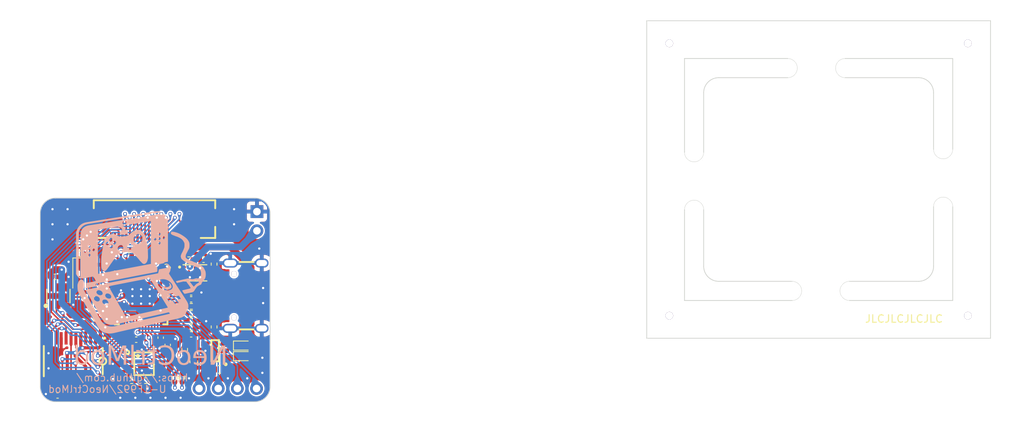
<source format=kicad_pcb>
(kicad_pcb (version 20221018) (generator pcbnew)
  (layers (0 "F.Cu" signal) (31 "B.Cu" signal) (34 "B.Paste" user) (35 "F.Paste" user) (36 "B.SilkS" user "B.Silkscreen") (37 "F.SilkS" user "F.Silkscreen") (38 "B.Mask" user) (39 "F.Mask" user) (44 "Edge.Cuts" user))
  (net 0 "")
  (net 1 "Net-(D1-K)")
  (net 2 "GND")
  (net 3 "+3V3")
  (net 4 "XIN")
  (net 5 "Net-(C5-Pad1)")
  (net 6 "+1V1")
  (net 7 "VBUS")
  (net 8 "3DS_TP32_5V")
  (net 9 "Net-(LED1-CATHODE_RED)")
  (net 10 "Net-(LED1-CATHODE_BLUE)")
  (net 11 "3DS_TP88_Y")
  (net 12 "3DS_TP92_B")
  (net 13 "3DS_TP89_A")
  (net 14 "3DS_TP86_X")
  (net 15 "3DS_TP83_L")
  (net 16 "3DS_TP82_R")
  (net 17 "3DS_TP81_SELECT")
  (net 18 "3DS_TP80_START")
  (net 19 "3DS_TP55_HOME")
  (net 20 "3DS_TP52_POWER")
  (net 21 "3DS_TP58_WIFI")
  (net 22 "3DS_TP85_UP")
  (net 23 "3DS_TP90_RIGHT")
  (net 24 "3DS_TP91_DOWN")
  (net 25 "3DS_TP87_LEFT")
  (net 26 "3DS_TP255_IRDA")
  (net 27 "3DS_TP69_H")
  (net 28 "3DS_TP68_V")
  (net 29 "3DS_TP215_X+")
  (net 30 "3DS_TP213_X-")
  (net 31 "3DS_TP216_Y+")
  (net 32 "3DS_TP214_Y-")
  (net 33 "Net-(J1-Pin_2)")
  (net 34 "UART_TX")
  (net 35 "RELAY_A")
  (net 36 "Net-(U5-W4)")
  (net 37 "Net-(U5-W2)")
  (net 39 "Net-(USBC1-CC1)")
  (net 40 "Net-(USBC1-CC2)")
  (net 41 "QSPI_SS")
  (net 42 "XOUT")
  (net 43 "/USB_D+")
  (net 44 "D+")
  (net 45 "/USB_D-")
  (net 46 "D-")
  (net 47 "Net-(U4-FS0)")
  (net 48 "Net-(U4-FS1)")
  (net 49 "AGND")
  (net 51 "QSPI_SD1")
  (net 52 "QSPI_SD2")
  (net 53 "QSPI_SD3")
  (net 54 "QSPI_SCLK")
  (net 55 "QSPI_SD0")
  (net 56 "SPI_SCK")
  (net 57 "SPI_TX")
  (net 58 "SPI_CS")
  (net 59 "POTS_SHDN")
  (net 60 "Net-(LED1-CATHODE_GREEN)")
  (net 61 "Net-(U3-GPIO23)")
  (net 62 "I2C_SDA")
  (net 63 "I2C_SCL")
  (net 66 "Net-(U5-B4)")
  (net 67 "Net-(U5-A4)")
  (net 73 "UART_RX")
  (net 74 "Net-(J2-Pin_3)")
  (net 75 "Net-(J2-Pin_4)")
  (net 78 "Net-(U3-GPIO24)")
  (net 79 "Net-(U3-GPIO25)")
  (footprint "Resistor_SMD:R_0402_1005Metric" (layer "F.Cu") (at 129.65 67.09 90)
    (fp_text reference "R1" hide)
    (fp_text value "5.1k")
  )
  (footprint "Resistor_SMD:R_0402_1005Metric" (layer "F.Cu") (at 125.75 70.075 -90)
    (fp_text reference "R10" hide)
    (fp_text value "620")
  )
  (footprint "Connector_PinSocket_2.54mm:PinSocket_1x04_P2.54mm_Vertical" (layer "F.Cu") (at 135.28 75.25 -90)
    (fp_text reference "J2" hide)
    (fp_text value "Conn_01x04_Socket")
  )
  (footprint "Capacitor_SMD:C_0402_1005Metric" (layer "F.Cu") (at 111.88 57.38)
    (fp_text reference "C4" hide)
    (fp_text value "10p")
  )
  (footprint "Capacitor_SMD:C_0402_1005Metric" (layer "F.Cu") (at 111.88 62.5 180)
    (fp_text reference "C5" hide)
    (fp_text value "10p")
  )
  (footprint "Resistor_SMD:R_0402_1005Metric" (layer "F.Cu") (at 118.725 74.21 180)
    (fp_text reference "R8" hide)
    (fp_text value "30k")
  )
  (footprint "AD8403ARUZ1-REEL:TSSOP-24_L7.8-W4.4-P0.65-LS6.4-BL" (layer "F.Cu") (at 111.005 71.62 180)
    (fp_text reference "U5" hide)
    (fp_text value "AD8403ARUZ1-REEL")
  )
  (footprint "W25Q16JVUXIQ:USON-8_L3.0-W2.0-P0.50-BL-EP" (layer "F.Cu") (at 127.11 59.91 -90)
    (fp_text reference "U2" hide)
    (fp_text value "W25Q16JVUXIQ")
  )
  (footprint "Capacitor_SMD:C_0402_1005Metric" (layer "F.Cu") (at 126.61 68.07)
    (fp_text reference "C16" hide)
    (fp_text value "100n")
  )
  (footprint "ADG801BRTZ-REEL7:SOT-23-6_L2.9-W1.6-P0.95-LS2.8-BL" (layer "F.Cu") (at 109.01 62.99)
    (fp_text reference "U6" hide)
    (fp_text value "ADG801BRTZ-REEL7")
  )
  (footprint "Capacitor_SMD:C_0402_1005Metric" (layer "F.Cu") (at 108.9 76.175 180)
    (fp_text reference "C18" hide)
    (fp_text value "100n")
  )
  (footprint "RP2040:LQFN-56_L7.0-W7.0-P0.4-EP" (layer "F.Cu") (at 119.97 63.24 -90)
    (fp_text reference "U3" hide)
    (fp_text value "RP2040")
  )
  (footprint "TYPE-C-31-M-12:USB-C_SMD-TYPE-C-31-M-12" (layer "F.Cu") (at 133.5 62.9475 90)
    (fp_text reference "USBC1" hide)
    (fp_text value "TYPE-C-31-M-12")
  )
  (footprint "Capacitor_SMD:C_0402_1005Metric" (layer "F.Cu") (at 113.71 64.36 180)
    (fp_text reference "C9" hide)
    (fp_text value "100n")
  )
  (footprint "MouseBites_2.54:Hole_1" (layer "F.Cu") (at 229.59 29.49)
    (fp_text reference "REF**" hide)
    (fp_text value "Hole_1")
  )
  (footprint "Capacitor_SMD:C_0402_1005Metric" (layer "F.Cu") (at 122.57 68.51 -90)
    (fp_text reference "C11" hide)
    (fp_text value "100n")
  )
  (footprint "Capacitor_SMD:C_0402_1005Metric" (layer "F.Cu") (at 113.71 63.44 180)
    (fp_text reference "C13" hide)
    (fp_text value "100n")
  )
  (footprint "Capacitor_SMD:C_0402_1005Metric" (layer "F.Cu") (at 118.72 57.23 90)
    (fp_text reference "C14" hide)
    (fp_text value "100n")
  )
  (footprint "SML-LX0404SIUPGUSB:SML-LX0404SIUPGUSB" (layer "F.Cu") (at 125.265 71.95 90)
    (fp_text reference "LED1" hide)
    (fp_text value "SML-LX0404SIUPGUSB" hide)
  )
  (footprint "Resistor_SMD:R_0402_1005Metric" (layer "F.Cu") (at 126.63 64.36)
    (fp_text reference "R5" hide)
    (fp_text value "27")
  )
  (footprint "Capacitor_SMD:C_0402_1005Metric" (layer "F.Cu") (at 123.23 58.42)
    (fp_text reference "C15" hide)
    (fp_text value "100n")
  )
  (footprint "MouseBites_2.54:MouseBites_2.54" (layer "F.Cu") (at 227.58 47.34 -90)
    (fp_text reference "REF**" hide)
    (fp_text value "MouseBites_2.54")
    (fp_arc (start -3.81 0) (mid -2.911974 0.371974) (end -2.54 1.27) (stroke (width 0.05)) (layer "Edge.Cuts"))
    (fp_arc (start -2.54 1.27) (mid -2.911974 2.168026) (end -3.81 2.54) (stroke (width 0.05)) (layer "Edge.Cuts"))
    (fp_arc (start 2.54 1.27) (mid 2.911974 0.371974) (end 3.81 0) (stroke (width 0.05)) (layer "Edge.Cuts"))
    (fp_arc (start 3.81 2.54) (mid 2.911974 2.168026) (end 2.54 1.27) (stroke (width 0.05)) (layer "Edge.Cuts"))
  )
  (footprint "Diode_SMD:D_SOD-523" (layer "F.Cu") (at 133.475 70.96)
    (fp_text reference "D2" hide)
    (fp_text value "D_Schottky")
  )
  (footprint "Capacitor_SMD:C_0402_1005Metric" (layer "F.Cu") (at 126.61 62.51 180)
    (fp_text reference "C8" hide)
    (fp_text value "100n")
  )
  (footprint "Capacitor_SMD:C_0603_1608Metric" (layer "F.Cu") (at 126.965 71.71 -90)
    (fp_text reference "C2" hide)
    (fp_text value "22u")
  )
  (footprint "MouseBites_2.54:MouseBites_2.54" (layer "F.Cu") (at 192.02 47.74 90)
    (fp_text reference "REF**" hide)
    (fp_text value "MouseBites_2.54")
    (fp_arc (start -3.81 0) (mid -2.911974 0.371974) (end -2.54 1.27) (stroke (width 0.05)) (layer "Edge.Cuts"))
    (fp_arc (start -2.54 1.27) (mid -2.911974 2.168026) (end -3.81 2.54) (stroke (width 0.05)) (layer "Edge.Cuts"))
    (fp_arc (start 2.54 1.27) (mid 2.911974 0.371974) (end 3.81 0) (stroke (width 0.05)) (layer "Edge.Cuts"))
    (fp_arc (start 3.81 2.54) (mid 2.911974 2.168026) (end 2.54 1.27) (stroke (width 0.05)) (layer "Edge.Cuts"))
  )
  (footprint "Diode_SMD:D_SOD-523" (layer "F.Cu") (at 133.475 69.56)
    (fp_text reference "D1" hide)
    (fp_text value "D_Schottky")
  )
  (footprint "Crystal:Crystal_SMD_3225-4Pin_3.2x2.5mm" (layer "F.Cu") (at 112.57 59.94 -90)
    (fp_text reference "Y2" hide)
    (fp_text value "Crystal_GND24_Small")
  )
  (footprint "Capacitor_SMD:C_0402_1005Metric" (layer "F.Cu") (at 128.255 58.175 180)
    (fp_text reference "C3" hide)
    (fp_text value "100n")
  )
  (footprint "MouseBites_2.54:Hole_1" (layer "F.Cu") (at 190.01 65.59 90)
    (fp_text reference "REF**" hide)
    (fp_text value "Hole_1")
  )
  (footprint "Capacitor_SMD:C_0603_1608Metric" (layer "F.Cu") (at 130.365 72.72 180)
    (fp_text reference "C1" hide)
    (fp_text value "22u")
  )
  (footprint "Resistor_SMD:R_0402_1005Metric" (layer "F.Cu") (at 129.65 58.76 90)
    (fp_text reference "R2" hide)
    (fp_text value "5.1k")
  )
  (footprint "Resistor_SMD:R_0402_1005Metric" (layer "F.Cu") (at 126.305 58.175 180)
    (fp_text reference "R3" hide)
    (fp_text value "1k")
  )
  (footprint "Capacitor_SMD:C_0402_1005Metric" (layer "F.Cu") (at 126.61 66.23)
    (fp_text reference "C6" hide)
    (fp_text value "1u")
  )
  (footprint "Resistor_SMD:R_0402_1005Metric" (layer "F.Cu") (at 126.63 65.3)
    (fp_text reference "R6" hide)
    (fp_text value "27")
  )
  (footprint "Capacitor_SMD:C_0402_1005Metric" (layer "F.Cu") (at 126.61 63.43)
    (fp_text reference "C10" hide)
    (fp_text value "100n")
  )
  (footprint "Resistor_SMD:R_0402_1005Metric" (layer "F.Cu") (at 113.72 62.51 180)
    (fp_text reference "R4" hide)
    (fp_text value "1k")
  )
  (footprint "THD0515-24CL-SN:FPC-SMD_24P-P0.50_THD0515-24CL-SN" (layer "F.Cu") (at 121.75 53.8825)
    (fp_text reference "FPC1" hide)
    (fp_text value "THD0515-24CL-SN")
  )
  (footprint "DS4432U+T&R:UMAX-8_L3.0-W3.0-P0.65-LS4.9-BL" (layer "F.Cu") (at 120.365 72 -90)
    (fp_text reference "U4" hide)
    (fp_text value "DS4432U+T&amp;R")
  )
  (footprint "Capacitor_SMD:C_0402_1005Metric" (layer "F.Cu") (at 126.61 67.15)
    (fp_text reference "C7" hide)
    (fp_text value "1u")
  )
  (footprint "MouseBites_2.54:MouseBites_2.54" (layer "F.Cu") (at 209.51 31.5)
    (fp_text reference "REF**" hide)
    (fp_text value "MouseBites_2.54")
    (fp_arc (start -3.81 0) (mid -2.911974 0.371974) (end -2.54 1.27) (stroke (width 0.05)) (layer "Edge.Cuts"))
    (fp_arc (start -2.54 1.27) (mid -2.911974 2.168026) (end -3.81 2.54) (stroke (width 0.05)) (layer "Edge.Cuts"))
    (fp_arc (start 2.54 1.27) (mid 2.911974 0.371974) (end 3.81 0) (stroke (width 0.05)) (layer "Edge.Cuts"))
    (fp_arc (start 3.81 2.54) (mid 2.911974 2.168026) (end 2.54 1.27) (stroke (width 0.05)) (layer "Edge.Cuts"))
  )
  (footprint "AP2112K-3.3TRG1:SOT-25-5_L2.9-W1.6-P0.95-LS2.8-BL" (layer "F.Cu") (at 129.79 70.26 90)
    (fp_text reference "U1" hide)
    (fp_text value "AP2112K-3.3TRG1")
  )
  (footprint "MouseBites_2.54:Hole_1" (layer "F.Cu") (at 190.01 29.49)
    (fp_text reference "REF**" hide)
    (fp_text value "Hole_1")
  )
  (footprint "Connector_PinSocket_2.54mm:PinSocket_1x02_P2.54mm_Vertical" (layer "F.Cu") (at 135.33 51.8)
    (fp_text reference "J1" hide)
    (fp_text value "Conn_01x02_Socket")
  )
  (footprint "Capacitor_SMD:C_0402_1005Metric" (layer "F.Cu") (at 108.54 60.45)
    (fp_text reference "C19" hide)
    (fp_text value "100n")
  )
  (footprint "Resistor_SMD:R_0402_1005Metric" (layer "F.Cu") (at 125.4 73.835 -90)
    (fp_text reference "R12" hide)
    (fp_text value "240")
  )
  (footprint "MouseBites_2.54:Hole_1" (layer "F.Cu") (at 229.59 65.59 180)
    (fp_text reference "REF**" hide)
    (fp_text value "Hole_1")
  )
  (footprint "Resistor_SMD:R_0402_1005Metric" (layer "F.Cu") (at 114.055 66.09 90)
    (fp_text reference "R9" hide)
    (fp_text value "0")
  )
  (footprint "Resistor_SMD:R_0402_1005Metric" (layer "F.Cu") (at 120.585 74.21)
    (fp_text reference "R7" hide)
    (fp_text value "30k")
  )
  (footprint "Capacitor_SMD:C_0402_1005Metric" (layer "F.Cu") (at 123.5 69.475 90)
    (fp_text reference "C17" hide)
    (fp_text value "100n")
  )
  (footprint "Capacitor_SMD:C_0402_1005Metric" (layer "F.Cu") (at 119.325 68.78)
    (fp_text reference "C12" hide)
    (fp_text value "100n")
  )
  (footprint "MouseBites_2.54:MouseBites_2.54" (layer "F.Cu") (at 210.09 63.58 180)
    (fp_text reference "REF**" hide)
    (fp_text value "MouseBites_2.54")
    (fp_arc (start -3.81 0) (mid -2.911974 0.371974) (end -2.54 1.27) (stroke (width 0.05)) (layer "Edge.Cuts"))
    (fp_arc (start -2.54 1.27) (mid -2.911974 2.168026) (end -3.81 2.54) (stroke (width 0.05)) (layer "Edge.Cuts"))
    (fp_arc (start 2.54 1.27) (mid 2.911974 0.371974) (end 3.81 0) (stroke (width 0.05)) (layer "Edge.Cuts"))
    (fp_arc (start 3.81 2.54) (mid 2.911974 2.168026) (end 2.54 1.27) (stroke (width 0.05)) (layer "Edge.Cuts"))
  )
  (footprint "Resistor_SMD:R_0402_1005Metric" (layer "F.Cu") (at 124.45 73.835 -90)
    (fp_text reference "R11" hide)
    (fp_text value "180")
  )
  (gr_poly (pts (xy 122.096652 51.734591) (xy 121.980574 51.745071) (xy 121.825206 51.764778) (xy 121.61869 51.794978) (xy 121.004791 51.891914) (xy 119.681874 52.101465) (xy 119.488232 52.131527) (xy 119.313839 52.159408) (xy 119.177942 52.182129) (xy 119.130445 52.190625) (xy 119.099791 52.196715) (xy 119.034108 52.207827) (xy 118.934691 52.223702) (xy 118.814636 52.241958) (xy 118.687041 52.260215) (xy 117.681624 52.418965) (xy 116.986034 52.531677) (xy 116.295208 52.641215) (xy 115.659943 52.741227) (xy 115.099291 52.831715) (xy 114.231458 52.969298) (xy 113.700505 53.052212) (xy 113.228687 53.127783) (xy 112.864025 53.18867) (xy 112.736885 53.211313) (xy 112.654542 53.227531) (xy 112.540222 53.25486) (xy 112.430646 53.288406) (xy 112.325845 53.328134) (xy 112.22585 53.374011) (xy 112.130692 53.426002) (xy 112.040402 53.484074) (xy 111.95501 53.548191) (xy 111.874549 53.618321) (xy 111.799049 53.694428) (xy 111.728541 53.77648) (xy 111.663055 53.864441) (xy 111.602624 53.958277) (xy 111.547277 54.057955) (xy 111.497047 54.163441) (xy 111.451964 54.2747) (xy 111.412058 54.391698) (xy 111.352791 54.577965) (xy 111.346442 57.327514) (xy 111.34009 60.077064) (xy 111.452275 60.252747) (xy 111.464937 60.272351) (xy 111.478262 60.292203) (xy 111.49217 60.312204) (xy 111.506581 60.332254) (xy 111.536586 60.372107) (xy 111.567633 60.410968) (xy 111.599077 60.448043) (xy 111.614746 60.465662) (xy 111.630272 60.482538) (xy 111.645576 60.49857) (xy 111.660575 60.513659) (xy 111.67519 60.527707) (xy 111.68934 60.540614) (xy 111.81634 60.652797) (xy 112.061876 60.652797) (xy 112.127368 60.652073) (xy 112.191322 60.649787) (xy 112.254979 60.645765) (xy 112.319578 60.639832) (xy 112.386361 60.631816) (xy 112.456566 60.621543) (xy 112.531435 60.608839) (xy 112.612208 60.59353) (xy 113.204875 60.481347) (xy 113.31934 60.46071) (xy 113.42051 60.44166) (xy 113.497471 60.426578) (xy 113.539308 60.417847) (xy 113.544993 60.41699) (xy 113.55093 60.416796) (xy 113.557112 60.417257) (xy 113.56353 60.418368) (xy 113.57704 60.422507) (xy 113.591398 60.429158) (xy 113.606536 60.438264) (xy 113.622391 60.449771) (xy 113.638897 60.463621) (xy 113.655989 60.47976) (xy 113.673602 60.498131) (xy 113.69167 60.518678) (xy 113.71013 60.541347) (xy 113.728915 60.56608) (xy 113.74796 60.592823) (xy 113.767201 60.621519) (xy 113.786571 60.652112) (xy 113.806007 60.684547) (xy 113.820272 60.708998) (xy 113.834401 60.7345) (xy 113.848256 60.760715) (xy 113.861702 60.787305) (xy 113.874603 60.813932) (xy 113.886821 60.840259) (xy 113.898221 60.865947) (xy 113.908666 60.890658) (xy 113.918019 60.914054) (xy 113.926145 60.935798) (xy 113.932906 60.955551) (xy 113.938167 60.972976) (xy 113.94179 60.987734) (xy 113.94364 60.999488) (xy 113.943858 61.004133) (xy 113.943581 61.007899) (xy 113.942792 61.010746) (xy 113.941474 61.01263) (xy 113.930366 61.016636) (xy 113.90301 61.023644) (xy 113.806801 61.045174) (xy 113.667333 61.074245) (xy 113.499091 61.107881) (xy 112.885257 61.22853) (xy 112.701108 61.264514) (xy 112.692641 61.47618) (xy 112.689664 61.5293) (xy 112.685497 61.579269) (xy 112.680139 61.626311) (xy 112.673591 61.670649) (xy 112.665852 61.712507) (xy 112.661535 61.732576) (xy 112.656922 61.752108) (xy 112.65201 61.771131) (xy 112.646801 61.789674) (xy 112.641294 61.807765) (xy 112.63549 61.82543) (xy 112.626387 61.85262) (xy 112.618226 61.878248) (xy 112.611157 61.901742) (xy 112.605328 61.922532) (xy 112.602925 61.931735) (xy 112.600888 61.940049) (xy 112.599236 61.947401) (xy 112.597986 61.95372) (xy 112.597159 61.958936) (xy 112.596771 61.962976) (xy 112.596843 61.965771) (xy 112.597056 61.966678) (xy 112.597391 61.967247) (xy 112.608578 61.966908) (xy 112.637674 61.962948) (xy 112.741854 61.945551) (xy 112.894452 61.917836) (xy 113.079991 61.882581) (xy 113.501737 61.799502) (xy 113.850458 61.732297) (xy 114.076412 61.690758) (xy 114.203941 61.66668) (xy 114.212711 61.664953) (xy 114.220821 61.663778) (xy 114.228354 61.663211) (xy 114.23193 61.663172) (xy 114.235393 61.663307) (xy 114.238755 61.663621) (xy 114.242024 61.664122) (xy 114.245212 61.664817) (xy 114.248329 61.665713) (xy 114.251386 61.666816) (xy 114.254392 61.668134) (xy 114.257359 61.669674) (xy 114.260297 61.671443) (xy 114.263217 61.673447) (xy 114.266128 61.675694) (xy 114.269041 61.67819) (xy 114.271968 61.680943) (xy 114.277901 61.687247) (xy 114.28401 61.69466) (xy 114.290381 61.703239) (xy 114.297095 61.71304) (xy 114.304237 61.724119) (xy 114.311891 61.73653) (xy 114.362691 61.816964) (xy 113.916074 61.903747) (xy 113.050358 62.070963) (xy 112.966522 62.086868) (xy 112.887672 62.102548) (xy 112.815619 62.117584) (xy 112.752172 62.131554) (xy 112.699144 62.144034) (xy 112.658344 62.154605) (xy 112.643096 62.159043) (xy 112.631584 62.162845) (xy 112.624034 62.165958) (xy 112.621816 62.16724) (xy 112.620673 62.168331) (xy 112.621248 62.172729) (xy 112.624477 62.181787) (xy 112.638401 62.21288) (xy 112.661453 62.2596) (xy 112.692641 62.319937) (xy 112.775456 62.473428) (xy 112.878907 62.657281) (xy 113.253558 63.319797) (xy 113.367328 63.519029) (xy 113.490625 63.732547) (xy 113.680893 64.061854) (xy 113.901522 64.449303) (xy 114.390208 65.320047) (xy 114.527593 65.566048) (xy 114.646324 65.773576) (xy 114.699563 65.864285) (xy 114.749181 65.947022) (xy 114.795524 66.022337) (xy 114.83894 66.090778) (xy 114.879777 66.152894) (xy 114.918381 66.209233) (xy 114.955101 66.260344) (xy 114.990282 66.306777) (xy 115.024273 66.34908) (xy 115.05742 66.387802) (xy 115.090072 66.423492) (xy 115.122574 66.456697) (xy 115.149386 66.482145) (xy 115.177426 66.506889) (xy 115.206681 66.53092) (xy 115.237139 66.554229) (xy 115.268788 66.576806) (xy 115.301614 66.598642) (xy 115.335607 66.619727) (xy 115.370753 66.640053) (xy 115.407041 66.65961) (xy 115.444456 66.678389) (xy 115.482988 66.69638) (xy 115.522624 66.713574) (xy 115.563352 66.729962) (xy 115.605158 66.745535) (xy 115.648031 66.760283) (xy 115.691958 66.774197) (xy 115.726594 66.783126) (xy 115.766541 66.790866) (xy 115.811109 66.797414) (xy 115.859604 66.802772) (xy 115.911337 66.806939) (xy 115.965615 66.809915) (xy 116.079043 66.812297) (xy 116.194356 66.809915) (xy 116.25099 66.806939) (xy 116.306022 66.802772) (xy 116.35876 66.797414) (xy 116.408511 66.790866) (xy 116.454585 66.783126) (xy 116.496291 66.774197) (xy 117.066203 66.63926) (xy 117.702791 66.494797) (xy 120.369791 65.891547) (xy 121.904374 65.544413) (xy 122.930957 65.309464) (xy 123.069136 65.276986) (xy 123.195011 65.248081) (xy 123.354291 65.212098) (xy 123.372832 65.208459) (xy 123.393085 65.204027) (xy 123.41438 65.199) (xy 123.436047 65.193576) (xy 123.457416 65.187953) (xy 123.477818 65.182331) (xy 123.496583 65.176907) (xy 123.513041 65.17188) (xy 123.535023 65.165687) (xy 123.555056 65.160635) (xy 123.564398 65.158553) (xy 123.573321 65.156774) (xy 123.581848 65.155305) (xy 123.590001 65.154153) (xy 123.597805 65.153323) (xy 123.605281 65.152822) (xy 123.612452 65.152655) (xy 123.619341 65.15283) (xy 123.625972 65.153352) (xy 123.632366 65.154227) (xy 123.638548 65.155462) (xy 123.644539 65.157063) (xy 123.650362 65.159036) (xy 123.656041 65.161387) (xy 123.661599 65.164123) (xy 123.667057 65.167249) (xy 123.67244 65.170773) (xy 123.677769 65.174699) (xy 123.683068 65.179035) (xy 123.68836 65.183786) (xy 123.693668 65.188959) (xy 123.699013 65.194559) (xy 123.70442 65.200594) (xy 123.709911 65.207069) (xy 123.721237 65.221365) (xy 123.733174 65.237496) (xy 123.744737 65.254603) (xy 123.755432 65.270768) (xy 123.764986 65.285643) (xy 123.76925 65.292488) (xy 123.773126 65.29888) (xy 123.776581 65.304777) (xy 123.779579 65.310134) (xy 123.782088 65.314908) (xy 123.784073 65.319055) (xy 123.7855 65.322533) (xy 123.785993 65.324007) (xy 123.786335 65.325298) (xy 123.786519 65.326399) (xy 123.786543 65.327306) (xy 123.786402 65.328013) (xy 123.786091 65.328514) (xy 123.7637 65.334533) (xy 123.708568 65.348093) (xy 123.534207 65.389897) (xy 123.026207 65.510547) (xy 121.021195 65.970922) (xy 119.120958 66.399547) (xy 118.584382 66.514641) (xy 118.104958 66.621797) (xy 117.787987 66.695615) (xy 117.353541 66.793246) (xy 117.143462 66.840474) (xy 116.955608 66.883734) (xy 116.810616 66.918262) (xy 116.760643 66.930764) (xy 116.729124 66.939297) (xy 116.654241 66.958767) (xy 116.578233 66.975896) (xy 116.501413 66.990675) (xy 116.424093 67.003095) (xy 116.346587 67.013145) (xy 116.269208 67.020818) (xy 116.19227 67.026103) (xy 116.116085 67.028991) (xy 116.040966 67.029473) (xy 115.967228 67.02754) (xy 115.895182 67.023182) (xy 115.825142 67.01639) (xy 115.757422 67.007155) (xy 115.692334 66.995467) (xy 115.630191 66.981318) (xy 115.571307 66.964697) (xy 115.508147 66.942956) (xy 115.445733 66.918262) (xy 115.38417 66.890692) (xy 115.323558 66.860319) (xy 115.264 66.827217) (xy 115.205599 66.791461) (xy 115.148457 66.753125) (xy 115.092676 66.712284) (xy 115.038358 66.669013) (xy 114.985607 66.623384) (xy 114.934523 66.575474) (xy 114.88521 66.525356) (xy 114.837769 66.473105) (xy 114.792304 66.418795) (xy 114.748916 66.362501) (xy 114.707708 66.304297) (xy 114.588976 66.112871) (xy 114.399204 65.788889) (xy 114.154662 65.360131) (xy 113.871624 64.85438) (xy 113.562856 64.302459) (xy 113.217574 63.690214) (xy 112.999822 63.30551) (xy 112.739208 62.841431) (xy 112.62127 62.632807) (xy 112.516428 62.448789) (xy 112.436193 62.309221) (xy 112.392073 62.233947) (xy 112.380859 62.215709) (xy 112.371014 62.198976) (xy 112.362522 62.183564) (xy 112.355363 62.169289) (xy 112.349518 62.15597) (xy 112.347083 62.149611) (xy 112.34497 62.143422) (xy 112.343176 62.137381) (xy 112.341699 62.131464) (xy 112.340537 62.125648) (xy 112.339687 62.119912) (xy 112.339147 62.114231) (xy 112.338915 62.108583) (xy 112.338988 62.102945) (xy 112.339364 62.097294) (xy 112.340041 62.091607) (xy 112.341017 62.085863) (xy 112.342289 62.080036) (xy 112.343854 62.074106) (xy 112.345711 62.068048) (xy 112.347857 62.06184) (xy 112.353007 62.048883) (xy 112.359286 62.035052) (xy 112.366675 62.020164) (xy 112.376029 62.000391) (xy 112.385746 61.976379) (xy 112.395692 61.948703) (xy 112.405734 61.917935) (xy 112.425574 61.84942) (xy 112.444198 61.775424) (xy 112.46054 61.700534) (xy 112.473533 61.629341) (xy 112.478441 61.596564) (xy 112.482112 61.566432) (xy 112.484412 61.539518) (xy 112.485208 61.516397) (xy 112.483754 61.468081) (xy 112.480222 61.420088) (xy 112.474669 61.372592) (xy 112.46715 61.325765) (xy 112.457721 61.279781) (xy 112.446438 61.234814) (xy 112.433357 61.191038) (xy 112.418533 61.148626) (xy 112.402023 61.107752) (xy 112.383881 61.06859) (xy 112.364164 61.031312) (xy 112.342929 60.996094) (xy 112.320229 60.963108) (xy 112.296122 60.932528) (xy 112.270663 60.904527) (xy 112.243908 60.87928) (xy 112.224553 60.863107) (xy 112.205353 60.848713) (xy 112.186265 60.836092) (xy 112.167245 60.825239) (xy 112.14825 60.816147) (xy 112.129236 60.80881) (xy 112.119709 60.805798) (xy 112.110161 60.803222) (xy 112.100586 60.801082) (xy 112.090979 60.799376) (xy 112.081336 60.798105) (xy 112.071649 60.797267) (xy 112.061915 60.796861) (xy 112.052127 60.796887) (xy 112.04228 60.797345) (xy 112.032369 60.798232) (xy 112.012332 60.801294) (xy 111.991973 60.806068) (xy 111.971247 60.812547) (xy 111.950113 60.820726) (xy 111.928525 60.830597) (xy 111.90063 60.845229) (xy 111.874033 60.861433) (xy 111.848646 60.879343) (xy 111.824378 60.899091) (xy 111.80114 60.920811) (xy 111.778841 60.944637) (xy 111.757391 60.970701) (xy 111.736701 60.999137) (xy 111.716681 61.030078) (xy 111.697241 61.063658) (xy 111.678291 61.10001) (xy 111.65974 61.139267) (xy 111.6415 61.181562) (xy 111.62348 61.22703) (xy 111.60559 61.275803) (xy 111.58774 61.328014) (xy 111.570113 61.382076) (xy 111.556652 61.428324) (xy 111.551361 61.449983) (xy 111.546962 61.471447) (xy 111.543407 61.493301) (xy 111.540645 61.516133) (xy 111.538628 61.540526) (xy 111.537305 61.567069) (xy 111.536627 61.596346) (xy 111.536544 61.628944) (xy 111.537966 61.706447) (xy 111.541173 61.804264) (xy 111.543233 61.868372) (xy 111.546135 61.932554) (xy 111.549732 61.995099) (xy 111.553875 62.054295) (xy 111.558414 62.108431) (xy 111.563201 62.155796) (xy 111.568087 62.194677) (xy 111.572924 62.223363) (xy 111.580103 62.256071) (xy 111.588881 62.290555) (xy 111.599173 62.326608) (xy 111.610892 62.364023) (xy 111.638259 62.442104) (xy 111.670291 62.523137) (xy 111.70629 62.605459) (xy 111.745565 62.68741) (xy 111.787418 62.767326) (xy 111.831157 62.843547) (xy 111.952337 63.048136) (xy 112.090979 63.286459) (xy 112.205014 63.485889) (xy 112.239658 63.548323) (xy 112.252375 63.573797) (xy 112.256311 63.581912) (xy 112.267588 63.602207) (xy 112.308995 63.674074) (xy 112.444991 63.906114) (xy 112.554958 64.095191) (xy 112.711956 64.370986) (xy 112.89475 64.69639) (xy 113.082108 65.034297) (xy 113.264042 65.360726) (xy 113.429505 65.655009) (xy 113.560441 65.884998) (xy 113.638791 66.018547) (xy 113.752032 66.210899) (xy 113.815003 66.320073) (xy 113.871624 66.420714) (xy 113.959859 66.578763) (xy 114.040929 66.721797) (xy 114.115605 66.850822) (xy 114.184659 66.966846) (xy 114.248865 67.070878) (xy 114.308993 67.163924) (xy 114.365816 67.246992) (xy 114.420105 67.32109) (xy 114.472634 67.387226) (xy 114.524174 67.446408) (xy 114.575496 67.499642) (xy 114.627374 67.547938) (xy 114.680578 67.592301) (xy 114.735882 67.633741) (xy 114.794057 67.673265) (xy 114.855875 67.71188) (xy 114.927571 67.752581) (xy 115.001317 67.789738) (xy 115.077028 67.823329) (xy 115.154622 67.853333) (xy 115.234014 67.879727) (xy 115.315121 67.902491) (xy 115.397858 67.921603) (xy 115.482143 67.93704) (xy 115.567891 67.948781) (xy 115.655019 67.956805) (xy 115.743443 67.961089) (xy 115.83308 67.961613) (xy 115.923845 67.958354) (xy 116.015655 67.95129) (xy 116.108426 67.9404) (xy 116.202074 67.925663) (xy 116.353482 67.897187) (xy 116.521162 67.861369) (xy 116.75631 67.806899) (xy 117.110124 67.722463) (xy 117.359097 67.66452) (xy 117.660457 67.595463) (xy 117.936947 67.533022) (xy 118.050089 67.507357) (xy 118.126125 67.48963) (xy 118.627774 67.374801) (xy 118.823235 67.330682) (xy 119.015125 67.288547) (xy 119.277061 67.230868) (xy 119.491375 67.182714) (xy 120.380374 66.98163) (xy 120.905836 66.863097) (xy 121.174124 66.801714) (xy 121.495063 66.728688) (xy 122.020791 66.611214) (xy 122.116338 66.589915) (xy 122.220022 66.566234) (xy 122.401791 66.524431) (xy 123.051872 66.374676) (xy 123.328394 66.312498) (xy 123.513041 66.272546) (xy 124.033493 66.158962) (xy 124.452444 66.065146) (xy 124.627856 66.024575) (xy 124.782693 65.987652) (xy 124.918555 65.953948) (xy 125.037041 65.923032) (xy 125.139751 65.894472) (xy 125.228285 65.867837) (xy 125.304243 65.842697) (xy 125.369225 65.818621) (xy 125.424831 65.795177) (xy 125.472661 65.771934) (xy 125.514314 65.748462) (xy 125.551391 65.72433) (xy 125.586487 65.699221) (xy 125.619637 65.673774) (xy 125.650975 65.6478) (xy 125.68064 65.621109) (xy 125.708766 65.593514) (xy 125.735491 65.564824) (xy 125.760951 65.53485) (xy 125.785282 65.503403) (xy 125.808621 65.470295) (xy 125.831105 65.435335) (xy 125.852869 65.398335) (xy 125.87405 65.359106) (xy 125.894785 65.317459) (xy 125.915209 65.273203) (xy 125.93546 65.226151) (xy 125.955674 65.176114) (xy 125.973525 65.133499) (xy 125.993311 65.08761) (xy 126.036107 64.991963) (xy 126.057828 64.945182) (xy 126.078904 64.901079) (xy 126.098689 64.861144) (xy 126.116541 64.826864) (xy 126.135499 64.789891) (xy 126.152718 64.754227) (xy 126.168244 64.719643) (xy 126.182124 64.685907) (xy 126.194404 64.652792) (xy 126.20513 64.620067) (xy 126.21435 64.587504) (xy 126.222109 64.554872) (xy 126.228455 64.521943) (xy 126.229696 64.513598) (xy 123.513041 64.513598) (xy 123.51148 64.516577) (xy 123.50631 64.520071) (xy 123.482217 64.529273) (xy 123.434906 64.542544) (xy 123.358524 64.561222) (xy 123.095131 64.620158) (xy 122.645207 64.716797) (xy 122.508021 64.746364) (xy 122.376391 64.775534) (xy 122.265398 64.800736) (xy 122.190124 64.818397) (xy 122.090707 64.84254) (xy 121.913899 64.882955) (xy 121.428124 64.991964) (xy 120.885993 65.11129) (xy 120.475624 65.203631) (xy 119.554874 65.404713) (xy 118.778057 65.574841) (xy 118.506529 65.636588) (xy 118.242541 65.698931) (xy 118.207777 65.706869) (xy 118.175664 65.71402) (xy 118.146124 65.72039) (xy 118.11908 65.725984) (xy 118.094454 65.730809) (xy 118.07217 65.734872) (xy 118.052149 65.738178) (xy 118.034314 65.740734) (xy 118.018587 65.742546) (xy 118.004891 65.74362) (xy 117.993149 65.743962) (xy 117.987986 65.74386) (xy 117.983282 65.743578) (xy 117.979028 65.743116) (xy 117.975214 65.742476) (xy 117.97183 65.741656) (xy 117.968866 65.74066) (xy 117.966314 65.739486) (xy 117.964162 65.738137) (xy 117.962402 65.736612) (xy 117.961024 65.734913) (xy 117.507793 64.951218) (xy 116.89351 63.874364) (xy 115.639041 63.874364) (xy 115.638342 63.893144) (xy 115.636271 63.911371) (xy 115.632873 63.929025) (xy 115.628189 63.946086) (xy 115.622264 63.962535) (xy 115.61514 63.978352) (xy 115.606861 63.993518) (xy 115.597469 64.008011) (xy 115.587007 64.021813) (xy 115.575518 64.034904) (xy 115.563046 64.047264) (xy 115.549633 64.058873) (xy 115.535322 64.069712) (xy 115.520157 64.07976) (xy 115.50418 64.088998) (xy 115.487435 64.097407) (xy 115.469964 64.104966) (xy 115.45181 64.111656) (xy 115.433018 64.117456) (xy 115.413628 64.122348) (xy 115.393685 64.126311) (xy 115.373232 64.129326) (xy 115.352311 64.131373) (xy 115.330966 64.132431) (xy 115.30924 64.132482) (xy 115.287175 64.131506) (xy 115.264815 64.129482) (xy 115.242203 64.126391) (xy 115.219381 64.122214) (xy 115.196393 64.11693) (xy 115.173282 64.11052) (xy 115.15009 64.102964) (xy 115.121129 64.091741) (xy 115.093397 64.079165) (xy 115.066919 64.065318) (xy 115.041723 64.050287) (xy 115.017833 64.034155) (xy 114.995277 64.017006) (xy 114.974079 63.998926) (xy 114.954266 63.979999) (xy 114.935864 63.960308) (xy 114.918898 63.93994) (xy 114.903395 63.918978) (xy 114.889381 63.897506) (xy 114.876882 63.87561) (xy 114.865923 63.853374) (xy 114.85653 63.830881) (xy 114.848731 63.808218) (xy 114.842549 63.785467) (xy 114.838012 63.762715) (xy 114.835146 63.740044) (xy 114.833976 63.71754) (xy 114.834528 63.695287) (xy 114.836829 63.67337) (xy 114.840904 63.651873) (xy 114.846779 63.630881) (xy 114.854481 63.610477) (xy 114.864035 63.590748) (xy 114.875467 63.571776) (xy 114.888803 63.553647) (xy 114.904069 63.536445) (xy 114.921291 63.520255) (xy 114.940495 63.50516) (xy 114.961708 63.491247) (xy 114.970033 63.487212) (xy 114.49528 63.487212) (xy 114.495169 63.494085) (xy 114.494901 63.500587) (xy 114.494466 63.506749) (xy 114.493854 63.512604) (xy 114.493055 63.518183) (xy 114.492057 63.523517) (xy 114.490851 63.528639) (xy 114.489426 63.53358) (xy 114.487772 63.538373) (xy 114.485878 63.543049) (xy 114.483733 63.547639) (xy 114.481328 63.552176) (xy 114.478651 63.556691) (xy 114.475692 63.561216) (xy 114.472441 63.565783) (xy 114.468888 63.570424) (xy 114.465021 63.57517) (xy 114.460831 63.580053) (xy 114.451438 63.590359) (xy 114.440625 63.601594) (xy 114.428308 63.614014) (xy 114.410615 63.630634) (xy 114.392432 63.64557) (xy 114.373716 63.658825) (xy 114.354423 63.670403) (xy 114.33451 63.680307) (xy 114.313933 63.688539) (xy 114.29265 63.695104) (xy 114.270616 63.700003) (xy 114.247788 63.70324) (xy 114.224124 63.704819) (xy 114.199578 63.704742) (xy 114.174109 63.703013) (xy 114.147672 63.699633) (xy 114.120225 63.694608) (xy 114.091723 63.687939) (xy 114.062124 63.67963) (xy 114.038187 63.672059) (xy 114.014098 63.662912) (xy 113.990003 63.652302) (xy 113.966047 63.64034) (xy 113.942377 63.627138) (xy 113.919138 63.612807) (xy 113.896475 63.597459) (xy 113.874534 63.581205) (xy 113.853462 63.564158) (xy 113.833404 63.546429) (xy 113.814506 63.52813) (xy 113.796912 63.509371) (xy 113.78077 63.490265) (xy 113.766225 63.470924) (xy 113.753422 63.451458) (xy 113.742507 63.43198) (xy 113.736143 63.418692) (xy 113.730536 63.405048) (xy 113.725675 63.391092) (xy 113.721548 63.376864) (xy 113.718143 63.362407) (xy 113.715449 63.347762) (xy 113.713454 63.332972) (xy 113.712147 63.318077) (xy 113.711515 63.303121) (xy 113.711548 63.288144) (xy 113.712234 63.273189) (xy 113.713561 63.258298) (xy 113.715517 63.243512) (xy 113.718091 63.228874) (xy 113.721271 63.214424) (xy 113.725045 63.200206) (xy 113.729403 63.18626) (xy 113.734332 63.172629) (xy 113.73982 63.159355) (xy 113.745856 63.146479) (xy 113.752429 63.134043) (xy 113.759527 63.12209) (xy 113.767138 63.11066) (xy 113.77525 63.099796) (xy 113.783852 63.08954) (xy 113.792932 63.079934) (xy 113.802479 63.071019) (xy 113.812482 63.062837) (xy 113.822927 63.055431) (xy 113.833804 63.048841) (xy 113.845101 63.04311) (xy 113.856807 63.03828) (xy 113.875147 63.03175) (xy 113.89364 63.026044) (xy 113.912265 63.021158) (xy 113.931002 63.017085) (xy 113.949831 63.01382) (xy 113.968731 63.011357) (xy 113.987681 63.00969) (xy 114.006661 63.008813) (xy 114.02565 63.00872) (xy 114.044628 63.009407) (xy 114.063574 63.010866) (xy 114.082468 63.013092) (xy 114.101289 63.016079) (xy 114.120017 63.019822) (xy 114.13863 63.024314) (xy 114.157109 63.02955) (xy 114.175434 63.035524) (xy 114.193582 63.04223) (xy 114.211535 63.049662) (xy 114.22927 63.057815) (xy 114.246769 63.066682) (xy 114.26401 63.076258) (xy 114.280973 63.086538) (xy 114.297636 63.097514) (xy 114.313981 63.109182) (xy 114.329985 63.121536) (xy 114.345629 63.13457) (xy 114.360893 63.148277) (xy 114.375754 63.162653) (xy 114.390194 63.177691) (xy 114.404191 63.193385) (xy 114.417724 63.20973) (xy 114.427207 63.221384) (xy 114.43584 63.232617) (xy 114.443667 63.243552) (xy 114.450731 63.254313) (xy 114.457076 63.265024) (xy 114.462745 63.27581) (xy 114.467781 63.286795) (xy 114.472229 63.298101) (xy 114.47613 63.309855) (xy 114.479529 63.322179) (xy 114.48247 63.335197) (xy 114.484995 63.349034) (xy 114.487148 63.363813) (xy 114.488972 63.379659) (xy 114.490511 63.396696) (xy 114.491808 63.415047) (xy 114.493257 63.436397) (xy 114.494375 63.455371) (xy 114.495077 63.472225) (xy 114.49528 63.487212) (xy 114.970033 63.487212) (xy 114.974909 63.484849) (xy 114.990518 63.479159) (xy 115.008268 63.474188) (xy 115.027887 63.469948) (xy 115.049105 63.466453) (xy 115.071654 63.463714) (xy 115.095264 63.461744) (xy 115.119664 63.460556) (xy 115.144585 63.460161) (xy 115.169757 63.460572) (xy 115.19491 63.461802) (xy 115.219775 63.463863) (xy 115.244082 63.466767) (xy 115.267562 63.470527) (xy 115.289943 63.475155) (xy 115.310958 63.480663) (xy 115.324935 63.485133) (xy 115.339059 63.490573) (xy 115.353292 63.496937) (xy 115.367595 63.504178) (xy 115.396255 63.521107) (xy 115.424729 63.540988) (xy 115.452706 63.563449) (xy 115.479878 63.588117) (xy 115.505933 63.614621) (xy 115.530562 63.642588) (xy 115.553455 63.671647) (xy 115.574301 63.701425) (xy 115.592791 63.73155) (xy 115.608614 63.761651) (xy 115.621461 63.791355) (xy 115.626671 63.805941) (xy 115.631021 63.820289) (xy 115.634472 63.834352) (xy 115.636985 63.848083) (xy 115.638521 63.861436) (xy 115.639041 63.874364) (xy 116.89351 63.874364) (xy 116.830724 63.764297) (xy 116.451196 63.09375) (xy 116.017797 63.09375) (xy 116.016829 63.109582) (xy 116.014762 63.125259) (xy 116.011607 63.14084) (xy 116.007374 63.156383) (xy 116.00207 63.171949) (xy 115.995706 63.187595) (xy 115.988291 63.20338) (xy 115.978289 63.22092) (xy 115.967306 63.23704) (xy 115.955307 63.251758) (xy 115.942253 63.265094) (xy 115.928109 63.277066) (xy 115.912835 63.287691) (xy 115.896396 63.29699) (xy 115.878753 63.30498) (xy 115.859871 63.311681) (xy 115.839711 63.31711) (xy 115.818236 63.321286) (xy 115.795409 63.324229) (xy 115.771194 63.325956) (xy 115.745552 63.326487) (xy 115.718446 63.325839) (xy 115.68984 63.324031) (xy 115.654764 63.320264) (xy 115.620613 63.314581) (xy 115.587446 63.307077) (xy 115.555321 63.297845) (xy 115.524294 63.286979) (xy 115.494425 63.274573) (xy 115.46577 63.26072) (xy 115.438387 63.245515) (xy 115.412335 63.229051) (xy 115.38767 63.211422) (xy 115.364452 63.192722) (xy 115.342736 63.173044) (xy 115.322582 63.152483) (xy 115.304047 63.131131) (xy 115.287188 63.109084) (xy 115.272064 63.086434) (xy 115.258731 63.063276) (xy 115.247249 63.039703) (xy 115.237674 63.01581) (xy 115.230065 62.991689) (xy 115.224479 62.967434) (xy 115.220974 62.943141) (xy 115.219607 62.918901) (xy 115.220437 62.89481) (xy 115.223521 62.87096) (xy 115.228916 62.847446) (xy 115.236682 62.824362) (xy 115.246875 62.8018) (xy 115.259552 62.779856) (xy 115.274773 62.758623) (xy 115.292595 62.738194) (xy 115.313074 62.718663) (xy 115.324563 62.708509) (xy 115.335332 62.69944) (xy 115.345556 62.6914) (xy 115.355407 62.684334) (xy 115.36506 62.678186) (xy 115.374689 62.672899) (xy 115.384466 62.668419) (xy 115.394566 62.664689) (xy 115.405161 62.661654) (xy 115.416427 62.659257) (xy 115.428536 62.657443) (xy 115.441662 62.656156) (xy 115.455978 62.65534) (xy 115.471659 62.65494) (xy 115.488878 62.6549) (xy 115.507808 62.655163) (xy 115.526613 62.655683) (xy 115.545315 62.656836) (xy 115.563897 62.658614) (xy 115.582342 62.661005) (xy 115.600633 62.663999) (xy 115.618754 62.667586) (xy 115.636689 62.671755) (xy 115.65442 62.676496) (xy 115.671931 62.681798) (xy 115.689205 62.68765) (xy 115.706225 62.694043) (xy 115.722976 62.700966) (xy 115.739439 62.708408) (xy 115.7556 62.716359) (xy 115.77144 62.724808) (xy 115.786943 62.733745) (xy 115.802093 62.74316) (xy 115.816872 62.753042) (xy 115.831265 62.76338) (xy 115.845254 62.774165) (xy 115.858824 62.785385) (xy 115.871956 62.79703) (xy 115.884635 62.80909) (xy 115.896844 62.821554) (xy 115.908566 62.834412) (xy 115.919785 62.847653) (xy 115.930483 62.861267) (xy 115.940645 62.875244) (xy 115.950253 62.889572) (xy 115.959291 62.904242) (xy 115.967742 62.919243) (xy 115.97559 62.934564) (xy 115.984918 62.954442) (xy 115.993065 62.973636) (xy 116.00004 62.992203) (xy 116.005852 63.010202) (xy 116.010511 63.027693) (xy 116.014025 63.044734) (xy 116.016405 63.061385) (xy 116.017659 63.077704) (xy 116.017797 63.09375) (xy 116.451196 63.09375) (xy 116.201077 62.65184) (xy 114.876048 62.65184) (xy 114.875639 62.663632) (xy 114.87461 62.675171) (xy 114.87296 62.686459) (xy 114.870691 62.697497) (xy 114.867801 62.708287) (xy 114.864291 62.718831) (xy 114.860161 62.72913) (xy 114.855411 62.739185) (xy 114.850041 62.748999) (xy 114.844051 62.758572) (xy 114.83744 62.767907) (xy 114.83021 62.777004) (xy 114.822359 62.785866) (xy 114.813888 62.794494) (xy 114.804798 62.802889) (xy 114.795087 62.811053) (xy 114.784755 62.818988) (xy 114.773804 62.826695) (xy 114.762233 62.834175) (xy 114.750041 62.841431) (xy 114.724155 62.854555) (xy 114.697335 62.865359) (xy 114.669641 62.873857) (xy 114.641132 62.88006) (xy 114.611866 62.883981) (xy 114.581902 62.885633) (xy 114.5513 62.885027) (xy 114.520118 62.882176) (xy 114.488415 62.877094) (xy 114.45625 62.869791) (xy 114.423682 62.86028) (xy 114.39077 62.848574) (xy 114.357573 62.834686) (xy 114.324149 62.818627) (xy 114.290558 62.800409) (xy 114.256858 62.780047) (xy 114.238509 62.768149) (xy 114.220792 62.755511) (xy 114.203745 62.742184) (xy 114.187405 62.728221) (xy 114.171809 62.713676) (xy 114.156994 62.698601) (xy 114.142998 62.683048) (xy 114.129858 62.66707) (xy 114.117611 62.65072) (xy 114.106293 62.634051) (xy 114.095943 62.617115) (xy 114.086598 62.599965) (xy 114.078295 62.582654) (xy 114.07107 62.565234) (xy 114.064962 62.547758) (xy 114.060007 62.53028) (xy 114.056958 62.516737) (xy 114.054959 62.503094) (xy 114.054022 62.489352) (xy 114.054154 62.475511) (xy 114.055365 62.461571) (xy 114.057664 62.447532) (xy 114.06106 62.433393) (xy 114.065564 62.419155) (xy 114.071184 62.404818) (xy 114.077929 62.390382) (xy 114.085809 62.375846) (xy 114.094834 62.361211) (xy 114.105011 62.346477) (xy 114.116352 62.331644) (xy 114.128864 62.316712) (xy 114.142558 62.30168) (xy 114.153628 62.28966) (xy 114.163948 62.278942) (xy 114.17371 62.26944) (xy 114.183105 62.261067) (xy 114.192328 62.253735) (xy 114.201568 62.247358) (xy 114.21102 62.241849) (xy 114.220875 62.237122) (xy 114.231325 62.233089) (xy 114.242562 62.229664) (xy 114.25478 62.22676) (xy 114.268169 62.22429) (xy 114.282923 62.222167) (xy 114.299233 62.220305) (xy 114.337292 62.217014) (xy 114.356903 62.215989) (xy 114.376433 62.215685) (xy 114.395864 62.216092) (xy 114.415178 62.2172) (xy 114.434355 62.218997) (xy 114.453377 62.221474) (xy 114.472225 62.22462) (xy 114.490881 62.228424) (xy 114.509327 62.232876) (xy 114.527543 62.237966) (xy 114.54551 62.243683) (xy 114.563212 62.250016) (xy 114.580628 62.256956) (xy 114.59774 62.264491) (xy 114.614529 62.272612) (xy 114.630978 62.281307) (xy 114.647067 62.290567) (xy 114.662778 62.300381) (xy 114.678091 62.310738) (xy 114.69299 62.321627) (xy 114.707454 62.33304) (xy 114.721465 62.344964) (xy 114.735006 62.35739) (xy 114.748056 62.370307) (xy 114.760598 62.383704) (xy 114.772612 62.397571) (xy 114.784082 62.411899) (xy 114.794986 62.426675) (xy 114.805308 62.44189) (xy 114.815028 62.457534) (xy 114.824129 62.473595) (xy 114.83259 62.490064) (xy 114.839622 62.505009) (xy 114.846034 62.519682) (xy 114.851826 62.534087) (xy 114.856998 62.548222) (xy 114.86155 62.562092) (xy 114.865481 62.575696) (xy 114.868793 62.589036) (xy 114.871484 62.602115) (xy 114.873555 62.614933) (xy 114.875006 62.627492) (xy 114.875837 62.639794) (xy 114.876048 62.65184) (xy 116.201077 62.65184) (xy 115.928759 62.170712) (xy 115.724336 61.807207) (xy 115.660208 61.689964) (xy 115.66072 61.689494) (xy 115.662225 61.688885) (xy 115.668013 61.687285) (xy 115.677174 61.685239) (xy 115.689312 61.68282) (xy 115.72093 61.677165) (xy 115.759691 61.670914) (xy 115.785455 61.667491) (xy 115.818958 61.662182) (xy 115.903624 61.647101) (xy 116.002579 61.628051) (xy 116.104708 61.607414) (xy 116.243184 61.578111) (xy 116.440993 61.538093) (xy 116.909041 61.446547) (xy 118.253124 61.181964) (xy 118.873836 61.06052) (xy 119.269124 60.985113) (xy 119.961538 60.853616) (xy 120.68094 60.71418) (xy 120.82957 60.685969) (xy 120.955578 60.663116) (xy 121.045867 60.647804) (xy 121.073524 60.643657) (xy 121.087341 60.642214) (xy 121.088778 60.642288) (xy 121.09031 60.642507) (xy 121.093637 60.643368) (xy 121.09728 60.644768) (xy 121.101198 60.646679) (xy 121.105353 60.649074) (xy 121.109702 60.651925) (xy 121.114207 60.655204) (xy 121.118826 60.658883) (xy 121.12352 60.662934) (xy 121.128248 60.667329) (xy 121.132969 60.67204) (xy 121.137645 60.67704) (xy 121.142233 60.6823) (xy 121.146694 60.687792) (xy 121.150988 60.693489) (xy 121.155074 60.699363) (xy 121.336313 60.988553) (xy 121.64614 61.48888) (xy 121.873418 61.85427) (xy 122.137207 62.272047) (xy 122.384857 62.664954) (xy 122.575357 62.970547) (xy 122.75448 63.260001) (xy 122.973291 63.61613) (xy 123.209431 63.997461) (xy 123.302201 64.149009) (xy 123.378103 64.274413) (xy 123.437138 64.373624) (xy 123.479306 64.446591) (xy 123.504607 64.493266) (xy 123.510932 64.506728) (xy 123.513041 64.513598) (xy 126.229696 64.513598) (xy 126.233433 64.488486) (xy 126.23709 64.454273) (xy 126.239473 64.419074) (xy 126.240628 64.38266) (xy 126.240601 64.344801) (xy 126.23944 64.305267) (xy 126.237191 64.26383) (xy 126.227608 64.155421) (xy 126.21921 64.103928) (xy 126.207359 64.052196) (xy 126.191266 63.998691) (xy 126.170143 63.941878) (xy 126.143205 63.880221) (xy 126.109661 63.812187) (xy 126.068726 63.736239) (xy 126.019612 63.650845) (xy 125.893695 63.445573) (xy 125.837599 63.358307) (xy 125.244682 63.358307) (xy 125.244474 63.360014) (xy 125.237996 63.362461) (xy 125.222414 63.366496) (xy 125.168009 63.378534) (xy 125.089395 63.394542) (xy 124.994707 63.412931) (xy 124.814791 63.450237) (xy 124.753606 63.463234) (xy 124.7342 63.467537) (xy 124.723774 63.47008) (xy 124.722354 63.470687) (xy 124.721267 63.471713) (xy 124.720511 63.473156) (xy 124.720086 63.475012) (xy 124.720221 63.479954) (xy 124.721657 63.486517) (xy 124.724384 63.494681) (xy 124.728388 63.504422) (xy 124.733657 63.51572) (xy 124.740178 63.528553) (xy 124.75693 63.558736) (xy 124.778543 63.594798) (xy 124.804918 63.636565) (xy 124.835957 63.683864) (xy 124.849986 63.70473) (xy 124.863457 63.725184) (xy 124.876308 63.745111) (xy 124.888477 63.764396) (xy 124.899902 63.782925) (xy 124.91052 63.800582) (xy 124.920271 63.817253) (xy 124.929091 63.832824) (xy 124.936919 63.847179) (xy 124.943692 63.860204) (xy 124.94935 63.871784) (xy 124.953829 63.881805) (xy 124.957068 63.890151) (xy 124.959005 63.896708) (xy 124.959466 63.89928) (xy 124.959578 63.901362) (xy 124.959333 63.902939) (xy 124.958724 63.903997) (xy 124.955741 63.905802) (xy 124.950832 63.908019) (xy 124.935672 63.913555) (xy 124.914113 63.920331) (xy 124.887022 63.928074) (xy 124.855268 63.936512) (xy 124.819718 63.945371) (xy 124.781242 63.95438) (xy 124.740707 63.963264) (xy 124.658422 63.979602) (xy 124.582486 63.995543) (xy 124.521632 64.009103) (xy 124.499589 64.01437) (xy 124.484591 64.018297) (xy 124.475824 64.020296) (xy 124.467641 64.02139) (xy 124.459829 64.021367) (xy 124.452179 64.020017) (xy 124.444479 64.017129) (xy 124.436519 64.012493) (xy 124.428087 64.005897) (xy 124.418974 63.99713) (xy 124.408967 63.985982) (xy 124.397857 63.972243) (xy 124.385432 63.9557) (xy 124.371481 63.936144) (xy 124.33816 63.887146) (xy 124.296208 63.823564) (xy 124.242993 63.741775) (xy 124.197518 63.672487) (xy 124.164346 63.622646) (xy 124.1538 63.607189) (xy 124.148041 63.599197) (xy 124.145209 63.597904) (xy 124.139975 63.597188) (xy 124.132465 63.59703) (xy 124.122806 63.597411) (xy 124.097551 63.599718) (xy 124.065226 63.603959) (xy 124.026849 63.609987) (xy 123.983437 63.617651) (xy 123.936006 63.626805) (xy 123.885574 63.637297) (xy 123.835655 63.647885) (xy 123.78824 63.657306) (xy 123.744448 63.665389) (xy 123.705393 63.671958) (xy 123.672192 63.67684) (xy 123.658135 63.678594) (xy 123.645961 63.679862) (xy 123.635808 63.680621) (xy 123.627816 63.68085) (xy 123.622125 63.680527) (xy 123.620186 63.680152) (xy 123.618874 63.67963) (xy 123.611394 63.672202) (xy 123.599716 63.657013) (xy 123.56642 63.607829) (xy 123.524294 63.541034) (xy 123.478645 63.465582) (xy 123.434782 63.390428) (xy 123.398013 63.324526) (xy 123.373647 63.276831) (xy 123.367773 63.262609) (xy 123.366704 63.258394) (xy 123.366991 63.256297) (xy 123.373109 63.253849) (xy 123.386173 63.249814) (xy 123.429961 63.237776) (xy 123.492006 63.221769) (xy 123.565957 63.20338) (xy 123.796674 63.150464) (xy 123.800638 63.149622) (xy 123.804578 63.148694) (xy 123.808468 63.147692) (xy 123.812284 63.146627) (xy 123.816001 63.145513) (xy 123.819593 63.144362) (xy 123.823037 63.143186) (xy 123.826307 63.141997) (xy 123.829379 63.140809) (xy 123.832227 63.139633) (xy 123.834828 63.138481) (xy 123.837155 63.137367) (xy 123.839185 63.136303) (xy 123.840892 63.1353) (xy 123.842252 63.134372) (xy 123.84324 63.133531) (xy 123.843423 63.131786) (xy 123.842422 63.128206) (xy 123.837089 63.115936) (xy 123.827688 63.097515) (xy 123.814666 63.073735) (xy 123.798468 63.045391) (xy 123.779542 63.013277) (xy 123.758334 62.978187) (xy 123.735291 62.940913) (xy 123.712057 62.902747) (xy 123.690312 62.866566) (xy 123.670551 62.833163) (xy 123.65327 62.803331) (xy 123.638966 62.777865) (xy 123.628134 62.757558) (xy 123.624176 62.749588) (xy 123.621272 62.743205) (xy 123.619484 62.738508) (xy 123.618874 62.735598) (xy 123.619366 62.729185) (xy 123.620646 62.726347) (xy 123.623206 62.723592) (xy 123.627491 62.7208) (xy 123.633943 62.717849) (xy 123.655122 62.710991) (xy 123.690291 62.702049) (xy 123.742997 62.690056) (xy 123.915207 62.653048) (xy 123.994615 62.63661) (xy 124.063109 62.623149) (xy 124.091093 62.617969) (xy 124.113744 62.614054) (xy 124.130193 62.611578) (xy 124.135821 62.610933) (xy 124.139574 62.610714) (xy 124.142983 62.611812) (xy 124.147602 62.615034) (xy 124.15335 62.620271) (xy 124.160145 62.627415) (xy 124.176558 62.646991) (xy 124.196195 62.672891) (xy 124.218411 62.704248) (xy 124.242563 62.740194) (xy 124.268004 62.779861) (xy 124.29409 62.822381) (xy 124.320776 62.864487) (xy 124.346445 62.904435) (xy 124.370477 62.941257) (xy 124.392251 62.973987) (xy 124.411148 63.001656) (xy 124.426548 63.023298) (xy 124.432742 63.031557) (xy 124.43783 63.037946) (xy 124.441733 63.042344) (xy 124.444374 63.04463) (xy 124.447601 63.045527) (xy 124.453225 63.04585) (xy 124.47113 63.044862) (xy 124.497022 63.04184) (xy 124.529834 63.036958) (xy 124.568501 63.030389) (xy 124.611955 63.022307) (xy 124.659129 63.012885) (xy 124.708958 63.002297) (xy 124.758786 62.990916) (xy 124.80596 62.980701) (xy 124.849414 62.971825) (xy 124.88808 62.964462) (xy 124.920893 62.958786) (xy 124.946785 62.95497) (xy 124.956802 62.953814) (xy 124.964689 62.953188) (xy 124.970313 62.953115) (xy 124.973541 62.953614) (xy 124.979839 62.959155) (xy 124.991086 62.972639) (xy 125.025399 63.0189) (xy 125.070428 63.083317) (xy 125.12012 63.156813) (xy 125.168423 63.23031) (xy 125.209284 63.294728) (xy 125.236652 63.340989) (xy 125.243385 63.354473) (xy 125.244682 63.358307) (xy 125.837599 63.358307) (xy 125.72561 63.184095) (xy 125.509057 62.85413) (xy 124.788158 61.748825) (xy 124.166968 61.748825) (xy 124.165821 61.778268) (xy 124.162857 61.807174) (xy 124.158083 61.835504) (xy 124.151504 61.863217) (xy 124.143125 61.890273) (xy 124.132951 61.916633) (xy 124.120988 61.942257) (xy 124.107242 61.967104) (xy 124.091718 61.991135) (xy 124.07442 62.01431) (xy 124.055356 62.036589) (xy 124.034529 62.057931) (xy 124.011946 62.078298) (xy 123.987612 62.09765) (xy 123.961533 62.115945) (xy 123.933713 62.133145) (xy 123.904158 62.149209) (xy 123.872874 62.164097) (xy 123.815877 62.186819) (xy 123.757611 62.205778) (xy 123.698099 62.220978) (xy 123.637362 62.232426) (xy 123.575422 62.240129) (xy 123.512301 62.244092) (xy 123.44802 62.244323) (xy 123.382601 62.240826) (xy 123.316066 62.233609) (xy 123.248437 62.222678) (xy 123.179734 62.208038) (xy 123.109981 62.189695) (xy 123.039198 62.167658) (xy 122.967408 62.14193) (xy 122.894631 62.112519) (xy 122.82089 62.07943) (xy 122.779791 62.059066) (xy 122.739478 62.037315) (xy 122.700002 62.014252) (xy 122.661417 61.989956) (xy 122.587132 61.937965) (xy 122.517049 61.881952) (xy 122.451592 61.822529) (xy 122.391186 61.760306) (xy 122.336256 61.695894) (xy 122.287226 61.629903) (xy 122.244521 61.562946) (xy 122.225673 61.529295) (xy 122.208566 61.495631) (xy 122.193253 61.462031) (xy 122.179786 61.428571) (xy 122.168219 61.395327) (xy 122.158605 61.362376) (xy 122.150998 61.329794) (xy 122.145449 61.297657) (xy 122.142013 61.266042) (xy 122.140742 61.235025) (xy 122.141689 61.204682) (xy 122.144909 61.17509) (xy 122.150452 61.146325) (xy 122.158374 61.118463) (xy 122.169808 61.087732) (xy 122.183472 61.058246) (xy 122.199362 61.030013) (xy 122.217475 61.003039) (xy 122.237808 60.97733) (xy 122.260358 60.952892) (xy 122.285122 60.929732) (xy 122.312097 60.907855) (xy 122.341279 60.887268) (xy 122.372665 60.867978) (xy 122.406253 60.849989) (xy 122.44204 60.833309) (xy 122.480022 60.817944) (xy 122.520195 60.803899) (xy 122.562558 60.791181) (xy 122.607107 60.779797) (xy 122.651502 60.770448) (xy 122.696532 60.763019) (xy 122.742127 60.757485) (xy 122.788214 60.753818) (xy 122.881583 60.751985) (xy 122.976069 60.757308) (xy 123.071099 60.769576) (xy 123.166106 60.788578) (xy 123.260516 60.814104) (xy 123.353761 60.845943) (xy 123.44527 60.883884) (xy 123.534472 60.927716) (xy 123.620796 60.977228) (xy 123.703673 61.032209) (xy 123.782531 61.09245) (xy 123.856801 61.157738) (xy 123.925911 61.227863) (xy 123.958353 61.264673) (xy 123.989291 61.302614) (xy 124.01414 61.33538) (xy 124.037097 61.368169) (xy 124.058167 61.40094) (xy 124.077356 61.433653) (xy 124.094669 61.466268) (xy 124.110111 61.498746) (xy 124.123689 61.531046) (xy 124.135407 61.563129) (xy 124.145271 61.594954) (xy 124.153286 61.626483) (xy 124.159458 61.657674) (xy 124.163792 61.688488) (xy 124.166293 61.718885) (xy 124.166968 61.748825) (xy 124.788158 61.748825) (xy 124.645193 61.529626) (xy 123.836891 60.278147) (xy 123.665441 60.00933) (xy 123.762808 59.818831) (xy 123.791316 59.762136) (xy 123.803289 59.737208) (xy 123.813872 59.714122) (xy 123.823166 59.692549) (xy 123.831268 59.672161) (xy 123.83828 59.652628) (xy 123.844299 59.633622) (xy 123.849425 59.614815) (xy 123.853758 59.595878) (xy 123.857396 59.576482) (xy 123.860439 59.556298) (xy 123.862985 59.534998) (xy 123.865135 59.512253) (xy 123.868641 59.461114) (xy 123.870173 59.42105) (xy 123.870032 59.381461) (xy 123.868259 59.342398) (xy 123.864891 59.303914) (xy 123.859968 59.266061) (xy 123.85353 59.228891) (xy 123.845615 59.192456) (xy 123.836262 59.15681) (xy 123.825511 59.122004) (xy 123.813401 59.08809) (xy 123.799971 59.055121) (xy 123.78526 59.02315) (xy 123.769307 58.992228) (xy 123.752151 58.962408) (xy 123.733832 58.933742) (xy 123.714389 58.906283) (xy 123.69386 58.880082) (xy 123.672285 58.855193) (xy 123.649704 58.831667) (xy 123.626154 58.809557) (xy 123.601676 58.788915) (xy 123.576309 58.769794) (xy 123.550091 58.752245) (xy 123.523062 58.736321) (xy 123.495261 58.722075) (xy 123.466727 58.709559) (xy 123.437499 58.698824) (xy 123.407616 58.689924) (xy 123.377119 58.682911) (xy 123.346044 58.677837) (xy 123.314433 58.674754) (xy 123.282324 58.673714) (xy 123.206124 58.673714) (xy 123.284441 58.722397) (xy 123.309001 58.738713) (xy 123.333385 58.75738) (xy 123.357464 58.778217) (xy 123.381113 58.801045) (xy 123.404203 58.825683) (xy 123.426609 58.851952) (xy 123.448202 58.879672) (xy 123.468855 58.908664) (xy 123.488442 58.938747) (xy 123.506835 58.969741) (xy 123.523908 59.001468) (xy 123.539532 59.033746) (xy 123.553581 59.066396) (xy 123.565928 59.099238) (xy 123.576446 59.132093) (xy 123.585007 59.16478) (xy 123.586814 59.173469) (xy 123.588252 59.181304) (xy 123.5893 59.188328) (xy 123.58967 59.191548) (xy 123.589935 59.194579) (xy 123.590091 59.197428) (xy 123.590136 59.200099) (xy 123.590067 59.202597) (xy 123.589881 59.204927) (xy 123.589576 59.207094) (xy 123.589149 59.209104) (xy 123.588597 59.210961) (xy 123.587918 59.21267) (xy 123.587108 59.214237) (xy 123.586165 59.215666) (xy 123.585087 59.216962) (xy 123.58387 59.218131) (xy 123.582513 59.219178) (xy 123.581011 59.220107) (xy 123.579363 59.220924) (xy 123.577566 59.221633) (xy 123.575617 59.22224) (xy 123.573513 59.22275) (xy 123.571252 59.223167) (xy 123.56883 59.223498) (xy 123.566246 59.223746) (xy 123.563497 59.223917) (xy 123.557491 59.224047) (xy 123.530991 59.226474) (xy 123.482812 59.233539) (xy 123.328362 59.260295) (xy 123.10803 59.301736) (xy 122.835707 59.35528) (xy 122.638592 59.393116) (xy 122.547874 59.410347) (xy 122.477991 59.423014) (xy 122.342523 59.446298) (xy 122.291724 59.700297) (xy 122.281351 59.751606) (xy 122.271053 59.800012) (xy 122.261102 59.8444) (xy 122.251772 59.883654) (xy 122.243334 59.916656) (xy 122.236062 59.942292) (xy 122.232949 59.951998) (xy 122.230229 59.959444) (xy 122.227937 59.964491) (xy 122.226962 59.96607) (xy 122.226107 59.966997) (xy 122.218244 59.970321) (xy 122.201699 59.975332) (xy 122.177515 59.981731) (xy 122.146732 59.989222) (xy 122.110393 59.997507) (xy 122.06954 60.006288) (xy 122.025214 60.015267) (xy 121.978457 60.024147) (xy 121.036541 60.206181) (xy 119.607791 60.483464) (xy 118.570624 60.684547) (xy 116.707958 61.044381) (xy 115.723708 61.232763) (xy 114.898208 61.391514) (xy 114.848135 61.400543) (xy 114.751628 61.419295) (xy 114.474874 61.474063) (xy 114.289269 61.51082) (xy 114.215393 61.525377) (xy 114.152877 61.537531) (xy 114.100778 61.54739) (xy 114.078342 61.551493) (xy 114.058156 61.555064) (xy 114.040103 61.558115) (xy 114.024066 61.56066) (xy 114.009926 61.562713) (xy 113.997566 61.564287) (xy 113.986868 61.565396) (xy 113.977714 61.566054) (xy 113.969986 61.566273) (xy 113.966621 61.566223) (xy 113.963567 61.566069) (xy 113.960811 61.565811) (xy 113.958339 61.565453) (xy 113.956134 61.564996) (xy 113.954183 61.56444) (xy 113.95247 61.563789) (xy 113.950982 61.563044) (xy 113.949703 61.562206) (xy 113.948618 61.561277) (xy 113.947713 61.560259) (xy 113.946974 61.559154) (xy 113.946385 61.557963) (xy 113.945931 61.556688) (xy 113.945598 61.55533) (xy 113.945372 61.553892) (xy 113.945179 61.55078) (xy 113.945708 61.535447) (xy 113.945993 61.52569) (xy 113.946799 61.514148) (xy 113.948052 61.501217) (xy 113.949676 61.487293) (xy 113.951599 61.472774) (xy 113.953744 61.458056) (xy 113.956038 61.443537) (xy 113.958407 61.429614) (xy 113.960814 61.419079) (xy 113.963377 61.409629) (xy 113.966249 61.40116) (xy 113.969586 61.393564) (xy 113.973544 61.386738) (xy 113.978276 61.380575) (xy 113.980982 61.377709) (xy 113.983939 61.37497) (xy 113.990687 61.369818) (xy 113.998675 61.365013) (xy 114.008058 61.36045) (xy 114.018992 61.356023) (xy 114.031631 61.351628) (xy 114.04613 61.347158) (xy 114.062645 61.342508) (xy 114.102341 61.332247) (xy 114.305177 61.286441) (xy 114.610605 61.222974) (xy 114.964056 61.15276) (xy 115.310958 61.086714) (xy 115.719739 61.009984) (xy 116.199958 60.917381) (xy 117.078374 60.750164) (xy 117.351424 60.696453) (xy 117.454611 60.676047) (xy 117.516524 60.66338) (xy 117.573972 60.650614) (xy 117.664955 60.632689) (xy 117.897524 60.589297) (xy 118.243599 60.523945) (xy 118.665875 60.441131) (xy 119.828718 60.215176) (xy 120.634374 60.062247) (xy 121.237624 59.947947) (xy 121.541365 59.889474) (xy 121.826057 59.835764) (xy 121.930129 59.816466) (xy 121.971695 59.808063) (xy 122.006966 59.799648) (xy 122.036458 59.790588) (xy 122.049197 59.785619) (xy 122.060685 59.780251) (xy 122.070985 59.774406) (xy 122.080161 59.768004) (xy 122.088279 59.760966) (xy 122.095403 59.753214) (xy 122.101596 59.744668) (xy 122.106924 59.735249) (xy 122.11145 59.724879) (xy 122.115238 59.713477) (xy 122.118354 59.700965) (xy 122.120862 59.687265) (xy 122.124309 59.65598) (xy 122.126094 59.61899) (xy 122.126731 59.575662) (xy 122.126624 59.467464) (xy 122.126252 59.403025) (xy 122.125703 59.375558) (xy 122.124838 59.350816) (xy 122.123601 59.328467) (xy 122.121936 59.308181) (xy 122.119787 59.289624) (xy 122.117099 59.272466) (xy 122.113815 59.256374) (xy 122.109881 59.241018) (xy 122.105239 59.226064) (xy 122.099835 59.211182) (xy 122.093612 59.196039) (xy 122.086514 59.180304) (xy 122.078487 59.163645) (xy 122.069473 59.14573) (xy 122.055951 59.121848) (xy 122.041064 59.096749) (xy 122.025234 59.071205) (xy 122.008884 59.045983) (xy 121.992434 59.021852) (xy 121.976307 58.999581) (xy 121.968496 58.989384) (xy 121.960924 58.97994) (xy 121.953644 58.971346) (xy 121.946707 58.963697) (xy 121.940413 58.95614) (xy 121.934255 58.948587) (xy 121.922498 58.9337) (xy 121.911732 58.919458) (xy 121.906815 58.912711) (xy 121.902257 58.906283) (xy 121.898096 58.900227) (xy 121.894369 58.894596) (xy 121.891114 58.889442) (xy 121.888366 58.884818) (xy 121.886165 58.880778) (xy 121.884547 58.877373) (xy 121.883548 58.874656) (xy 121.883293 58.873573) (xy 121.883207 58.872681) (xy 121.885428 58.870307) (xy 121.891947 58.867187) (xy 121.917008 58.858889) (xy 121.956654 58.848161) (xy 122.009149 58.835374) (xy 122.14574 58.805113) (xy 122.31289 58.771081) (xy 122.429829 58.748895) (xy 122.533528 58.729025) (xy 122.624788 58.711257) (xy 122.704408 58.695377) (xy 122.740103 58.688078) (xy 122.773188 58.681172) (xy 122.803763 58.67463) (xy 122.831929 58.668427) (xy 122.857784 58.662535) (xy 122.881429 58.656928) (xy 122.902965 58.651579) (xy 122.92249 58.646462) (xy 122.940106 58.641549) (xy 122.955912 58.636814) (xy 122.970007 58.632231) (xy 122.982493 58.627772) (xy 122.993469 58.62341) (xy 123.003034 58.619119) (xy 123.01129 58.614873) (xy 123.014958 58.612758) (xy 123.018336 58.610644) (xy 123.021436 58.608528) (xy 123.024271 58.606406) (xy 123.026854 58.604275) (xy 123.029197 58.602131) (xy 123.031312 58.599972) (xy 123.033213 58.597794) (xy 123.034911 58.595594) (xy 123.036418 58.593367) (xy 123.037749 58.591112) (xy 123.038914 58.588824) (xy 123.039927 58.586501) (xy 123.040799 58.584138) (xy 123.042175 58.579283) (xy 123.04314 58.57423) (xy 123.044597 58.565575) (xy 123.046857 58.557773) (xy 123.050326 58.550683) (xy 123.05541 58.544167) (xy 123.062516 58.538086) (xy 123.07205 58.532298) (xy 123.084418 58.526666) (xy 123.100026 58.521049) (xy 123.11928 58.515309) (xy 123.142586 58.509304) (xy 123.202982 58.495947) (xy 123.284461 58.479861) (xy 123.390274 58.45993) (xy 123.534207 58.434531) (xy 123.534207 55.934747) (xy 122.577473 55.934747) (xy 122.501274 56.055397) (xy 122.48556 56.07942) (xy 122.470417 56.101931) (xy 122.456216 56.122407) (xy 122.44333 56.140329) (xy 122.437496 56.148168) (xy 122.432131 56.155174) (xy 122.42728 56.161281) (xy 122.42299 56.166423) (xy 122.419308 56.170536) (xy 122.41628 56.173555) (xy 122.415026 56.174633) (xy 122.413953 56.175414) (xy 122.413067 56.175888) (xy 122.412374 56.176048) (xy 122.41077 56.175559) (xy 122.408376 56.174125) (xy 122.405244 56.171792) (xy 122.401426 56.168606) (xy 122.391947 56.159863) (xy 122.380359 56.148266) (xy 122.367084 56.13419) (xy 122.352545 56.118005) (xy 122.337162 56.100083) (xy 122.321357 56.080798) (xy 122.240924 55.987664) (xy 122.319241 55.869131) (xy 122.32717 55.857359) (xy 122.335049 55.845897) (xy 122.34283 55.834807) (xy 122.350461 55.824152) (xy 122.357895 55.813992) (xy 122.36508 55.804391) (xy 122.371967 55.795409) (xy 122.378507 55.78711) (xy 122.38465 55.779555) (xy 122.390347 55.772806) (xy 122.395548 55.766925) (xy 122.400203 55.761975) (xy 122.404263 55.758016) (xy 122.407677 55.755112) (xy 122.409127 55.754075) (xy 122.410398 55.753324) (xy 122.411482 55.752868) (xy 122.412374 55.752714) (xy 122.414349 55.753178) (xy 122.417066 55.754542) (xy 122.420471 55.75676) (xy 122.424511 55.759792) (xy 122.429135 55.763592) (xy 122.434289 55.768118) (xy 122.445976 55.779172) (xy 122.459151 55.792608) (xy 122.473393 55.808078) (xy 122.48828 55.825235) (xy 122.50339 55.843731) (xy 122.577473 55.934747) (xy 123.534207 55.934747) (xy 123.534207 55.701914) (xy 123.534135 55.236247) (xy 123.148974 55.236247) (xy 123.072773 55.356897) (xy 123.05706 55.380921) (xy 123.041916 55.403431) (xy 123.027716 55.423907) (xy 123.01483 55.441829) (xy 123.008996 55.449668) (xy 123.00363 55.456674) (xy 122.99878 55.462781) (xy 122.99449 55.467923) (xy 122.990808 55.472036) (xy 122.98778 55.475055) (xy 122.986526 55.476133) (xy 122.985453 55.476914) (xy 122.984567 55.477388) (xy 122.983874 55.477548) (xy 122.98227 55.477059) (xy 122.979876 55.475625) (xy 122.976744 55.473292) (xy 122.972927 55.470106) (xy 122.963447 55.461363) (xy 122.951859 55.449766) (xy 122.938584 55.43569) (xy 122.924044 55.419505) (xy 122.908661 55.401583) (xy 122.892857 55.382298) (xy 122.858124 55.342081) (xy 122.577473 55.342081) (xy 122.501274 55.462731) (xy 122.48556 55.486754) (xy 122.470417 55.509264) (xy 122.456216 55.529741) (xy 122.44333 55.547662) (xy 122.437496 55.555502) (xy 122.432131 55.562508) (xy 122.42728 55.568614) (xy 122.42299 55.573757) (xy 122.419308 55.57787) (xy 122.41628 55.580888) (xy 122.415026 55.581967) (xy 122.413953 55.582747) (xy 122.413067 55.583221) (xy 122.412374 55.583381) (xy 122.41077 55.582893) (xy 122.408376 55.581459) (xy 122.405244 55.579126) (xy 122.401426 55.57594) (xy 122.391947 55.567196) (xy 122.380359 55.5556) (xy 122.367084 55.541523) (xy 122.352545 55.525338) (xy 122.337162 55.507417) (xy 122.321357 55.488131) (xy 122.286624 55.447914) (xy 122.005974 55.447914) (xy 121.929774 55.568564) (xy 121.91406 55.592587) (xy 121.898916 55.615097) (xy 121.884716 55.635574) (xy 121.87183 55.653495) (xy 121.865996 55.661335) (xy 121.860631 55.668341) (xy 121.85578 55.674447) (xy 121.85149 55.67959) (xy 121.847808 55.683703) (xy 121.844781 55.686721) (xy 121.843527 55.6878) (xy 121.842454 55.68858) (xy 121.841568 55.689054) (xy 121.840874 55.689214) (xy 121.83927 55.688726) (xy 121.836876 55.687292) (xy 121.833744 55.684959) (xy 121.829927 55.681773) (xy 121.820447 55.673029) (xy 121.808859 55.661433) (xy 121.795584 55.647356) (xy 121.781045 55.631171) (xy 121.765662 55.61325) (xy 121.749857 55.593965) (xy 121.669424 55.50083) (xy 121.747741 55.382298) (xy 121.75567 55.370526) (xy 121.76355 55.359064) (xy 121.77133 55.347974) (xy 121.778962 55.337319) (xy 121.786395 55.327159) (xy 121.79358 55.317557) (xy 121.800467 55.308576) (xy 121.807007 55.300277) (xy 121.813151 55.292722) (xy 121.818847 55.285973) (xy 121.824048 55.280092) (xy 121.828703 55.275141) (xy 121.832763 55.271183) (xy 121.836178 55.268279) (xy 121.837628 55.267241) (xy 121.838898 55.266491) (xy 121.839982 55.266035) (xy 121.840874 55.265881) (xy 121.84285 55.266345) (xy 121.845566 55.267708) (xy 121.848971 55.269927) (xy 121.853012 55.272958) (xy 121.857635 55.276759) (xy 121.862789 55.281284) (xy 121.874476 55.292339) (xy 121.887651 55.305775) (xy 121.901893 55.321245) (xy 121.91678 55.338401) (xy 121.93189 55.356897) (xy 122.005974 55.447914) (xy 122.286624 55.447914) (xy 122.240924 55.394997) (xy 122.319241 55.276464) (xy 122.32717 55.264693) (xy 122.335049 55.253231) (xy 122.34283 55.242141) (xy 122.350461 55.231485) (xy 122.357895 55.221326) (xy 122.36508 55.211724) (xy 122.371967 55.202743) (xy 122.378507 55.194444) (xy 122.38465 55.186888) (xy 122.390347 55.180139) (xy 122.395548 55.174259) (xy 122.400203 55.169308) (xy 122.404263 55.16535) (xy 122.407677 55.162445) (xy 122.409127 55.161408) (xy 122.410398 55.160657) (xy 122.411482 55.160201) (xy 122.412374 55.160048) (xy 122.414349 55.160512) (xy 122.417066 55.161875) (xy 122.420471 55.164094) (xy 122.424511 55.167125) (xy 122.429135 55.170925) (xy 122.434289 55.175451) (xy 122.445976 55.186506) (xy 122.459151 55.199941) (xy 122.473393 55.215411) (xy 122.48828 55.232568) (xy 122.50339 55.251064) (xy 122.577473 55.342081) (xy 122.858124 55.342081) (xy 122.812424 55.289164) (xy 122.890741 55.170631) (xy 122.89867 55.158859) (xy 122.90655 55.147397) (xy 122.91433 55.136308) (xy 122.921962 55.125652) (xy 122.929395 55.115492) (xy 122.93658 55.105891) (xy 122.943467 55.09691) (xy 122.950007 55.08861) (xy 122.956151 55.081055) (xy 122.961847 55.074306) (xy 122.967048 55.068425) (xy 122.971703 55.063475) (xy 122.975763 55.059517) (xy 122.979177 55.056612) (xy 122.980628 55.055575) (xy 122.981898 55.054824) (xy 122.982982 55.054368) (xy 122.983874 55.054215) (xy 122.985849 55.054679) (xy 122.988566 55.056042) (xy 122.991971 55.058261) (xy 122.996012 55.061292) (xy 123.000635 55.065092) (xy 123.005789 55.069618) (xy 123.017476 55.080672) (xy 123.030651 55.094108) (xy 123.044893 55.109578) (xy 123.05978 55.126735) (xy 123.07489 55.145231) (xy 123.148974 55.236247) (xy 123.534135 55.236247) (xy 123.534059 54.749414) (xy 122.577473 54.749414) (xy 122.501274 54.870064) (xy 122.48556 54.894087) (xy 122.470417 54.916598) (xy 122.456216 54.937074) (xy 122.44333 54.954995) (xy 122.437496 54.962835) (xy 122.432131 54.969841) (xy 122.42728 54.975948) (xy 122.42299 54.98109) (xy 122.419308 54.985203) (xy 122.41628 54.988222) (xy 122.415026 54.9893) (xy 122.413953 54.99008) (xy 122.413067 54.990555) (xy 122.412374 54.990714) (xy 122.41077 54.990226) (xy 122.408376 54.988792) (xy 122.405244 54.986459) (xy 122.401426 54.983273) (xy 122.391947 54.974529) (xy 122.380359 54.962933) (xy 122.367084 54.948857) (xy 122.352545 54.932671) (xy 122.337162 54.91475) (xy 122.321357 54.895464) (xy 122.240924 54.80233) (xy 122.319241 54.683798) (xy 122.32717 54.672026) (xy 122.335049 54.660564) (xy 122.34283 54.649474) (xy 122.350461 54.638819) (xy 122.357895 54.628659) (xy 122.36508 54.619058) (xy 122.371967 54.610076) (xy 122.378507 54.601777) (xy 122.38465 54.594222) (xy 122.390347 54.587473) (xy 122.395548 54.581592) (xy 122.400203 54.576641) (xy 122.404263 54.572683) (xy 122.407677 54.569779) (xy 122.409127 54.568741) (xy 122.410398 54.567991) (xy 122.411482 54.567535) (xy 122.412374 54.567381) (xy 122.414349 54.567845) (xy 122.417066 54.569208) (xy 122.420471 54.571427) (xy 122.424511 54.574459) (xy 122.429135 54.578259) (xy 122.434289 54.582785) (xy 122.445976 54.593839) (xy 122.459151 54.607275) (xy 122.473393 54.622745) (xy 122.48828 54.639901) (xy 122.50339 54.658397) (xy 122.577473 54.749414) (xy 123.534059 54.749414) (xy 123.534054 54.720405) (xy 123.533579 54.325389) (xy 123.532587 53.987513) (xy 123.530887 53.701765) (xy 123.528291 53.46313) (xy 123.52461 53.266594) (xy 123.522304 53.182547) (xy 123.519655 53.107145) (xy 123.517087 53.049731) (xy 121.269374 53.049731) (xy 121.269374 58.728748) (xy 121.146607 58.75203) (xy 118.761124 59.202881) (xy 117.861541 59.372214) (xy 117.010111 59.53361) (xy 116.706634 59.589503) (xy 116.453958 59.63468) (xy 116.32038 59.658617) (xy 116.206473 59.679726) (xy 116.111466 59.698156) (xy 116.034593 59.714056) (xy 116.002715 59.721104) (xy 115.975082 59.727575) (xy 115.951598 59.733487) (xy 115.932166 59.738861) (xy 115.91669 59.743713) (xy 115.905075 59.748063) (xy 115.897224 59.75193) (xy 115.89468 59.753687) (xy 115.893041 59.755331) (xy 115.891168 59.756593) (xy 115.887977 59.757985) (xy 115.877927 59.761085) (xy 115.863462 59.764484) (xy 115.845151 59.768031) (xy 115.823567 59.771578) (xy 115.799279 59.774976) (xy 115.772858 59.778076) (xy 115.744875 59.780731) (xy 115.710367 59.784443) (xy 115.665268 59.790586) (xy 115.550935 59.808776) (xy 115.417155 59.832523) (xy 115.279208 59.859048) (xy 114.96356 59.920431) (xy 114.802065 59.950725) (xy 114.665374 59.975464) (xy 114.550214 59.995804) (xy 114.447357 60.014358) (xy 114.368313 60.02934) (xy 114.341317 60.034933) (xy 114.32459 60.038964) (xy 114.269557 60.051664) (xy 114.256858 59.52673) (xy 114.246142 58.389816) (xy 114.244457 57.543414) (xy 113.285308 57.543414) (xy 113.209108 57.664064) (xy 113.193394 57.688087) (xy 113.178251 57.710598) (xy 113.16405 57.731074) (xy 113.151164 57.748995) (xy 113.14533 57.756835) (xy 113.139965 57.763841) (xy 113.135114 57.769948) (xy 113.130824 57.77509) (xy 113.127142 57.779203) (xy 113.124115 57.782221) (xy 113.122861 57.7833) (xy 113.121788 57.78408) (xy 113.120902 57.784555) (xy 113.120209 57.784714) (xy 113.118605 57.784226) (xy 113.116211 57.782792) (xy 113.113079 57.780459) (xy 113.109261 57.777273) (xy 113.099782 57.768529) (xy 113.088194 57.756933) (xy 113.074919 57.742856) (xy 113.060379 57.726671) (xy 113.044996 57.70875) (xy 113.029191 57.689464) (xy 112.948758 57.596331) (xy 113.027074 57.477798) (xy 113.035003 57.466026) (xy 113.042883 57.454564) (xy 113.050663 57.443474) (xy 113.058295 57.432818) (xy 113.065728 57.422659) (xy 113.072913 57.413057) (xy 113.079801 57.404076) (xy 113.086341 57.395777) (xy 113.092484 57.388222) (xy 113.098181 57.381473) (xy 113.103382 57.375592) (xy 113.108037 57.370641) (xy 113.112097 57.366683) (xy 113.115512 57.363779) (xy 113.116962 57.362741) (xy 113.118232 57.361991) (xy 113.119317 57.361535) (xy 113.120209 57.361381) (xy 113.122184 57.361845) (xy 113.1249 57.363208) (xy 113.128305 57.365427) (xy 113.132346 57.368459) (xy 113.136969 57.372259) (xy 113.142123 57.376785) (xy 113.15381 57.387839) (xy 113.166985 57.401275) (xy 113.181227 57.416745) (xy 113.196114 57.433901) (xy 113.211224 57.452397) (xy 113.285308 57.543414) (xy 114.244457 57.543414) (xy 114.243066 56.844914) (xy 113.856807 56.844914) (xy 113.780608 56.965564) (xy 113.764894 56.989587) (xy 113.749751 57.012097) (xy 113.73555 57.032574) (xy 113.722664 57.050495) (xy 113.71683 57.058335) (xy 113.711465 57.065341) (xy 113.706614 57.071447) (xy 113.702324 57.07659) (xy 113.698642 57.080703) (xy 113.695614 57.083721) (xy 113.69436 57.0848) (xy 113.693287 57.08558) (xy 113.692401 57.086054) (xy 113.691707 57.086214) (xy 113.690104 57.085726) (xy 113.68771 57.084292) (xy 113.684578 57.081959) (xy 113.680761 57.078773) (xy 113.671281 57.070029) (xy 113.659694 57.058433) (xy 113.646419 57.044356) (xy 113.631879 57.028171) (xy 113.616496 57.01025) (xy 113.600691 56.990964) (xy 113.565959 56.950747) (xy 113.285308 56.950747) (xy 113.209108 57.071397) (xy 113.193394 57.095421) (xy 113.178251 57.117931) (xy 113.16405 57.138407) (xy 113.151164 57.156329) (xy 113.14533 57.164169) (xy 113.139965 57.171174) (xy 113.135114 57.177281) (xy 113.130824 57.182423) (xy 113.127142 57.186536) (xy 113.124115 57.189555) (xy 113.122861 57.190633) (xy 113.121788 57.191414) (xy 113.120902 57.191888) (xy 113.120209 57.192048) (xy 113.118605 57.191559) (xy 113.116211 57.190125) (xy 113.113079 57.187792) (xy 113.109261 57.184606) (xy 113.099782 57.175863) (xy 113.088194 57.164266) (xy 113.074919 57.15019) (xy 113.060379 57.134005) (xy 113.044996 57.116083) (xy 113.029191 57.096798) (xy 112.994458 57.05658) (xy 112.713808 57.05658) (xy 112.637609 57.177231) (xy 112.621895 57.201254) (xy 112.606751 57.223765) (xy 112.59255 57.244241) (xy 112.579664 57.262162) (xy 112.57383 57.270002) (xy 112.568465 57.277008) (xy 112.563614 57.283114) (xy 112.559324 57.288257) (xy 112.555642 57.29237) (xy 112.552614 57.295388) (xy 112.55136 57.296466) (xy 112.550287 57.297247) (xy 112.549401 57.297721) (xy 112.548707 57.297881) (xy 112.547104 57.297393) (xy 112.54471 57.295959) (xy 112.541578 57.293625) (xy 112.537761 57.290439) (xy 112.528282 57.281696) (xy 112.516694 57.2701) (xy 112.503419 57.256023) (xy 112.488879 57.239838) (xy 112.473496 57.221916) (xy 112.457691 57.202631) (xy 112.377256 57.109497) (xy 112.455574 56.990964) (xy 112.463504 56.979192) (xy 112.471383 56.96773) (xy 112.479164 56.956641) (xy 112.486795 56.945985) (xy 112.494228 56.935826) (xy 112.501414 56.926224) (xy 112.508301 56.917243) (xy 112.514841 56.908943) (xy 112.520984 56.901388) (xy 112.526681 56.894639) (xy 112.531882 56.888759) (xy 112.536537 56.883808) (xy 112.540596 56.879849) (xy 112.544011 56.876945) (xy 112.545461 56.875908) (xy 112.546731 56.875157) (xy 112.547815 56.874701) (xy 112.548707 56.874547) (xy 112.550683 56.875011) (xy 112.5534 56.876375) (xy 112.556805 56.878594) (xy 112.560845 56.881625) (xy 112.565469 56.885425) (xy 112.570622 56.889951) (xy 112.58231 56.901006) (xy 112.595485 56.914441) (xy 112.609727 56.929911) (xy 112.624614 56.947068) (xy 112.632167 56.95617) (xy 112.639724 56.965564) (xy 112.713808 57.05658) (xy 112.994458 57.05658) (xy 112.948758 57.003664) (xy 113.027074 56.885131) (xy 113.035003 56.873359) (xy 113.042883 56.861897) (xy 113.050663 56.850807) (xy 113.058295 56.840152) (xy 113.065728 56.829992) (xy 113.072913 56.820391) (xy 113.079801 56.811409) (xy 113.086341 56.80311) (xy 113.092484 56.795555) (xy 113.098181 56.788806) (xy 113.103382 56.782925) (xy 113.108037 56.777975) (xy 113.112097 56.774016) (xy 113.115512 56.771112) (xy 113.116962 56.770075) (xy 113.118232 56.769324) (xy 113.119317 56.768868) (xy 113.120209 56.768714) (xy 113.122184 56.769178) (xy 113.1249 56.770542) (xy 113.128305 56.772761) (xy 113.132346 56.775792) (xy 113.136969 56.779592) (xy 113.142123 56.784118) (xy 113.15381 56.795172) (xy 113.166985 56.808608) (xy 113.181227 56.824078) (xy 113.196114 56.841234) (xy 113.211224 56.859731) (xy 113.285308 56.950747) (xy 113.565959 56.950747) (xy 113.520258 56.89783) (xy 113.598575 56.779298) (xy 113.606504 56.767526) (xy 113.614383 56.756064) (xy 113.622164 56.744974) (xy 113.629795 56.734319) (xy 113.637228 56.724159) (xy 113.644413 56.714557) (xy 113.651301 56.705576) (xy 113.657841 56.697277) (xy 113.663984 56.689722) (xy 113.669681 56.682973) (xy 113.674882 56.677092) (xy 113.679537 56.672141) (xy 113.683596 56.668183) (xy 113.687011 56.665279) (xy 113.688461 56.664241) (xy 113.689731 56.663491) (xy 113.690816 56.663034) (xy 113.691707 56.662881) (xy 113.693683 56.663345) (xy 113.6964 56.664708) (xy 113.699805 56.666927) (xy 113.703845 56.669958) (xy 113.708469 56.673758) (xy 113.713622 56.678284) (xy 113.72531 56.689339) (xy 113.738485 56.702775) (xy 113.752727 56.718244) (xy 113.767614 56.735401) (xy 113.782725 56.753897) (xy 113.856807 56.844914) (xy 114.243066 56.844914) (xy 114.24257 56.595677) (xy 114.243081 56.358081) (xy 113.285308 56.358081) (xy 113.209108 56.478731) (xy 113.193394 56.502754) (xy 113.178251 56.525264) (xy 113.16405 56.54574) (xy 113.151164 56.563662) (xy 113.14533 56.571502) (xy 113.139965 56.578508) (xy 113.135114 56.584614) (xy 113.130824 56.589757) (xy 113.127142 56.59387) (xy 113.124115 56.596888) (xy 113.122861 56.597967) (xy 113.121788 56.598747) (xy 113.120902 56.599221) (xy 113.120209 56.599381) (xy 113.118605 56.598893) (xy 113.116211 56.597459) (xy 113.113079 56.595126) (xy 113.109261 56.59194) (xy 113.099782 56.583196) (xy 113.088194 56.5716) (xy 113.074919 56.557523) (xy 113.060379 56.541338) (xy 113.044996 56.523417) (xy 113.029191 56.504131) (xy 112.948758 56.410997) (xy 113.027074 56.292464) (xy 113.035003 56.280692) (xy 113.042883 56.269231) (xy 113.050663 56.258141) (xy 113.058295 56.247485) (xy 113.065728 56.237326) (xy 113.072913 56.227724) (xy 113.079801 56.218743) (xy 113.086341 56.210443) (xy 113.092484 56.202888) (xy 113.098181 56.196139) (xy 113.103382 56.190259) (xy 113.108037 56.185308) (xy 113.112097 56.18135) (xy 113.115512 56.178445) (xy 113.116962 56.177408) (xy 113.118232 56.176657) (xy 113.119317 56.176201) (xy 113.120209 56.176048) (xy 113.122184 56.176512) (xy 113.1249 56.177875) (xy 113.128305 56.180094) (xy 113.132346 56.183125) (xy 113.136969 56.186925) (xy 113.142123 56.191451) (xy 113.15381 56.202506) (xy 113.166985 56.215941) (xy 113.181227 56.231411) (xy 113.196114 56.248568) (xy 113.211224 56.267064) (xy 113.285308 56.358081) (xy 114.243081 56.358081) (xy 114.246142 54.935681) (xy 114.256858 54.201198) (xy 114.289918 54.192462) (xy 114.370132 54.176558) (xy 114.643943 54.127908) (xy 115.022132 54.064573) (xy 115.448541 53.995881) (xy 115.890395 53.924443) (xy 116.373524 53.843481) (xy 116.88364 53.758814) (xy 116.945025 53.803264) (xy 116.951557 53.807747) (xy 116.95918 53.812438) (xy 116.967795 53.817296) (xy 116.977304 53.822281) (xy 116.998602 53.832472) (xy 117.022283 53.842687) (xy 117.04755 53.852605) (xy 117.073612 53.861902) (xy 117.099673 53.870257) (xy 117.124941 53.877347) (xy 117.152517 53.884663) (xy 117.177469 53.891618) (xy 117.200053 53.898351) (xy 117.220522 53.904996) (xy 117.23913 53.911692) (xy 117.256133 53.918573) (xy 117.271784 53.925777) (xy 117.279181 53.929542) (xy 117.286337 53.933439) (xy 117.293281 53.937485) (xy 117.300046 53.941697) (xy 117.306664 53.946092) (xy 117.313167 53.950687) (xy 117.325953 53.960545) (xy 117.338658 53.971407) (xy 117.351536 53.983411) (xy 117.364843 53.996692) (xy 117.378832 54.011386) (xy 117.393757 54.027631) (xy 117.403912 54.039493) (xy 117.412985 54.050592) (xy 117.421034 54.061108) (xy 117.42812 54.071221) (xy 117.4343 54.081111) (xy 117.439633 54.090957) (xy 117.444179 54.10094) (xy 117.447997 54.111239) (xy 117.451144 54.122034) (xy 117.453681 54.133505) (xy 117.455666 54.145832) (xy 117.457158 54.159195) (xy 117.458216 54.173773) (xy 117.458899 54.189746) (xy 117.459265 54.207294) (xy 117.459374 54.226597) (xy 117.45922 54.251307) (xy 117.458634 54.273164) (xy 117.457435 54.292342) (xy 117.455439 54.309015) (xy 117.454085 54.316466) (xy 117.452463 54.323356) (xy 117.45055 54.329707) (xy 117.448324 54.33554) (xy 117.445761 54.340876) (xy 117.442839 54.345739) (xy 117.439535 54.350148) (xy 117.435826 54.354127) (xy 117.431689 54.357696) (xy 117.427102 54.360878) (xy 117.42204 54.363694) (xy 117.416483 54.366165) (xy 117.410406 54.368315) (xy 117.403786 54.370163) (xy 117.396602 54.371733) (xy 117.38883 54.373045) (xy 117.37143 54.374983) (xy 117.351403 54.376153) (xy 117.328568 54.376728) (xy 117.30274 54.376881) (xy 117.293597 54.377004) (xy 117.284459 54.377365) (xy 117.275384 54.377955) (xy 117.266426 54.378766) (xy 117.257642 54.379788) (xy 117.249088 54.381011) (xy 117.240819 54.382427) (xy 117.23289 54.384025) (xy 117.225359 54.385797) (xy 117.218281 54.387733) (xy 117.21171 54.389825) (xy 117.205705 54.392062) (xy 117.200319 54.394435) (xy 117.19561 54.396936) (xy 117.191632 54.399554) (xy 117.189935 54.400905) (xy 117.188441 54.402281) (xy 117.185365 54.406195) (xy 117.182488 54.411567) (xy 117.179809 54.418364) (xy 117.177328 54.426557) (xy 117.175046 54.436114) (xy 117.172963 54.447004) (xy 117.169391 54.47266) (xy 117.166613 54.503277) (xy 117.164628 54.538607) (xy 117.163438 54.578402) (xy 117.163041 54.622414) (xy 117.163041 54.698114) (xy 117.163822 54.728403) (xy 117.165819 54.754144) (xy 117.167436 54.765423) (xy 117.169552 54.775705) (xy 117.172233 54.785033) (xy 117.175543 54.793455) (xy 117.179547 54.801017) (xy 117.184311 54.807764) (xy 117.1899 54.813743) (xy 117.196379 54.819) (xy 117.203812 54.823581) (xy 117.212266 54.827532) (xy 117.221805 54.8309) (xy 117.232494 54.83373) (xy 117.244399 54.836068) (xy 117.257584 54.837961) (xy 117.288057 54.840596) (xy 117.324433 54.842004) (xy 117.367233 54.842552) (xy 117.474191 54.842548) (xy 117.540897 54.841475) (xy 117.606599 54.838331) (xy 117.670886 54.833227) (xy 117.733351 54.826276) (xy 117.793583 54.817588) (xy 117.851173 54.807275) (xy 117.905712 54.79545) (xy 117.956791 54.782222) (xy 118.004001 54.767705) (xy 118.046931 54.75201) (xy 118.066664 54.743756) (xy 118.085174 54.735248) (xy 118.102409 54.726502) (xy 118.118319 54.717532) (xy 118.132852 54.70835) (xy 118.145958 54.698971) (xy 118.157584 54.68941) (xy 118.167681 54.679679) (xy 118.176196 54.669794) (xy 118.183078 54.659767) (xy 118.188277 54.649614) (xy 118.191741 54.639347) (xy 118.194551 54.624012) (xy 118.196657 54.603186) (xy 118.198099 54.577728) (xy 118.198918 54.548496) (xy 118.198847 54.482148) (xy 118.196768 54.411012) (xy 118.193002 54.34196) (xy 118.187871 54.281862) (xy 118.184895 54.257318) (xy 118.181699 54.23759) (xy 118.178323 54.223535) (xy 118.17658 54.218904) (xy 118.174808 54.216014) (xy 118.172588 54.214647) (xy 118.169152 54.213711) (xy 118.164576 54.213191) (xy 118.158933 54.213071) (xy 118.152297 54.213335) (xy 118.144744 54.213968) (xy 118.127183 54.216279) (xy 118.106843 54.21988) (xy 118.08432 54.224646) (xy 118.06021 54.230454) (xy 118.035107 54.23718) (xy 118.010096 54.244105) (xy 117.986226 54.250509) (xy 117.964042 54.256268) (xy 117.944091 54.261258) (xy 117.926917 54.265355) (xy 117.913068 54.268435) (xy 117.903088 54.270374) (xy 117.89972 54.270877) (xy 117.897524 54.271048) (xy 117.896736 54.270931) (xy 117.895962 54.270584) (xy 117.894456 54.26922) (xy 117.893012 54.267001) (xy 117.891637 54.26397) (xy 117.890336 54.26017) (xy 117.889115 54.255644) (xy 117.887981 54.250436) (xy 117.886941 54.244589) (xy 117.885163 54.231153) (xy 117.883832 54.215684) (xy 117.882997 54.198527) (xy 117.882708 54.180031) (xy 117.881687 54.138552) (xy 117.880407 54.118544) (xy 117.878611 54.099019) (xy 117.876295 54.079972) (xy 117.873457 54.061397) (xy 117.870095 54.04329) (xy 117.866204 54.025647) (xy 117.861784 54.008463) (xy 117.856831 53.991733) (xy 117.851342 53.975452) (xy 117.845315 53.959617) (xy 117.838746 53.944221) (xy 117.831634 53.929262) (xy 117.823976 53.914733) (xy 117.815768 53.900631) (xy 117.807008 53.88695) (xy 117.797694 53.873687) (xy 117.787823 53.860836) (xy 117.777391 53.848392) (xy 117.766397 53.836352) (xy 117.754837 53.82471) (xy 117.742709 53.813462) (xy 117.73001 53.802603) (xy 117.716737 53.792128) (xy 117.702888 53.782033) (xy 117.68846 53.772314) (xy 117.673451 53.762965) (xy 117.657857 53.753981) (xy 117.641675 53.745359) (xy 117.624904 53.737094) (xy 117.607541 53.72918) (xy 117.598941 53.725143) (xy 117.590632 53.720991) (xy 117.582658 53.716758) (xy 117.575063 53.712479) (xy 117.567889 53.708187) (xy 117.561181 53.703917) (xy 117.55498 53.699703) (xy 117.549332 53.695578) (xy 117.544279 53.691578) (xy 117.539865 53.687736) (xy 117.537911 53.685885) (xy 117.536133 53.684086) (xy 117.534536 53.682344) (xy 117.533126 53.680663) (xy 117.531909 53.679046) (xy 117.530889 53.6775) (xy 117.530072 53.676026) (xy 117.529463 53.674631) (xy 117.529069 53.673318) (xy 117.528894 53.672091) (xy 117.528944 53.670955) (xy 117.529224 53.669914) (xy 117.532014 53.660877) (xy 117.545595 53.652386) (xy 117.587304 53.641414) (xy 117.67448 53.624935) (xy 118.054587 53.563353) (xy 118.824624 53.44343) (xy 119.533708 53.329131) (xy 119.942753 53.261662) (xy 120.183853 53.223298) (xy 118.020291 53.223298) (xy 118.020203 53.245464) (xy 118.019885 53.265296) (xy 118.019258 53.283038) (xy 118.01824 53.298935) (xy 118.016751 53.313232) (xy 118.015804 53.319858) (xy 118.014709 53.326175) (xy 118.013457 53.332214) (xy 118.012036 53.338007) (xy 118.010437 53.343584) (xy 118.008649 53.348974) (xy 118.006663 53.35421) (xy 118.004468 53.359322) (xy 118.002055 53.364339) (xy 117.999413 53.369294) (xy 117.996533 53.374216) (xy 117.993403 53.379136) (xy 117.990015 53.384084) (xy 117.986358 53.389092) (xy 117.978196 53.399408) (xy 117.968838 53.410329) (xy 117.958202 53.4221) (xy 117.946208 53.434965) (xy 117.929837 53.450963) (xy 117.913267 53.465619) (xy 117.896499 53.478929) (xy 117.879533 53.490891) (xy 117.862368 53.501501) (xy 117.845005 53.510755) (xy 117.827443 53.518652) (xy 117.809683 53.525188) (xy 117.791724 53.530359) (xy 117.773567 53.534163) (xy 117.755211 53.536596) (xy 117.736657 53.537656) (xy 117.717905 53.537339) (xy 117.698954 53.535642) (xy 117.679805 53.532563) (xy 117.660457 53.528097) (xy 117.642915 53.522423) (xy 117.626405 53.515373) (xy 117.610933 53.507023) (xy 117.596502 53.497447) (xy 117.583116 53.48672) (xy 117.570779 53.474919) (xy 117.559494 53.462118) (xy 117.549266 53.448392) (xy 117.540098 53.433816) (xy 117.531994 53.418466) (xy 117.524959 53.402417) (xy 117.518996 53.385743) (xy 117.514108 53.368521) (xy 117.510301 53.350826) (xy 117.507577 53.332732) (xy 117.50594 53.314314) (xy 117.505395 53.295649) (xy 117.505945 53.276811) (xy 117.507595 53.257875) (xy 117.510347 53.238916) (xy 117.514206 53.220011) (xy 117.519176 53.201233) (xy 117.525261 53.182658) (xy 117.532465 53.164362) (xy 117.54079 53.146419) (xy 117.550242 53.128905) (xy 117.560824 53.111894) (xy 117.572541 53.095463) (xy 117.585395 53.079686) (xy 117.599391 53.064638) (xy 117.614532 53.050395) (xy 117.630823 53.037032) (xy 117.644906 53.027342) (xy 117.660044 53.018155) (xy 117.676049 53.009526) (xy 117.692737 53.001511) (xy 117.70992 52.994166) (xy 117.727414 52.987546) (xy 117.745031 52.981708) (xy 117.762587 52.976706) (xy 117.779894 52.972598) (xy 117.796768 52.969438) (xy 117.813021 52.967283) (xy 117.828468 52.966189) (xy 117.842923 52.966211) (xy 117.8562 52.967404) (xy 117.862338 52.968458) (xy 117.868112 52.969826) (xy 117.873499 52.971515) (xy 117.878474 52.973531) (xy 117.881518 52.974965) (xy 117.885064 52.976868) (xy 117.89349 52.981965) (xy 117.903403 52.9886) (xy 117.914458 52.99655) (xy 117.926306 53.005591) (xy 117.938601 53.015501) (xy 117.950995 53.026055) (xy 117.963141 53.037032) (xy 117.972154 53.045495) (xy 117.980181 53.053543) (xy 117.987279 53.061355) (xy 117.993501 53.069112) (xy 117.998906 53.076992) (xy 118.003547 53.085177) (xy 118.007482 53.093845) (xy 118.010765 53.103177) (xy 118.013454 53.113352) (xy 118.015602 53.12455) (xy 118.017267 53.136951) (xy 118.018505 53.150735) (xy 118.01937 53.166082) (xy 118.019918 53.183172) (xy 118.020291 53.223298) (xy 120.183853 53.223298) (xy 120.316874 53.202131) (xy 120.461965 53.179509) (xy 120.598126 53.157681) (xy 120.710078 53.139028) (xy 120.782541 53.12593) (xy 120.842006 53.11505) (xy 120.918537 53.102383) (xy 121.002211 53.089319) (xy 121.083107 53.077247) (xy 121.269374 53.049731) (xy 123.517087 53.049731) (xy 123.516641 53.039761) (xy 123.513236 52.979769) (xy 123.509419 52.926541) (xy 123.505165 52.879451) (xy 123.500451 52.837872) (xy 123.495252 52.801178) (xy 123.489546 52.768742) (xy 123.483308 52.739937) (xy 123.476515 52.714136) (xy 123.469144 52.690713) (xy 123.46117 52.669041) (xy 123.452571 52.648494) (xy 123.443322 52.628444) (xy 123.433399 52.608265) (xy 123.411441 52.565014) (xy 123.394674 52.533389) (xy 123.376921 52.502812) (xy 123.358188 52.473289) (xy 123.338482 52.444827) (xy 123.317808 52.417431) (xy 123.296173 52.391109) (xy 123.273583 52.365865) (xy 123.250045 52.341706) (xy 123.225564 52.318639) (xy 123.200146 52.296669) (xy 123.173798 52.275803) (xy 123.146527 52.256047) (xy 123.118337 52.237407) (xy 123.089236 52.21989) (xy 123.05923 52.203501) (xy 123.028324 52.188247) (xy 122.987517 52.170736) (xy 122.945749 52.155509) (xy 122.902555 52.142571) (xy 122.857469 52.131924) (xy 122.810027 52.123572) (xy 122.759763 52.117517) (xy 122.706213 52.113763) (xy 122.648911 52.112312) (xy 122.587392 52.113168) (xy 122.521192 52.116335) (xy 122.449844 52.121814) (xy 122.372885 52.129609) (xy 122.200269 52.152161) (xy 121.999624 52.184014) (xy 121.653813 52.244604) (xy 121.449291 52.281381) (xy 121.274665 52.311279) (xy 121.004791 52.355465) (xy 120.27454 52.469764) (xy 119.205624 52.641215) (xy 118.200207 52.802081) (xy 117.872124 52.854733) (xy 117.544041 52.905798) (xy 117.009583 52.989935) (xy 116.157625 53.128048) (xy 114.294958 53.426497) (xy 113.691707 53.519631) (xy 113.204875 53.593714) (xy 113.121094 53.6073) (xy 113.041834 53.621934) (xy 112.966852 53.637721) (xy 112.895908 53.654767) (xy 112.828758 53.673177) (xy 112.765162 53.693057) (xy 112.704877 53.714512) (xy 112.647662 53.737648) (xy 112.593275 53.762569) (xy 112.541473 53.789382) (xy 112.492016 53.818192) (xy 112.44466 53.849104) (xy 112.399165 53.882223) (xy 112.355288 53.917655) (xy 112.312789 53.955506) (xy 112.271423 53.995881) (xy 112.255258 54.012715) (xy 112.239335 54.029847) (xy 112.223696 54.047227) (xy 112.208387 54.064805) (xy 112.193449 54.082532) (xy 112.178927 54.100358) (xy 112.164864 54.118234) (xy 112.151303 54.13611) (xy 112.138288 54.153936) (xy 112.125862 54.171663) (xy 112.114069 54.189242) (xy 112.102951 54.206621) (xy 112.092553 54.223753) (xy 112.082918 54.240587) (xy 112.074089 54.257074) (xy 112.066109 54.273164) (xy 112.020969 54.365024) (xy 111.987561 54.457976) (xy 111.964124 54.597163) (xy 111.948898 54.827731) (xy 111.940122 55.194824) (xy 111.936033 55.743586) (xy 111.934875 57.566697) (xy 111.93385 59.030736) (xy 111.932308 59.538261) (xy 111.929848 59.91752) (xy 111.926296 60.184563) (xy 111.92148 60.355438) (xy 111.918543 60.409828) (xy 111.915225 60.446195) (xy 111.911504 60.466543) (xy 111.909486 60.471338) (xy 111.907358 60.47288) (xy 111.904144 60.47249) (xy 111.900099 60.471342) (xy 111.895285 60.469476) (xy 111.889763 60.466927) (xy 111.883597 60.463734) (xy 111.876848 60.459932) (xy 111.869578 60.455561) (xy 111.86185 60.450656) (xy 111.845263 60.439394) (xy 111.827586 60.426446) (xy 111.809313 60.412109) (xy 111.800109 60.404513) (xy 111.790942 60.396681) (xy 111.702042 60.320481) (xy 111.706276 57.439697) (xy 111.708545 56.49568) (xy 111.710938 55.782347) (xy 111.712344 55.50149) (xy 111.713976 55.265467) (xy 111.7159 55.07) (xy 111.71818 54.91081) (xy 111.720883 54.783618) (xy 111.722412 54.730684) (xy 111.724072 54.684145) (xy 111.725869 54.643466) (xy 111.727812 54.608112) (xy 111.72991 54.577549) (xy 111.73217 54.551241) (xy 111.734601 54.528654) (xy 111.73721 54.509253) (xy 111.740007 54.492503) (xy 111.742998 54.477869) (xy 111.746192 54.464816) (xy 111.749597 54.45281) (xy 111.757075 54.429798) (xy 111.787425 54.349718) (xy 111.821976 54.27156) (xy 111.860515 54.195561) (xy 111.902827 54.121955) (xy 111.948699 54.050978) (xy 111.997916 53.982867) (xy 112.050265 53.917856) (xy 112.105531 53.856181) (xy 112.163501 53.798078) (xy 112.223961 53.743782) (xy 112.286697 53.69353) (xy 112.351494 53.647557) (xy 112.41814 53.606098) (xy 112.48642 53.569389) (xy 112.556119 53.537666) (xy 112.627025 53.511164) (xy 112.6979 53.48884) (xy 112.778896 53.467508) (xy 112.886878 53.444191) (xy 113.038716 53.415914) (xy 113.541424 53.33257) (xy 114.421958 53.193664) (xy 115.437429 53.034121) (xy 115.711405 52.990365) (xy 115.903624 52.958715) (xy 116.496291 52.863465) (xy 117.215958 52.747048) (xy 118.094639 52.603908) (xy 118.511655 52.538986) (xy 118.835208 52.49093) (xy 118.954138 52.474196) (xy 119.067512 52.457064) (xy 119.162629 52.44152) (xy 119.199373 52.434963) (xy 119.226791 52.429548) (xy 119.381572 52.40256) (xy 119.492003 52.384304) (xy 119.607791 52.366048) (xy 120.483826 52.227671) (xy 121.586874 52.046431) (xy 121.820393 52.008021) (xy 122.02628 51.976878) (xy 122.205478 51.95293) (xy 122.285362 51.943629) (xy 122.358928 51.9361) (xy 122.426292 51.930331) (xy 122.487573 51.926314) (xy 122.542889 51.92404) (xy 122.592356 51.923499) (xy 122.636094 51.924682) (xy 122.67422 51.927579) (xy 122.706852 51.932182) (xy 122.734107 51.938481) (xy 122.742335 51.940787) (xy 122.750325 51.942938) (xy 122.758036 51.944927) (xy 122.765427 51.946749) (xy 122.772459 51.948398) (xy 122.77909 51.949866) (xy 122.785282 51.951149) (xy 122.790993 51.952239) (xy 122.796182 51.953131) (xy 122.800811 51.953819) (xy 122.804838 51.954295) (xy 122.808224 51.954555) (xy 122.810927 51.954591) (xy 122.81201 51.954523) (xy 122.812908 51.954398) (xy 122.813614 51.954213) (xy 122.814126 51.953969) (xy 122.814436 51.953664) (xy 122.814541 51.953298) (xy 122.813486 51.949964) (xy 122.810399 51.945945) (xy 122.79857 51.93605) (xy 122.779952 51.923997) (xy 122.755439 51.910171) (xy 122.692315 51.878735) (xy 122.616367 51.844819) (xy 122.534764 51.811498) (xy 122.454674 51.781848) (xy 122.417436 51.769361) (xy 122.383265 51.758945) (xy 122.353057 51.750985) (xy 122.327707 51.745865) (xy 122.258362 51.736253) (xy 122.185295 51.732073)) (fill solid) (layer "B.SilkS"))
  (gr_poly (pts (xy 124.100147 54.46411) (xy 124.078539 54.465216) (xy 124.058645 54.467104) (xy 124.040648 54.469785) (xy 124.024733 54.473272) (xy 124.01108 54.477578) (xy 124.00516 54.480041) (xy 123.999874 54.482714) (xy 123.996093 54.484937) (xy 123.992296 54.487624) (xy 123.98469 54.494306) (xy 123.977127 54.502602) (xy 123.969679 54.512348) (xy 123.962416 54.523384) (xy 123.955412 54.535548) (xy 123.948736 54.54868) (xy 123.942459 54.562618) (xy 123.936655 54.577201) (xy 123.931392 54.592268) (xy 123.926744 54.607657) (xy 123.922781 54.623208) (xy 123.919574 54.638758) (xy 123.917196 54.654148) (xy 123.915716 54.669215) (xy 123.915207 54.683798) (xy 123.915402 54.688726) (xy 123.915972 54.693955) (xy 123.916895 54.699439) (xy 123.918151 54.70513) (xy 123.919716 54.710982) (xy 123.92157 54.716949) (xy 123.92369 54.722985) (xy 123.926055 54.729041) (xy 123.928644 54.735074) (xy 123.931434 54.741035) (xy 123.934404 54.746878) (xy 123.937532 54.752556) (xy 123.940796 54.758024) (xy 123.944175 54.763235) (xy 123.947647 54.768142) (xy 123.951191 54.772698) (xy 123.960641 54.781996) (xy 123.974309 54.793009) (xy 123.991598 54.805417) (xy 124.011913 54.818901) (xy 124.034659 54.833141) (xy 124.05924 54.847819) (xy 124.111528 54.877208) (xy 124.164015 54.904514) (xy 124.188844 54.916587) (xy 124.211938 54.927181) (xy 124.232699 54.935977) (xy 124.250534 54.942655) (xy 124.264846 54.946896) (xy 124.275041 54.948381) (xy 124.27798 54.948649) (xy 124.281986 54.949435) (xy 124.2929 54.952449) (xy 124.307187 54.957199) (xy 124.324253 54.963462) (xy 124.343502 54.971015) (xy 124.364338 54.979634) (xy 124.386166 54.989097) (xy 124.408391 54.99918) (xy 124.433336 55.01064) (xy 124.461506 55.022596) (xy 124.491958 55.03475) (xy 124.523749 55.046806) (xy 124.555937 55.058464) (xy 124.58758 55.069427) (xy 124.617734 55.079399) (xy 124.645457 55.088081) (xy 124.674619 55.096828) (xy 124.708891 55.108454) (xy 124.747033 55.12246) (xy 124.787803 55.138352) (xy 124.829963 55.155632) (xy 124.872271 55.173806) (xy 124.913489 55.192376) (xy 124.952374 55.210847) (xy 125.020259 55.244298) (xy 125.083599 55.27734) (xy 125.14266 55.310208) (xy 125.197709 55.343139) (xy 125.249012 55.376367) (xy 125.296837 55.410128) (xy 125.341449 55.444658) (xy 125.383116 55.480193) (xy 125.422103 55.516968) (xy 125.458679 55.555219) (xy 125.493109 55.595181) (xy 125.52566 55.637091) (xy 125.556598 55.681183) (xy 125.586191 55.727694) (xy 125.614705 55.776859) (xy 125.642407 55.828914) (xy 125.669655 55.883277) (xy 125.680679 55.906277) (xy 125.690131 55.927273) (xy 125.698133 55.946855) (xy 125.704803 55.965612) (xy 125.710265 55.984134) (xy 125.714639 56.00301) (xy 125.718045 56.022827) (xy 125.720604 56.044177) (xy 125.722438 56.067647) (xy 125.723667 56.093828) (xy 125.724796 56.156674) (xy 125.724957 56.23743) (xy 125.724445 56.302294) (xy 125.722841 56.359469) (xy 125.721598 56.385499) (xy 125.720046 56.409996) (xy 125.718171 56.433093) (xy 125.715961 56.454918) (xy 125.713404 56.475602) (xy 125.710488 56.495275) (xy 125.707199 56.514068) (xy 125.703526 56.53211) (xy 125.699456 56.549533) (xy 125.694976 56.566465) (xy 125.690075 56.583038) (xy 125.68474 56.599381) (xy 125.656951 56.676904) (xy 125.623952 56.762364) (xy 125.587481 56.851793) (xy 125.549274 56.941223) (xy 125.511066 57.026683) (xy 125.474595 57.104206) (xy 125.441597 57.169822) (xy 125.413807 57.219564) (xy 125.397065 57.247498) (xy 125.38028 57.277839) (xy 125.363606 57.310163) (xy 125.347198 57.344051) (xy 125.331213 57.379079) (xy 125.315804 57.414827) (xy 125.301127 57.450872) (xy 125.287336 57.486793) (xy 125.274588 57.522169) (xy 125.263036 57.556577) (xy 125.252836 57.589596) (xy 125.244143 57.620805) (xy 125.237112 57.649781) (xy 125.231898 57.676102) (xy 125.228656 57.699349) (xy 125.227541 57.719097) (xy 125.228619 57.740143) (xy 125.2317 57.764729) (xy 125.236554 57.792181) (xy 125.242953 57.821822) (xy 125.250666 57.852975) (xy 125.259464 57.884966) (xy 125.269118 57.917118) (xy 125.279399 57.948756) (xy 125.290076 57.979202) (xy 125.300921 58.007783) (xy 125.311704 58.03382) (xy 125.322195 58.05664) (xy 125.332166 58.075565) (xy 125.341386 58.089919) (xy 125.345643 58.095172) (xy 125.349626 58.099028) (xy 125.353307 58.101404) (xy 125.356657 58.102214) (xy 125.358383 58.102703) (xy 125.361139 58.104137) (xy 125.36949 58.109656) (xy 125.381214 58.118399) (xy 125.395816 58.129995) (xy 125.412798 58.144072) (xy 125.431667 58.160257) (xy 125.451924 58.178179) (xy 125.473074 58.197464) (xy 125.497589 58.219338) (xy 125.527512 58.244659) (xy 125.561701 58.272511) (xy 125.599016 58.301975) (xy 125.638314 58.332133) (xy 125.678457 58.362068) (xy 125.718301 58.390862) (xy 125.756707 58.417597) (xy 125.797521 58.444725) (xy 125.844698 58.474185) (xy 125.954219 58.538115) (xy 126.077432 58.605418) (xy 126.206499 58.672127) (xy 126.333582 58.734271) (xy 126.450842 58.787882) (xy 126.550441 58.828991) (xy 126.591168 58.843618) (xy 126.624541 58.853631) (xy 126.633669 58.857037) (xy 126.64994 58.86342) (xy 126.69439 58.881147) (xy 126.706946 58.886493) (xy 126.71903 58.891367) (xy 126.73037 58.895695) (xy 126.740693 58.899404) (xy 126.749726 58.902418) (xy 126.757196 58.904662) (xy 126.76026 58.905473) (xy 126.762831 58.906064) (xy 126.764875 58.906425) (xy 126.766357 58.906548) (xy 126.768302 58.906938) (xy 126.771698 58.908081) (xy 126.782497 58.912468) (xy 126.798058 58.919384) (xy 126.817686 58.928508) (xy 126.86637 58.952089) (xy 126.92299 58.980631) (xy 126.980901 59.009503) (xy 127.007116 59.022414) (xy 127.030676 59.033812) (xy 127.050962 59.043325) (xy 127.067354 59.05058) (xy 127.073895 59.053245) (xy 127.079231 59.055206) (xy 127.083283 59.056417) (xy 127.085974 59.056831) (xy 127.095598 59.059543) (xy 127.11058 59.064239) (xy 127.119522 59.067207) (xy 127.129134 59.070523) (xy 127.139192 59.074136) (xy 127.149474 59.077997) (xy 127.159846 59.081855) (xy 127.170144 59.085439) (xy 127.180095 59.088676) (xy 127.189426 59.091491) (xy 127.197864 59.09381) (xy 127.205136 59.095559) (xy 127.208249 59.096196) (xy 127.210969 59.096663) (xy 127.213261 59.09695) (xy 127.21509 59.097047) (xy 127.217531 59.097463) (xy 127.221614 59.098684) (xy 127.234339 59.103397) (xy 127.252521 59.110888) (xy 127.275415 59.12086) (xy 127.302279 59.133014) (xy 127.332367 59.147053) (xy 127.364936 59.16268) (xy 127.39924 59.179597) (xy 127.463039 59.213009) (xy 127.522677 59.248951) (xy 127.57816 59.287423) (xy 127.629494 59.328425) (xy 127.676686 59.371958) (xy 127.719742 59.41802) (xy 127.758668 59.466612) (xy 127.79347 59.517735) (xy 127.824154 59.571387) (xy 127.850727 59.62757) (xy 127.873195 59.686282) (xy 127.891564 59.747525) (xy 127.90584 59.811298) (xy 127.91603 59.877601) (xy 127.922139 59.946434) (xy 127.924174 60.017797) (xy 127.923561 60.057473) (xy 127.921656 60.094898) (xy 127.918355 60.130302) (xy 127.913557 60.163913) (xy 127.907159 60.195962) (xy 127.899059 60.226677) (xy 127.889154 60.256289) (xy 127.877342 60.285026) (xy 127.863522 60.313119) (xy 127.847589 60.340796) (xy 127.829443 60.368286) (xy 127.808981 60.395821) (xy 127.7861 60.423628) (xy 127.760698 60.451937) (xy 127.732674 60.480978) (xy 127.701924 60.51098) (xy 127.673464 60.537713) (xy 127.647486 60.561627) (xy 127.623789 60.582832) (xy 127.602176 60.601435) (xy 127.582448 60.617545) (xy 127.573229 60.624699) (xy 127.564407 60.631271) (xy 127.555956 60.637273) (xy 127.547854 60.642721) (xy 127.540073 60.647626) (xy 127.53259 60.652003) (xy 127.525381 60.655866) (xy 127.518419 60.659227) (xy 127.51168 60.662101) (xy 127.50514 60.664501) (xy 127.498773 60.66644) (xy 127.492556 60.667933) (xy 127.486462 60.668992) (xy 127.480468 60.669631) (xy 127.474548 60.669865) (xy 127.468677 60.669705) (xy 127.462831 60.669167) (xy 127.456986 60.668263) (xy 127.451115 60.667007) (xy 127.445195 60.665413) (xy 127.439201 60.663494) (xy 127.433107 60.661264) (xy 127.41737 60.655808) (xy 127.401072 60.65135) (xy 127.384147 60.647897) (xy 127.366531 60.645455) (xy 127.348159 60.64403) (xy 127.328965 60.643628) (xy 127.308884 60.644255) (xy 127.287851 60.645918) (xy 127.265801 60.648623) (xy 127.242669 60.652376) (xy 127.21839 60.657182) (xy 127.192899 60.66305) (xy 127.16613 60.669984) (xy 127.138018 60.677991) (xy 127.108499 60.687077) (xy 127.077507 60.697248) (xy 127.038015 60.709924) (xy 126.999596 60.720973) (xy 126.962082 60.730403) (xy 126.925306 60.738225) (xy 126.8891 60.744446) (xy 126.853298 60.749077) (xy 126.817731 60.752126) (xy 126.782232 60.753603) (xy 126.746634 60.753518) (xy 126.71077 60.751879) (xy 126.674471 60.748697) (xy 126.637571 60.743979) (xy 126.599902 60.737736) (xy 126.561297 60.729977) (xy 126.521588 60.720711) (xy 126.480607 60.709947) (xy 126.408798 60.691327) (xy 126.375916 60.684162) (xy 126.344281 60.678462) (xy 126.313315 60.674249) (xy 126.282442 60.671549) (xy 126.251086 60.670388) (xy 126.21867 60.670789) (xy 126.184616 60.672777) (xy 126.148348 60.676378) (xy 126.10929 60.681616) (xy 126.066865 60.688516) (xy 125.969606 60.707401) (xy 125.851957 60.733231) (xy 125.741064 60.757572) (xy 125.612509 60.786677) (xy 125.365124 60.843297) (xy 125.157265 60.890195) (xy 124.989713 60.928361) (xy 124.858327 60.958788) (xy 124.758963 60.982468) (xy 124.68748 61.000394) (xy 124.6609 61.007508) (xy 124.639735 61.013557) (xy 124.62347 61.018662) (xy 124.611586 61.022949) (xy 124.603566 61.026542) (xy 124.600842 61.028116) (xy 124.598891 61.029564) (xy 124.597445 61.031491) (xy 124.596281 61.033695) (xy 124.595396 61.036169) (xy 124.594785 61.038903) (xy 124.594446 61.041889) (xy 124.594375 61.045121) (xy 124.595021 61.052285) (xy 124.596697 61.060329) (xy 124.599374 61.069189) (xy 124.603025 61.078799) (xy 124.607622 61.089095) (xy 124.613136 61.10001) (xy 124.619541 61.111481) (xy 124.626807 61.123441) (xy 124.634907 61.135827) (xy 124.643813 61.148572) (xy 124.653498 61.161611) (xy 124.663933 61.17488) (xy 124.67509 61.188314) (xy 124.734357 61.256047) (xy 125.293157 61.129047) (xy 125.405961 61.10373) (xy 125.512563 61.080496) (xy 125.610533 61.059842) (xy 125.69744 61.042264) (xy 125.770854 61.028257) (xy 125.828343 61.018319) (xy 125.867477 61.012944) (xy 125.879401 61.012124) (xy 125.885824 61.01263) (xy 125.893298 61.01579) (xy 125.901463 61.020547) (xy 125.910367 61.02696) (xy 125.920054 61.035087) (xy 125.930573 61.044988) (xy 125.941969 61.056721) (xy 125.954289 61.070345) (xy 125.96758 61.08592) (xy 125.997259 61.123156) (xy 126.031378 61.1689) (xy 126.070309 61.223623) (xy 126.114424 61.287798) (xy 126.143726 61.329204) (xy 126.169457 61.365055) (xy 126.180115 61.379657) (xy 126.188838 61.391381) (xy 126.195279 61.399732) (xy 126.197535 61.402488) (xy 126.199091 61.404214) (xy 126.202993 61.408608) (xy 126.209674 61.416748) (xy 126.229782 61.442578) (xy 126.242416 61.459425) (xy 126.256241 61.47833) (xy 126.270859 61.498873) (xy 126.285874 61.520631) (xy 126.316268 61.563493) (xy 126.344876 61.60318) (xy 126.357456 61.620345) (xy 126.368325 61.63493) (xy 126.37706 61.64634) (xy 126.38324 61.65398) (xy 126.386064 61.656578) (xy 126.388962 61.659582) (xy 126.39191 61.662952) (xy 126.394882 61.666647) (xy 126.397855 61.670628) (xy 126.400802 61.674854) (xy 126.4037 61.679284) (xy 126.406524 61.683878) (xy 126.409248 61.688597) (xy 126.411849 61.693399) (xy 126.4143 61.698245) (xy 126.416578 61.703094) (xy 126.418657 61.707905) (xy 126.420514 61.712639) (xy 126.422122 61.717256) (xy 126.423457 61.721714) (xy 126.424077 61.723884) (xy 126.424743 61.726026) (xy 126.425452 61.728138) (xy 126.426202 61.730218) (xy 126.426989 61.732261) (xy 126.42781 61.734267) (xy 126.428663 61.736231) (xy 126.429543 61.738151) (xy 126.431374 61.74185) (xy 126.43328 61.74534) (xy 126.435235 61.748602) (xy 126.437215 61.751612) (xy 126.439196 61.754349) (xy 126.441151 61.756792) (xy 126.442112 61.757896) (xy 126.443057 61.758919) (xy 126.443984 61.759856) (xy 126.444888 61.760707) (xy 126.445768 61.761468) (xy 126.446621 61.762136) (xy 126.447442 61.762709) (xy 126.448229 61.763184) (xy 126.448979 61.763557) (xy 126.449688 61.763828) (xy 126.450354 61.763992) (xy 126.450974 61.764048) (xy 126.451817 61.764146) (xy 126.452755 61.764438) (xy 126.454905 61.765585) (xy 126.457397 61.767452) (xy 126.460201 61.770001) (xy 126.463291 61.773194) (xy 126.466638 61.776995) (xy 126.470215 61.781367) (xy 126.473993 61.786272) (xy 126.482042 61.797534) (xy 126.490562 61.810481) (xy 126.499331 61.824819) (xy 126.508124 61.840247) (xy 126.51857 61.860993) (xy 126.526703 61.879715) (xy 126.532243 61.89662) (xy 126.533955 61.904456) (xy 126.534913 61.911916) (xy 126.535084 61.919025) (xy 126.534432 61.92581) (xy 126.532924 61.932297) (xy 126.530523 61.938511) (xy 126.527194 61.944478) (xy 126.522904 61.950225) (xy 126.517617 61.955778) (xy 126.511299 61.961162) (xy 126.503914 61.966403) (xy 126.495427 61.971527) (xy 126.47501 61.98153) (xy 126.449768 61.991379) (xy 126.419422 62.001279) (xy 126.383694 62.01144) (xy 126.342305 62.02207) (xy 126.241424 62.045564) (xy 126.12967 62.070501) (xy 126.018909 62.095834) (xy 125.922039 62.118787) (xy 125.851957 62.13658) (xy 125.716755 62.168595) (xy 125.570441 62.202197) (xy 125.555125 62.205838) (xy 125.540191 62.209597) (xy 125.525722 62.213443) (xy 125.511802 62.217344) (xy 125.498515 62.221271) (xy 125.485943 62.225191) (xy 125.474172 62.229074) (xy 125.463284 62.232889) (xy 125.453364 62.236604) (xy 125.444495 62.240189) (xy 125.43676 62.243614) (xy 125.430244 62.246845) (xy 125.425031 62.249854) (xy 125.422939 62.251265) (xy 125.421203 62.252608) (xy 125.419835 62.25388) (xy 125.418845 62.255077) (xy 125.418243 62.256195) (xy 125.418041 62.25723) (xy 125.418723 62.260609) (xy 125.420724 62.265908) (xy 125.428392 62.281804) (xy 125.440476 62.304) (xy 125.456405 62.331579) (xy 125.475608 62.363622) (xy 125.497515 62.399213) (xy 125.547157 62.477363) (xy 125.563806 62.502297) (xy 125.579639 62.525526) (xy 125.594684 62.54708) (xy 125.60897 62.566991) (xy 125.622525 62.58529) (xy 125.635375 62.602007) (xy 125.64755 62.617174) (xy 125.659076 62.630822) (xy 125.669982 62.642981) (xy 125.680296 62.653684) (xy 125.690046 62.66296) (xy 125.69926 62.67084) (xy 125.703674 62.674267) (xy 125.707964 62.677357) (xy 125.712135 62.680113) (xy 125.716189 62.68254) (xy 125.720129 62.684641) (xy 125.72396 62.686421) (xy 125.727685 62.687883) (xy 125.731307 62.68903) (xy 125.737615 62.690024) (xy 125.745355 62.69063) (xy 125.754422 62.690858) (xy 125.764711 62.690717) (xy 125.788532 62.689365) (xy 125.815974 62.686649) (xy 125.846194 62.682643) (xy 125.878349 62.677422) (xy 125.911596 62.671059) (xy 125.945091 62.66363) (xy 126.709207 62.494297) (xy 126.743182 62.486152) (xy 126.77463 62.477459) (xy 126.803801 62.468015) (xy 126.830949 62.457619) (xy 126.856322 62.44607) (xy 126.880173 62.433166) (xy 126.902753 62.418705) (xy 126.924313 62.402487) (xy 126.945104 62.384308) (xy 126.965378 62.363969) (xy 126.985384 62.341267) (xy 127.005375 62.316001) (xy 127.025602 62.287969) (xy 127.046315 62.25697) (xy 127.067767 62.222802) (xy 127.090207 62.185263) (xy 127.122689 62.132301) (xy 127.161545 62.072319) (xy 127.204619 62.008419) (xy 127.249751 61.943699) (xy 127.294784 61.881262) (xy 127.337559 61.824207) (xy 127.37592 61.775635) (xy 127.39277 61.755499) (xy 127.407707 61.738647) (xy 127.417765 61.729171) (xy 127.432512 61.717604) (xy 127.451425 61.70424) (xy 127.473985 61.689368) (xy 127.52796 61.65627) (xy 127.59027 61.620643) (xy 127.656746 61.584817) (xy 127.723223 61.551124) (xy 127.785532 61.521895) (xy 127.813822 61.509684) (xy 127.839507 61.499464) (xy 127.857359 61.49176) (xy 127.874374 61.482977) (xy 127.890509 61.473177) (xy 127.905719 61.462422) (xy 127.919962 61.450774) (xy 127.933194 61.438295) (xy 127.945372 61.425047) (xy 127.956453 61.411093) (xy 127.966392 61.396493) (xy 127.975147 61.38131) (xy 127.982675 61.365607) (xy 127.988931 61.349445) (xy 127.993872 61.332885) (xy 127.997455 61.315991) (xy 127.998724 61.307438) (xy 127.999637 61.298824) (xy 128.000189 61.290158) (xy 128.000374 61.281447) (xy 128.000739 61.27672) (xy 128.001808 61.271318) (xy 128.003541 61.265308) (xy 128.005897 61.258759) (xy 128.008836 61.251738) (xy 128.012317 61.244314) (xy 128.016301 61.236556) (xy 128.020747 61.22853) (xy 128.025614 61.220307) (xy 128.030863 61.211953) (xy 128.036453 61.203537) (xy 128.042343 61.195127) (xy 128.048494 61.186792) (xy 128.054865 61.178599) (xy 128.055578 61.17773) (xy 127.661707 61.17773) (xy 127.660609 61.179506) (xy 127.657391 61.18241) (xy 127.645038 61.191357) (xy 127.625542 61.204073) (xy 127.599795 61.220064) (xy 127.53312 61.259883) (xy 127.452157 61.306847) (xy 127.420913 61.324937) (xy 127.392109 61.342028) (xy 127.365507 61.358314) (xy 127.340867 61.373985) (xy 127.317951 61.389235) (xy 127.29652 61.404255) (xy 127.276336 61.419238) (xy 127.257159 61.434377) (xy 127.238752 61.449862) (xy 127.220874 61.465887) (xy 127.203288 61.482643) (xy 127.185755 61.500324) (xy 127.168035 61.519121) (xy 127.149891 61.539226) (xy 127.131084 61.560832) (xy 127.111374 61.584131) (xy 127.084184 61.615868) (xy 127.058556 61.645547) (xy 127.035062 61.672497) (xy 127.014272 61.696049) (xy 126.996755 61.715533) (xy 126.983084 61.73028) (xy 126.977868 61.735667) (xy 126.973828 61.739619) (xy 126.971033 61.742051) (xy 126.970126 61.742671) (xy 126.969557 61.742881) (xy 126.967875 61.742514) (xy 126.965626 61.741434) (xy 126.95954 61.737258) (xy 126.951526 61.730602) (xy 126.941809 61.721714) (xy 126.918174 61.698232) (xy 126.890447 61.668797) (xy 126.860437 61.635394) (xy 126.829956 61.600006) (xy 126.800815 61.564618) (xy 126.774824 61.531214) (xy 126.763757 61.51629) (xy 126.752963 61.501911) (xy 126.742714 61.488426) (xy 126.733284 61.476181) (xy 126.724946 61.465523) (xy 126.717971 61.4568) (xy 126.712634 61.450359) (xy 126.709207 61.446547) (xy 126.707351 61.444943) (xy 126.704978 61.442541) (xy 126.698789 61.435534) (xy 126.690864 61.425897) (xy 126.681426 61.414003) (xy 126.633007 61.351298) (xy 126.578999 61.278239) (xy 126.557142 61.249536) (xy 126.535905 61.222445) (xy 126.51318 61.194262) (xy 126.486858 61.162285) (xy 126.414991 61.07613) (xy 126.391102 61.047519) (xy 126.370226 61.021965) (xy 126.352352 60.9994) (xy 126.337468 60.979756) (xy 126.325559 60.962964) (xy 126.320717 60.955617) (xy 126.316615 60.948957) (xy 126.313251 60.942976) (xy 126.310623 60.937666) (xy 126.30873 60.933017) (xy 126.30757 60.929022) (xy 126.307142 60.925672) (xy 126.307444 60.922959) (xy 126.307868 60.921838) (xy 126.308474 60.920873) (xy 126.309262 60.920063) (xy 126.310232 60.919406) (xy 126.312715 60.918551) (xy 126.315923 60.918297) (xy 126.319852 60.918638) (xy 126.324503 60.919564) (xy 126.329873 60.921066) (xy 126.335961 60.923136) (xy 126.342765 60.925767) (xy 126.350283 60.928948) (xy 126.367458 60.93693) (xy 126.387474 60.947014) (xy 126.402149 60.953102) (xy 126.421237 60.959404) (xy 126.470652 60.972315) (xy 126.531726 60.985077) (xy 126.600463 60.99702) (xy 126.672872 61.007475) (xy 126.744959 61.015772) (xy 126.81273 61.021242) (xy 126.843748 61.022707) (xy 126.87219 61.023214) (xy 126.893028 61.022417) (xy 126.916359 61.020117) (xy 126.941749 61.016447) (xy 126.968763 61.011539) (xy 126.996968 61.005528) (xy 127.02593 60.998546) (xy 127.055214 60.990726) (xy 127.084386 60.982203) (xy 127.113013 60.97311) (xy 127.14066 60.963579) (xy 127.166893 60.953745) (xy 127.191278 60.94374) (xy 127.213381 60.933697) (xy 127.232768 60.923751) (xy 127.249005 60.914034) (xy 127.261657 60.904681) (xy 127.268256 60.89923) (xy 127.274962 60.894391) (xy 127.28178 60.890167) (xy 127.288719 60.886561) (xy 127.295785 60.883576) (xy 127.302985 60.881217) (xy 127.310326 60.879486) (xy 127.317815 60.878387) (xy 127.325459 60.877925) (xy 127.333265 60.878101) (xy 127.34124 60.878919) (xy 127.349391 60.880384) (xy 127.357725 60.882499) (xy 127.366249 60.885266) (xy 127.37497 60.88869) (xy 127.383895 60.892774) (xy 127.39303 60.897522) (xy 127.402383 60.902936) (xy 127.421771 60.91578) (xy 127.442114 60.931334) (xy 127.463468 60.949626) (xy 127.485888 60.970684) (xy 127.509431 60.994535) (xy 127.534152 61.021208) (xy 127.560107 61.05073) (xy 127.580881 61.074853) (xy 127.600092 61.097661) (xy 127.617369 61.118633) (xy 127.632338 61.137249) (xy 127.644629 61.152988) (xy 127.653869 61.165328) (xy 127.657228 61.170061) (xy 127.659686 61.173749) (xy 127.661194 61.176327) (xy 127.661578 61.17718) (xy 127.661707 61.17773) (xy 128.055578 61.17773) (xy 128.061417 61.170617) (xy 128.068107 61.162914) (xy 128.096616 61.130933) (xy 128.12314 61.100737) (xy 128.159124 61.059197) (xy 128.1648 61.051739) (xy 128.173577 61.040809) (xy 128.198547 61.010514) (xy 128.230264 60.972282) (xy 128.264957 60.930081) (xy 128.293878 60.893845) (xy 128.320412 60.859565) (xy 128.344701 60.826966) (xy 128.366888 60.795772) (xy 128.387115 60.765706) (xy 128.405525 60.736492) (xy 128.422261 60.707856) (xy 128.437465 60.67952) (xy 128.451281 60.651209) (xy 128.463849 60.622647) (xy 128.475314 60.593558) (xy 128.485818 60.563665) (xy 128.495503 60.532694) (xy 128.504512 60.500368) (xy 128.512988 60.466411) (xy 128.521074 60.430547) (xy 128.529413 60.386409) (xy 128.536192 60.339278) (xy 128.54144 60.289686) (xy 128.545184 60.238162) (xy 128.547452 60.185237) (xy 128.548272 60.13144) (xy 128.547672 60.077302) (xy 128.54568 60.023353) (xy 128.542324 59.970124) (xy 128.537631 59.918144) (xy 128.53163 59.867944) (xy 128.524348 59.820054) (xy 128.515814 59.775004) (xy 128.506054 59.733325) (xy 128.495099 59.695546) (xy 128.482974 59.662197) (xy 128.463064 59.616681) (xy 128.434026 59.555636) (xy 128.399035 59.485166) (xy 128.361265 59.411372) (xy 128.323893 59.340356) (xy 128.290092 59.278221) (xy 128.263039 59.231067) (xy 128.253034 59.215016) (xy 128.245907 59.204998) (xy 128.236362 59.19422) (xy 128.22233 59.180391) (xy 128.182705 59.145069) (xy 128.130826 59.102008) (xy 128.070488 59.054185) (xy 128.005488 59.004576) (xy 127.939619 58.956157) (xy 127.876677 58.911905) (xy 127.820457 58.874798) (xy 127.751591 58.83282) (xy 127.671166 58.787419) (xy 127.582704 58.740331) (xy 127.489728 58.693293) (xy 127.39576 58.648041) (xy 127.304321 58.606311) (xy 127.218935 58.56984) (xy 127.143124 58.540364) (xy 127.110278 58.528242) (xy 127.074431 58.514434) (xy 126.998397 58.483743) (xy 126.924346 58.452257) (xy 126.89098 58.437457) (xy 126.861607 58.423947) (xy 126.813937 58.401482) (xy 126.766787 58.380357) (xy 126.721076 58.360918) (xy 126.677722 58.343514) (xy 126.637641 58.32849) (xy 126.601753 58.316196) (xy 126.585668 58.31118) (xy 126.570975 58.306977) (xy 126.557788 58.303629) (xy 126.546224 58.301181) (xy 126.536372 58.298279) (xy 126.518608 58.291457) (xy 126.493948 58.281163) (xy 126.463409 58.267843) (xy 126.388764 58.23391) (xy 126.302807 58.19323) (xy 126.272521 58.178481) (xy 126.244272 58.164333) (xy 126.217915 58.150694) (xy 126.193303 58.13747) (xy 126.170291 58.124568) (xy 126.148733 58.111896) (xy 126.128483 58.09936) (xy 126.109397 58.086868) (xy 126.091327 58.074326) (xy 126.074129 58.061642) (xy 126.057656 58.048722) (xy 126.041763 58.035473) (xy 126.026304 58.021802) (xy 126.011133 58.007617) (xy 125.996105 57.992824) (xy 125.981074 57.977331) (xy 125.879474 57.865147) (xy 125.88794 57.702164) (xy 125.891438 57.65375) (xy 125.893568 57.63208) (xy 125.896076 57.61171) (xy 125.899056 57.592344) (xy 125.9026 57.573688) (xy 125.906801 57.555448) (xy 125.911753 57.537329) (xy 125.917548 57.519036) (xy 125.924279 57.500275) (xy 125.93204 57.480751) (xy 125.940923 57.46017) (xy 125.951022 57.438237) (xy 125.962429 57.414657) (xy 125.989541 57.361381) (xy 126.07897 57.184374) (xy 126.165224 57.012131) (xy 126.18291 56.977057) (xy 126.200744 56.942281) (xy 126.218281 56.908695) (xy 126.235074 56.877193) (xy 126.250676 56.848667) (xy 126.264641 56.824012) (xy 126.276523 56.804118) (xy 126.281542 56.796237) (xy 126.285874 56.789881) (xy 126.289961 56.783817) (xy 126.294262 56.776792) (xy 126.303369 56.760181) (xy 126.312923 56.740693) (xy 126.322651 56.718972) (xy 126.332279 56.695664) (xy 126.341536 56.671413) (xy 126.350147 56.646865) (xy 126.357841 56.622664) (xy 126.365678 56.590727) (xy 126.372517 56.553401) (xy 126.378351 56.511499) (xy 126.383174 56.465832) (xy 126.386981 56.417214) (xy 126.389764 56.366456) (xy 126.392236 56.261772) (xy 126.390541 56.158279) (xy 126.388116 56.10901) (xy 126.38463 56.062475) (xy 126.380077 56.019487) (xy 126.374451 55.980859) (xy 126.367747 55.947403) (xy 126.359957 55.91993) (xy 126.335736 55.855223) (xy 126.308963 55.792699) (xy 126.279418 55.732109) (xy 126.246881 55.673207) (xy 126.211132 55.615742) (xy 126.17195 55.559469) (xy 126.129116 55.504138) (xy 126.082409 55.449501) (xy 126.03161 55.395312) (xy 125.976497 55.34132) (xy 125.916852 55.287279) (xy 125.852453 55.23294) (xy 125.783081 55.178056) (xy 125.708516 55.122377) (xy 125.628537 55.065657) (xy 125.542924 55.007648) (xy 125.387923 54.907759) (xy 125.314328 54.862959) (xy 125.242721 54.821315) (xy 125.172639 54.782622) (xy 125.10362 54.746677) (xy 125.035203 54.713275) (xy 124.966926 54.68221) (xy 124.898326 54.653278) (xy 124.828942 54.626275) (xy 124.758311 54.600996) (xy 124.685971 54.577236) (xy 124.611462 54.554791) (xy 124.53432 54.533456) (xy 124.454083 54.513027) (xy 124.370291 54.493298) (xy 124.341597 54.487272) (xy 124.312789 54.481904) (xy 124.284049 54.477205) (xy 124.255561 54.473189) (xy 124.227506 54.469867) (xy 124.200069 54.467252) (xy 124.173431 54.465357) (xy 124.147776 54.464193) (xy 124.123287 54.463774)) (fill solid) (layer "B.SilkS"))
  (gr_poly (pts (xy 123.666151 61.235162) (xy 123.664863 61.235365) (xy 123.663762 61.235687) (xy 123.662853 61.236129) (xy 123.662139 61.236692) (xy 123.661624 61.237376) (xy 123.661312 61.238183) (xy 123.661207 61.239113) (xy 123.661476 61.240419) (xy 123.662266 61.242714) (xy 123.665308 61.250061) (xy 123.670137 61.260731) (xy 123.676553 61.274303) (xy 123.693354 61.308467) (xy 123.714124 61.34918) (xy 123.726402 61.374607) (xy 123.737044 61.399306) (xy 123.746048 61.423292) (xy 123.753415 61.44658) (xy 123.759145 61.469186) (xy 123.763237 61.491125) (xy 123.76467 61.501849) (xy 123.765693 61.512413) (xy 123.766307 61.522818) (xy 123.766512 61.533066) (xy 123.766307 61.543158) (xy 123.765693 61.553098) (xy 123.76467 61.562887) (xy 123.763237 61.572526) (xy 123.761396 61.582018) (xy 123.759145 61.591364) (xy 123.756484 61.600568) (xy 123.753415 61.60963) (xy 123.749936 61.618552) (xy 123.746048 61.627336) (xy 123.74175 61.635986) (xy 123.737044 61.644501) (xy 123.731928 61.652884) (xy 123.726402 61.661138) (xy 123.720468 61.669264) (xy 123.714124 61.677264) (xy 123.697307 61.695576) (xy 123.679306 61.712437) (xy 123.659978 61.727884) (xy 123.639181 61.741954) (xy 123.616771 61.754685) (xy 123.592606 61.766114) (xy 123.566543 61.776278) (xy 123.538441 61.785214) (xy 123.508155 61.792959) (xy 123.475544 61.799551) (xy 123.440465 61.805027) (xy 123.402776 61.809423) (xy 123.362333 61.812778) (xy 123.318994 61.815129) (xy 123.272616 61.816511) (xy 123.223058 61.816964) (xy 122.98599 61.814847) (xy 122.710824 61.675147) (xy 122.658537 61.648414) (xy 122.612705 61.625393) (xy 122.573186 61.606124) (xy 122.539837 61.590646) (xy 122.512516 61.579001) (xy 122.501071 61.574628) (xy 122.491079 61.571228) (xy 122.482523 61.568806) (xy 122.475385 61.567368) (xy 122.469647 61.566918) (xy 122.465291 61.567462) (xy 122.462299 61.569003) (xy 122.461309 61.57015) (xy 122.460653 61.571549) (xy 122.460336 61.575102) (xy 122.46133 61.57967) (xy 122.463617 61.585255) (xy 122.467179 61.591865) (xy 122.471998 61.599503) (xy 122.478057 61.608174) (xy 122.493821 61.628639) (xy 122.514329 61.653298) (xy 122.539439 61.682193) (xy 122.569007 61.715363) (xy 122.601541 61.748501) (xy 122.638576 61.781129) (xy 122.679754 61.813088) (xy 122.724714 61.844216) (xy 122.773098 61.874352) (xy 122.824545 61.903334) (xy 122.878696 61.931001) (xy 122.935191 61.957193) (xy 122.99367 61.981747) (xy 123.053773 62.004504) (xy 123.115142 62.0253) (xy 123.177417 62.043976) (xy 123.240237 62.06037) (xy 123.303243 62.074321) (xy 123.366075 62.085667) (xy 123.428374 62.094247) (xy 123.443458 62.095661) (xy 123.458561 62.096724) (xy 123.473702 62.097433) (xy 123.488898 62.097786) (xy 123.504168 62.097779) (xy 123.519531 62.09741) (xy 123.535006 62.096675) (xy 123.550611 62.09557) (xy 123.566366 62.094094) (xy 123.582287 62.092242) (xy 123.614707 62.087401) (xy 123.648019 62.081023) (xy 123.682374 62.073081) (xy 123.725753 62.060734) (xy 123.766181 62.046734) (xy 123.78528 62.039125) (xy 123.803632 62.031116) (xy 123.821233 62.02271) (xy 123.838081 62.013913) (xy 123.854173 62.004728) (xy 123.869505 61.99516) (xy 123.884074 61.985213) (xy 123.897877 61.974891) (xy 123.910911 61.964199) (xy 123.923174 61.95314) (xy 123.934661 61.941719) (xy 123.94537 61.929941) (xy 123.955297 61.917809) (xy 123.96444 61.905328) (xy 123.972796 61.892502) (xy 123.980361 61.879335) (xy 123.987132 61.865832) (xy 123.993106 61.851997) (xy 123.998281 61.837834) (xy 124.002652 61.823347) (xy 124.006217 61.808541) (xy 124.008973 61.793419) (xy 124.010917 61.777987) (xy 124.012045 61.762248) (xy 124.012354 61.746207) (xy 124.011842 61.729868) (xy 124.010505 61.713236) (xy 124.008341 61.696313) (xy 124.002394 61.665954) (xy 123.994202 61.634616) (xy 123.983951 61.602607) (xy 123.971828 61.570239) (xy 123.958018 61.537822) (xy 123.942707 61.505665) (xy 123.926082 61.474078) (xy 123.908328 61.443372) (xy 123.889632 61.413857) (xy 123.870178 61.385842) (xy 123.850155 61.359638) (xy 123.829747 61.335554) (xy 123.80914 61.313902) (xy 123.788522 61.294991) (xy 123.778266 61.28666) (xy 123.768076 61.27913) (xy 123.757977 61.272441) (xy 123.747991 61.266631) (xy 123.738645 61.261671) (xy 123.729677 61.257114) (xy 123.721118 61.252966) (xy 123.713 61.249234) (xy 123.705353 61.245924) (xy 123.698208 61.243041) (xy 123.691596 61.240592) (xy 123.685549 61.238584) (xy 123.680097 61.237023) (xy 123.677604 61.236411) (xy 123.675272 61.235914) (xy 123.673103 61.235531) (xy 123.671103 61.235264) (xy 123.669276 61.235113) (xy 123.667624 61.235079)) (fill solid) (layer "B.SilkS"))
  (gr_poly (pts (xy 119.492168 54.231889) (xy 119.461102 54.232831) (xy 119.431012 54.23446) (xy 119.402206 54.236772) (xy 119.374991 54.23976) (xy 119.349673 54.243418) (xy 119.32656 54.247739) (xy 119.305958 54.252717) (xy 119.288174 54.258347) (xy 119.222316 54.283117) (xy 119.161658 54.306886) (xy 119.105595 54.330041) (xy 119.053522 54.352969) (xy 119.004835 54.376058) (xy 118.958929 54.399697) (xy 118.9152 54.424272) (xy 118.873043 54.45017) (xy 118.831853 54.477781) (xy 118.791026 54.50749) (xy 118.749957 54.539686) (xy 118.708042 54.574756) (xy 118.664676 54.613088) (xy 118.619254 54.65507) (xy 118.571171 54.701088) (xy 118.519824 54.751531) (xy 118.478666 54.791052) (xy 118.438209 54.82719) (xy 118.397962 54.860134) (xy 118.357436 54.890073) (xy 118.316142 54.917198) (xy 118.273588 54.941696) (xy 118.229286 54.963757) (xy 118.182745 54.98357) (xy 118.133476 55.001325) (xy 118.080988 55.017209) (xy 118.024792 55.031414) (xy 117.964398 55.044127) (xy 117.899315 55.055537) (xy 117.829055 55.065835) (xy 117.753127 55.075208) (xy 117.671041 55.083847) (xy 117.543247 55.100252) (xy 117.468337 55.110041) (xy 117.39799 55.119831) (xy 117.365504 55.124188) (xy 117.332175 55.127702) (xy 117.298945 55.130323) (xy 117.266757 55.132002) (xy 117.236554 55.132688) (xy 117.209277 55.132332) (xy 117.197031 55.131748) (xy 117.18587 55.130886) (xy 117.175912 55.129737) (xy 117.167274 55.128298) (xy 117.149921 55.124434) (xy 117.129844 55.11852) (xy 117.107399 55.110741) (xy 117.082939 55.101277) (xy 117.056816 55.090313) (xy 117.029385 55.078031) (xy 116.972012 55.050245) (xy 116.913647 55.019384) (xy 116.857117 54.986911) (xy 116.830424 54.970527) (xy 116.80525 54.954288) (xy 116.781949 54.938379) (xy 116.760875 54.922981) (xy 116.743747 54.911149) (xy 116.723072 54.898176) (xy 116.699669 54.884509) (xy 116.674356 54.870593) (xy 116.647951 54.856876) (xy 116.621274 54.843805) (xy 116.595142 54.831824) (xy 116.570374 54.821381) (xy 116.533998 54.807246) (xy 116.517182 54.801433) (xy 116.500822 54.796411) (xy 116.484573 54.792145) (xy 116.468092 54.788602) (xy 116.451034 54.785746) (xy 116.433056 54.783546) (xy 116.413812 54.781965) (xy 116.392959 54.78097) (xy 116.370153 54.780527) (xy 116.345049 54.780602) (xy 116.286572 54.782169) (xy 116.214774 54.785398) (xy 116.181913 54.787037) (xy 116.151514 54.788792) (xy 116.123459 54.790676) (xy 116.09763 54.792707) (xy 116.073909 54.794898) (xy 116.052179 54.797267) (xy 116.032322 54.799827) (xy 116.01422 54.802596) (xy 115.997755 54.805587) (xy 115.982809 54.808817) (xy 115.969265 54.812302) (xy 115.957004 54.816056) (xy 115.945909 54.820096) (xy 115.935862 54.824436) (xy 115.926746 54.829092) (xy 115.918441 54.834081) (xy 115.906676 54.841886) (xy 115.895356 54.849294) (xy 115.884732 54.856107) (xy 115.87505 54.862127) (xy 115.866558 54.867154) (xy 115.862836 54.869233) (xy 115.859505 54.87099) (xy 115.856596 54.8724) (xy 115.854139 54.873438) (xy 115.852166 54.874079) (xy 115.851371 54.874243) (xy 115.850708 54.874298) (xy 115.841658 54.876722) (xy 115.830595 54.880697) (xy 115.81784 54.886036) (xy 115.803711 54.892554) (xy 115.788528 54.900063) (xy 115.77261 54.908379) (xy 115.756277 54.917315) (xy 115.739847 54.926685) (xy 115.723641 54.936303) (xy 115.707978 54.945983) (xy 115.693176 54.955539) (xy 115.679556 54.964785) (xy 115.667436 54.973535) (xy 115.657136 54.981603) (xy 115.648976 54.988803) (xy 115.643275 54.994948) (xy 115.640329 54.998864) (xy 115.637074 55.002662) (xy 115.633545 55.006324) (xy 115.629781 55.009831) (xy 115.625818 55.013164) (xy 115.621694 55.016305) (xy 115.617447 55.019235) (xy 115.613112 55.021935) (xy 115.608728 55.024388) (xy 115.604331 55.026574) (xy 115.599959 55.028474) (xy 115.595649 55.030071) (xy 115.591439 55.031346) (xy 115.587365 55.032279) (xy 115.583464 55.032852) (xy 115.579775 55.033048) (xy 115.575184 55.033589) (xy 115.569787 55.035174) (xy 115.563647 55.037741) (xy 115.556826 55.041229) (xy 115.541391 55.050726) (xy 115.52398 55.063177) (xy 115.505094 55.078097) (xy 115.485231 55.094997) (xy 115.464891 55.113392) (xy 115.444572 55.132795) (xy 115.424775 55.152719) (xy 115.405997 55.172677) (xy 115.388739 55.192182) (xy 115.373499 55.210748) (xy 115.360777 55.227888) (xy 115.351071 55.243114) (xy 115.347506 55.249858) (xy 115.344882 55.255941) (xy 115.343262 55.261302) (xy 115.342708 55.265881) (xy 115.342653 55.267499) (xy 115.342488 55.269174) (xy 115.342218 55.270903) (xy 115.341844 55.272682) (xy 115.340797 55.276369) (xy 115.339368 55.280201) (xy 115.337579 55.284146) (xy 115.335452 55.288168) (xy 115.33301 55.292233) (xy 115.330272 55.296308) (xy 115.327262 55.300358) (xy 115.324001 55.304349) (xy 115.32051 55.308247) (xy 115.316811 55.312017) (xy 115.312927 55.315627) (xy 115.308878 55.319041) (xy 115.304686 55.322226) (xy 115.300374 55.325147) (xy 115.296062 55.327996) (xy 115.29187 55.330972) (xy 115.287821 55.334054) (xy 115.283937 55.337219) (xy 115.280238 55.340446) (xy 115.276748 55.343714) (xy 115.273486 55.347) (xy 115.270476 55.350283) (xy 115.267739 55.353541) (xy 115.265296 55.356753) (xy 115.26317 55.359896) (xy 115.261381 55.36295) (xy 115.260621 55.364436) (xy 115.259953 55.365892) (xy 115.25938 55.367314) (xy 115.258905 55.3687) (xy 115.258531 55.370048) (xy 115.258261 55.371354) (xy 115.258096 55.372616) (xy 115.258041 55.373831) (xy 115.257749 55.376551) (xy 115.256892 55.37992) (xy 115.255502 55.383891) (xy 115.253609 55.388416) (xy 115.251246 55.39345) (xy 115.248442 55.398946) (xy 115.241637 55.411137) (xy 115.233443 55.424619) (xy 115.224108 55.439018) (xy 115.21388 55.453962) (xy 115.203007 55.46908) (xy 115.196961 55.477248) (xy 115.190758 55.486597) (xy 115.184436 55.497019) (xy 115.178037 55.508404) (xy 115.165168 55.533635) (xy 115.152472 55.56142) (xy 115.140272 55.590892) (xy 115.128891 55.621183) (xy 115.118651 55.651424) (xy 115.109875 55.680747) (xy 115.106209 55.694947) (xy 115.102379 55.708917) (xy 115.098419 55.722577) (xy 115.094363 55.735847) (xy 115.090245 55.748645) (xy 115.086099 55.760892) (xy 115.081959 55.772505) (xy 115.07786 55.783406) (xy 115.073835 55.793513) (xy 115.069918 55.802745) (xy 115.066144 55.811023) (xy 115.062547 55.818265) (xy 115.059161 55.82439) (xy 115.05602 55.829319) (xy 115.053157 55.83297) (xy 115.051841 55.834292) (xy 115.050608 55.835264) (xy 115.04801 55.83799) (xy 115.045006 55.843681) (xy 115.037941 55.86331) (xy 115.029734 55.892861) (xy 115.02071 55.931043) (xy 115.011189 55.976568) (xy 115.001494 56.028146) (xy 114.991949 56.084485) (xy 114.982875 56.144298) (xy 114.973197 56.20459) (xy 114.963394 56.262302) (xy 114.953741 56.316045) (xy 114.94451 56.364431) (xy 114.935972 56.40607) (xy 114.928403 56.439573) (xy 114.922073 56.463551) (xy 114.919459 56.471534) (xy 114.917257 56.476614) (xy 114.915226 56.481141) (xy 114.913115 56.486735) (xy 114.908724 56.500824) (xy 114.904235 56.518286) (xy 114.899795 56.538527) (xy 114.895553 56.56095) (xy 114.891659 56.584961) (xy 114.88826 56.609965) (xy 114.885507 56.635365) (xy 114.88215 56.660475) (xy 114.878496 56.684643) (xy 114.874643 56.707322) (xy 114.870691 56.727968) (xy 114.866739 56.746034) (xy 114.864793 56.753929) (xy 114.862886 56.760975) (xy 114.861027 56.767103) (xy 114.859231 56.772245) (xy 114.85751 56.776332) (xy 114.855875 56.779298) (xy 114.854216 56.782207) (xy 114.852426 56.786896) (xy 114.848532 56.801192) (xy 114.84434 56.821342) (xy 114.839999 56.846502) (xy 114.835658 56.875829) (xy 114.831466 56.90848) (xy 114.827572 56.943612) (xy 114.824124 56.980381) (xy 114.820672 57.016649) (xy 114.816749 57.051851) (xy 114.812478 57.085118) (xy 114.807984 57.115583) (xy 114.803391 57.142376) (xy 114.801096 57.154125) (xy 114.798823 57.16463) (xy 114.796587 57.173784) (xy 114.794404 57.181477) (xy 114.792288 57.187601) (xy 114.790257 57.192048) (xy 114.780955 57.221225) (xy 114.771405 57.27287) (xy 114.752157 57.433017) (xy 114.733703 57.651405) (xy 114.717232 57.906951) (xy 114.703937 58.178571) (xy 114.695008 58.44518) (xy 114.691634 58.685694) (xy 114.695007 58.87903) (xy 114.698044 58.945484) (xy 114.701643 59.006936) (xy 114.705867 59.063694) (xy 114.710783 59.116064) (xy 114.716456 59.164354) (xy 114.72295 59.208871) (xy 114.730331 59.249921) (xy 114.738664 59.287812) (xy 114.748013 59.32285) (xy 114.758445 59.355342) (xy 114.770024 59.385596) (xy 114.782816 59.413919) (xy 114.796885 59.440616) (xy 114.812296 59.465996) (xy 114.829115 59.490365) (xy 114.847407 59.51403) (xy 114.864014 59.534015) (xy 114.879852 59.551969) (xy 114.895144 59.567995) (xy 114.910114 59.582194) (xy 114.924984 59.594669) (xy 114.939979 59.605523) (xy 114.95532 59.614857) (xy 114.971233 59.622774) (xy 114.987939 59.629377) (xy 115.005662 59.634767) (xy 115.024625 59.639048) (xy 115.045052 59.64232) (xy 115.067165 59.644688) (xy 115.091188 59.646252) (xy 115.117345 59.647115) (xy 115.145858 59.64738) (xy 115.165747 59.647309) (xy 115.183524 59.647008) (xy 115.199459 59.646348) (xy 115.213823 59.645198) (xy 115.220499 59.644398) (xy 115.226884 59.643427) (xy 115.23301 59.642269) (xy 115.238913 59.640906) (xy 115.244624 59.639324) (xy 115.250178 59.637505) (xy 115.25561 59.635433) (xy 115.260951 59.633093) (xy 115.266237 59.630467) (xy 115.271501 59.62754) (xy 115.276777 59.624295) (xy 115.282097 59.620715) (xy 115.287497 59.616786) (xy 115.29301 59.61249) (xy 115.304508 59.602732) (xy 115.316862 59.591313) (xy 115.330342 59.578101) (xy 115.345217 59.562967) (xy 115.361757 59.545781) (xy 115.381803 59.524651) (xy 115.401875 59.502951) (xy 115.4214 59.481301) (xy 115.43981 59.46032) (xy 115.456532 59.440629) (xy 115.470998 59.422849) (xy 115.482635 59.407598) (xy 115.487215 59.401115) (xy 115.490874 59.395497) (xy 115.500263 59.381379) (xy 115.515183 59.360341) (xy 115.558343 59.30157) (xy 115.675024 59.14573) (xy 115.705972 59.104497) (xy 115.734886 59.065496) (xy 115.761122 59.02957) (xy 115.784033 58.997564) (xy 115.802975 58.97032) (xy 115.817304 58.948682) (xy 115.822537 58.940229) (xy 115.826374 58.933493) (xy 115.828736 58.928581) (xy 115.829338 58.926842) (xy 115.829541 58.925597) (xy 115.830175 58.922785) (xy 115.832034 58.918379) (xy 115.839165 58.905158) (xy 115.850414 58.886679) (xy 115.86526 58.863685) (xy 115.883181 58.83692) (xy 115.903657 58.80713) (xy 115.950192 58.741447) (xy 116.005753 58.666967) (xy 116.066078 58.583756) (xy 116.124022 58.502132) (xy 116.172441 58.432414) (xy 116.192678 58.402785) (xy 116.213286 58.373181) (xy 116.233647 58.344419) (xy 116.253139 58.31732) (xy 116.271143 58.292702) (xy 116.287039 58.271382) (xy 116.300206 58.25418) (xy 116.310025 58.241914) (xy 116.319078 58.231211) (xy 116.330067 58.21701) (xy 116.342543 58.199982) (xy 116.356062 58.180795) (xy 116.370175 58.160121) (xy 116.384438 58.138627) (xy 116.398403 58.116985) (xy 116.411625 58.095864) (xy 116.440104 58.051612) (xy 116.472074 58.00567) (xy 116.507107 57.958481) (xy 116.544776 57.91049) (xy 116.584653 57.862139) (xy 116.626309 57.813872) (xy 116.669317 57.766132) (xy 116.713249 57.719362) (xy 116.757678 57.674006) (xy 116.802174 57.630507) (xy 116.846311 57.589309) (xy 116.88966 57.550856) (xy 116.931794 57.515589) (xy 116.972285 57.483953) (xy 117.010704 57.456391) (xy 117.046624 57.433347) (xy 117.100463 57.402463) (xy 117.155665 57.373299) (xy 117.212307 57.345841) (xy 117.270461 57.320073) (xy 117.330203 57.295979) (xy 117.391607 57.273543) (xy 117.454747 57.252751) (xy 117.519698 57.233587) (xy 117.586535 57.216035) (xy 117.655331 57.20008) (xy 117.72616 57.185706) (xy 117.799099 57.172898) (xy 117.87422 57.16164) (xy 117.951598 57.151918) (xy 118.031308 57.143714) (xy 118.113424 57.137014) (xy 118.148375 57.135316) (xy 118.186255 57.134943) (xy 118.226622 57.135828) (xy 118.269032 57.137907) (xy 118.358209 57.145386) (xy 118.450239 57.156858) (xy 118.541574 57.171803) (xy 118.628667 57.189699) (xy 118.669514 57.199592) (xy 118.707971 57.210027) (xy 118.743594 57.220939) (xy 118.77594 57.232264) (xy 118.803292 57.248296) (xy 118.844335 57.279955) (xy 118.897086 57.325207) (xy 118.959561 57.382018) (xy 119.105743 57.522181) (xy 119.267007 57.684172) (xy 119.427477 57.85172) (xy 119.571278 58.008551) (xy 119.631967 58.077864) (xy 119.682535 58.138396) (xy 119.720999 58.188112) (xy 119.745374 58.22498) (xy 119.749643 58.231977) (xy 119.756015 58.240967) (xy 119.774544 58.26437) (xy 119.79992 58.294074) (xy 119.831099 58.328962) (xy 119.867041 58.367918) (xy 119.906704 58.409825) (xy 119.949045 58.453568) (xy 119.993024 58.498031) (xy 120.062862 58.568195) (xy 120.091879 58.596834) (xy 120.117544 58.621591) (xy 120.140294 58.642776) (xy 120.160568 58.6607) (xy 120.169912 58.668535) (xy 120.178801 58.675671) (xy 120.187289 58.682147) (xy 120.195431 58.688001) (xy 120.203281 58.693273) (xy 120.210895 58.698) (xy 120.218326 58.702221) (xy 120.22563 58.705977) (xy 120.232861 58.709304) (xy 120.240074 58.712242) (xy 120.247324 58.71483) (xy 120.254664 58.717106) (xy 120.26215 58.719109) (xy 120.269837 58.720878) (xy 120.286029 58.723869) (xy 120.303679 58.726389) (xy 120.323224 58.728748) (xy 120.338313 58.730534) (xy 120.352654 58.731923) (xy 120.366296 58.732915) (xy 120.379282 58.73351) (xy 120.391661 58.733708) (xy 120.403479 58.73351) (xy 120.414783 58.732915) (xy 120.425618 58.731922) (xy 120.436031 58.730533) (xy 120.446069 58.728747) (xy 120.455778 58.726564) (xy 120.465206 58.723985) (xy 120.474397 58.721008) (xy 120.4834 58.717634) (xy 120.49226 58.713864) (xy 120.501024 58.709697) (xy 120.518229 58.699669) (xy 120.537065 58.686521) (xy 120.557178 58.670658) (xy 120.578216 58.652481) (xy 120.599824 58.632394) (xy 120.621649 58.610801) (xy 120.643338 58.588104) (xy 120.664536 58.564706) (xy 120.684892 58.54101) (xy 120.70405 58.51742) (xy 120.721659 58.494338) (xy 120.737363 58.472168) (xy 120.75081 58.451312) (xy 120.761647 58.432174) (xy 120.769519 58.415157) (xy 120.772233 58.40757) (xy 120.774074 58.400664) (xy 120.777022 58.388444) (xy 120.780986 58.374338) (xy 120.785794 58.358843) (xy 120.791272 58.342456) (xy 120.797246 58.325671) (xy 120.803542 58.308986) (xy 120.809987 58.292896) (xy 120.816407 58.277897) (xy 120.819531 58.27084) (xy 120.822542 58.263213) (xy 120.82543 58.255089) (xy 120.828181 58.246544) (xy 120.830784 58.237652) (xy 120.833225 58.228486) (xy 120.835493 58.219123) (xy 120.837574 58.209635) (xy 120.84113 58.190585) (xy 120.842579 58.181172) (xy 120.843792 58.171932) (xy 120.844757 58.16294) (xy 120.845462 58.154271) (xy 120.845894 58.145998) (xy 120.846041 58.138197) (xy 120.846139 58.130292) (xy 120.84643 58.122483) (xy 120.846906 58.114817) (xy 120.847562 58.10734) (xy 120.848392 58.100099) (xy 120.849389 58.093139) (xy 120.850548 58.086509) (xy 120.851861 58.080253) (xy 120.853324 58.07442) (xy 120.854929 58.069054) (xy 120.85667 58.064203) (xy 120.858542 58.059914) (xy 120.859525 58.057994) (xy 120.860538 58.056232) (xy 120.86158 58.054633) (xy 120.862651 58.053204) (xy 120.86375 58.05195) (xy 120.864876 58.050877) (xy 120.866029 58.049991) (xy 120.867207 58.049298) (xy 120.872044 58.041656) (xy 120.876236 58.025175) (xy 120.882685 57.966251) (xy 120.886555 57.873643) (xy 120.887844 57.748466) (xy 120.882685 57.404871) (xy 120.867207 56.944397) (xy 120.860254 56.787198) (xy 120.853251 56.654381) (xy 120.845553 56.539771) (xy 120.841108 56.489314) (xy 118.919874 56.489314) (xy 118.814041 56.512597) (xy 118.791721 56.517244) (xy 118.769624 56.521593) (xy 118.74837 56.525546) (xy 118.72858 56.529002) (xy 118.710874 56.531863) (xy 118.695871 56.534029) (xy 118.684192 56.535402) (xy 118.679793 56.535759) (xy 118.676457 56.535881) (xy 118.671915 56.536263) (xy 118.6678 56.537448) (xy 118.664095 56.539495) (xy 118.660781 56.542463) (xy 118.657838 56.54641) (xy 118.655249 56.551396) (xy 118.652995 56.55748) (xy 118.651057 56.564721) (xy 118.649417 56.573176) (xy 118.648056 56.582906) (xy 118.646955 56.59397) (xy 118.646097 56.606425) (xy 118.64503 56.635748) (xy 118.644708 56.671347) (xy 118.644708 56.806814) (xy 118.53464 56.830097) (xy 118.523564 56.832727) (xy 118.512606 56.835062) (xy 118.501833 56.837106) (xy 118.491315 56.838861) (xy 118.481119 56.840332) (xy 118.471314 56.84152) (xy 118.461968 56.842429) (xy 118.453149 56.843062) (xy 118.444925 56.843422) (xy 118.437365 56.843513) (xy 118.430536 56.843337) (xy 118.424508 56.842897) (xy 118.419348 56.842197) (xy 118.415124 56.841239) (xy 118.413384 56.840665) (xy 118.411904 56.840027) (xy 118.410693 56.839327) (xy 118.409758 56.838564) (xy 118.408147 56.835971) (xy 118.4065 56.832206) (xy 118.404828 56.827337) (xy 118.403143 56.821432) (xy 118.399786 56.806789) (xy 118.396528 56.788822) (xy 118.393469 56.768077) (xy 118.390707 56.7451) (xy 118.388343 56.720436) (xy 118.386474 56.694631) (xy 118.382876 56.622664) (xy 117.607541 56.622664) (xy 117.607276 56.633097) (xy 117.606491 56.643745) (xy 117.605197 56.654588) (xy 117.603406 56.665605) (xy 117.598388 56.688079) (xy 117.591533 56.711002) (xy 117.582943 56.73421) (xy 117.572715 56.757539) (xy 117.560949 56.780825) (xy 117.547745 56.803903) (xy 117.533201 56.826609) (xy 117.517417 56.848779) (xy 117.500492 56.870248) (xy 117.482525 56.890852) (xy 117.463616 56.910426) (xy 117.443863 56.928807) (xy 117.423366 56.94583) (xy 117.402224 56.96133) (xy 117.387388 56.971482) (xy 117.373728 56.980533) (xy 117.361078 56.988524) (xy 117.349274 56.995495) (xy 117.338153 57.001486) (xy 117.327549 57.006537) (xy 117.317299 57.01069) (xy 117.307238 57.013983) (xy 117.297202 57.016458) (xy 117.287027 57.018154) (xy 117.276547 57.019113) (xy 117.2656 57.019374) (xy 117.254019 57.018977) (xy 117.241642 57.017964) (xy 117.228304 57.016374) (xy 117.21384 57.014247) (xy 117.188149 57.010261) (xy 117.163466 57.00545) (xy 117.139794 56.99982) (xy 117.117135 56.993378) (xy 117.095494 56.98613) (xy 117.074872 56.978082) (xy 117.055274 56.96924) (xy 117.036702 56.959611) (xy 117.019159 56.9492) (xy 117.002649 56.938014) (xy 116.987175 56.926059) (xy 116.972739 56.913342) (xy 116.959345 56.899868) (xy 116.946996 56.885643) (xy 116.935695 56.870675) (xy 116.925445 56.854968) (xy 116.916249 56.83853) (xy 116.90811 56.821366) (xy 116.901032 56.803483) (xy 116.895018 56.784887) (xy 116.89007 56.765583) (xy 116.886191 56.74558) (xy 116.883386 56.724881) (xy 116.881656 56.703494) (xy 116.881005 56.681425) (xy 116.881437 56.658681) (xy 116.882953 56.635266) (xy 116.885558 56.611188) (xy 116.889255 56.586453) (xy 116.894046 56.561066) (xy 116.906923 56.508364) (xy 116.911702 56.493064) (xy 116.916577 56.478826) (xy 116.921643 56.465525) (xy 116.926999 56.453033) (xy 116.932739 56.441224) (xy 116.938959 56.429969) (xy 116.945756 56.419142) (xy 116.946521 56.418064) (xy 116.253995 56.418064) (xy 116.253387 56.42875) (xy 116.25211 56.43935) (xy 116.250162 56.449866) (xy 116.247546 56.460298) (xy 116.244259 56.470647) (xy 116.240302 56.480914) (xy 116.235676 56.4911) (xy 116.230381 56.501205) (xy 116.224415 56.51123) (xy 116.21778 56.521176) (xy 116.210475 56.531043) (xy 116.2025 56.540834) (xy 116.193855 56.550547) (xy 116.184541 56.560185) (xy 116.174557 56.569747) (xy 116.162655 56.580322) (xy 116.151468 56.589855) (xy 116.140871 56.598396) (xy 116.130736 56.605995) (xy 116.120936 56.6127) (xy 116.111343 56.618563) (xy 116.101831 56.623631) (xy 116.092272 56.627956) (xy 116.08254 56.631585) (xy 116.072507 56.63457) (xy 116.062046 56.63696) (xy 116.051031 56.638804) (xy 116.039333 56.640151) (xy 116.026825 56.641053) (xy 116.013382 56.641557) (xy 115.998875 56.641714) (xy 115.973713 56.641034) (xy 115.95058 56.638953) (xy 115.939756 56.637367) (xy 115.929418 56.635408) (xy 115.919559 56.633067) (xy 115.910173 56.630337) (xy 115.901251 56.62721) (xy 115.892788 56.623679) (xy 115.884775 56.619735) (xy 115.877207 56.615372) (xy 115.870076 56.61058) (xy 115.863376 56.605353) (xy 115.857098 56.599682) (xy 115.851237 56.59356) (xy 115.845785 56.586979) (xy 115.840735 56.579932) (xy 115.836081 56.57241) (xy 115.831815 56.564406) (xy 115.82793 56.555912) (xy 115.82442 56.546921) (xy 115.821277 56.537424) (xy 115.818495 56.527414) (xy 115.816066 56.516883) (xy 115.813983 56.505824) (xy 115.81083 56.482087) (xy 115.808979 56.456144) (xy 115.808375 56.42793) (xy 115.809078 56.405366) (xy 115.810429 56.384436) (xy 115.812481 56.365037) (xy 115.813786 56.35588) (xy 115.815286 56.347067) (xy 115.816988 56.338587) (xy 115.818898 56.330425) (xy 115.821022 56.322569) (xy 115.823368 56.315007) (xy 115.825942 56.307726) (xy 115.82875 56.300712) (xy 115.8318 56.293953) (xy 115.835097 56.287437) (xy 115.838648 56.28115) (xy 115.84246 56.275079) (xy 115.846539 56.269213) (xy 115.850893 56.263537) (xy 115.855527 56.25804) (xy 115.860448 56.252709) (xy 115.865664 56.24753) (xy 115.871179 56.242491) (xy 115.877001 56.237579) (xy 115.883137 56.232781) (xy 115.889594 56.228085) (xy 115.896376 56.223478) (xy 115.910949 56.214478) (xy 115.926907 56.20568) (xy 115.94294 56.197941) (xy 115.959228 56.191389) (xy 115.975676 56.186021) (xy 115.992193 56.181835) (xy 116.008685 56.178827) (xy 116.025059 56.176994) (xy 116.041223 56.176333) (xy 116.057082 56.176841) (xy 116.064869 56.177532) (xy 116.072545 56.178515) (xy 116.080098 56.179788) (xy 116.087518 56.181351) (xy 116.094791 56.183205) (xy 116.101908 56.185348) (xy 116.108855 56.18778) (xy 116.115622 56.1905) (xy 116.122196 56.193509) (xy 116.128567 56.196807) (xy 116.134722 56.200391) (xy 116.14065 56.204263) (xy 116.146339 56.208422) (xy 116.151778 56.212867) (xy 116.156955 56.217598) (xy 116.161858 56.222615) (xy 116.172636 56.234868) (xy 116.182743 56.247023) (xy 116.192182 56.259081) (xy 116.20095 56.271041) (xy 116.209049 56.282906) (xy 116.216478 56.294675) (xy 116.223237 56.306349) (xy 116.229327 56.31793) (xy 116.234746 56.329418) (xy 116.239497 56.340813) (xy 116.243577 56.352117) (xy 116.246988 56.363331) (xy 116.249728 56.374454) (xy 116.2518 56.385489) (xy 116.253201 56.396435) (xy 116.253933 56.407293) (xy 116.253995 56.418064) (xy 116.946521 56.418064) (xy 116.953226 56.408616) (xy 116.961465 56.398264) (xy 116.970568 56.387958) (xy 116.980633 56.377572) (xy 116.991756 56.366977) (xy 117.004031 56.356048) (xy 117.017557 56.344657) (xy 117.032428 56.332677) (xy 117.04874 56.31998) (xy 117.069609 56.304797) (xy 117.090181 56.290988) (xy 117.110504 56.278537) (xy 117.130629 56.267428) (xy 117.150605 56.257646) (xy 117.170482 56.249176) (xy 117.190309 56.242001) (xy 117.210136 56.236108) (xy 117.230013 56.231479) (xy 117.249989 56.2281) (xy 117.270114 56.225955) (xy 117.290437 56.225029) (xy 117.311009 56.225305) (xy 117.331878 56.226769) (xy 117.353094 56.229405) (xy 117.374707 56.233198) (xy 117.38599 56.235853) (xy 117.397205 56.239432) (xy 117.408332 56.243904) (xy 117.419352 56.249238) (xy 117.430247 56.255403) (xy 117.440997 56.262368) (xy 117.461987 56.278574) (xy 117.482171 56.297607) (xy 117.501398 56.31922) (xy 117.519514 56.343165) (xy 117.536368 56.369193) (xy 117.551808 56.397057) (xy 117.565683 56.426509) (xy 117.57784 56.457299) (xy 117.588127 56.489182) (xy 117.596393 56.521907) (xy 117.602485 56.555228) (xy 117.606251 56.588896) (xy 117.607541 56.622664) (xy 118.382876 56.622664) (xy 118.380124 56.567631) (xy 118.306041 56.576097) (xy 118.243616 56.58308) (xy 118.218698 56.585562) (xy 118.197562 56.58711) (xy 118.188316 56.587474) (xy 118.179899 56.587531) (xy 118.172273 56.587256) (xy 118.165399 56.586627) (xy 118.159237 56.585617) (xy 118.153751 56.584204) (xy 118.1489 56.582361) (xy 118.144645 56.580066) (xy 118.140949 56.577293) (xy 118.137772 56.574018) (xy 118.135076 56.570217) (xy 118.132822 56.565866) (xy 118.13097 56.560939) (xy 118.129484 56.555412) (xy 118.128322 56.549261) (xy 118.127447 56.542462) (xy 118.126404 56.526822) (xy 118.126042 56.508294) (xy 118.126125 56.461798) (xy 118.126125 56.334798) (xy 118.257357 56.307281) (xy 118.390707 56.277647) (xy 118.390707 55.989781) (xy 118.496541 55.966497) (xy 118.539105 55.957502) (xy 118.575122 55.950093) (xy 118.600422 55.945066) (xy 118.607752 55.943694) (xy 118.61084 55.943214) (xy 118.612614 55.943442) (xy 118.61436 55.944119) (xy 118.617765 55.946782) (xy 118.62104 55.951126) (xy 118.624169 55.957072) (xy 118.627137 55.964544) (xy 118.629928 55.973464) (xy 118.632527 55.983754) (xy 118.634918 55.995337) (xy 118.637086 56.008136) (xy 118.639015 56.022073) (xy 118.64069 56.03707) (xy 118.642095 56.053049) (xy 118.644034 56.087648) (xy 118.644708 56.125247) (xy 118.64484 56.166315) (xy 118.645266 56.182741) (xy 118.646163 56.196619) (xy 118.646842 56.202646) (xy 118.647705 56.20809) (xy 118.648772 56.212968) (xy 118.650065 56.217297) (xy 118.651607 56.221097) (xy 118.653418 56.224384) (xy 118.655521 56.227177) (xy 118.657937 56.229493) (xy 118.660688 56.23135) (xy 118.663795 56.232766) (xy 118.66728 56.233759) (xy 118.671166 56.234346) (xy 118.675473 56.234546) (xy 118.680224 56.234376) (xy 118.685439 56.233854) (xy 118.691142 56.232999) (xy 118.704094 56.230356) (xy 118.719254 56.226591) (xy 118.756891 56.216264) (xy 118.781394 56.209856) (xy 118.803395 56.20499) (xy 118.823021 56.201767) (xy 118.831984 56.200804) (xy 118.8404 56.20029) (xy 118.848286 56.200238) (xy 118.855657 56.20066) (xy 118.86253 56.201571) (xy 118.868921 56.202981) (xy 118.874845 56.204905) (xy 118.880318 56.207355) (xy 118.885357 56.210343) (xy 118.889976 56.213883) (xy 118.894192 56.217987) (xy 118.898021 56.222669) (xy 118.901479 56.22794) (xy 118.904582 56.233814) (xy 118.907345 56.240303) (xy 118.909784 56.247421) (xy 118.911916 56.255179) (xy 118.913755 56.263592) (xy 118.915319 56.272671) (xy 118.916623 56.282429) (xy 118.918514 56.304036) (xy 118.919555 56.328513) (xy 118.919874 56.355964) (xy 118.919874 56.489314) (xy 120.841108 56.489314) (xy 120.836516 56.437191) (xy 120.825494 56.340465) (xy 120.811843 56.243417) (xy 120.794918 56.13987) (xy 120.774074 56.023647) (xy 120.743283 55.863674) (xy 120.713484 55.715408) (xy 120.688051 55.59532) (xy 120.678026 55.55099) (xy 120.670357 55.519881) (xy 120.657128 55.468221) (xy 120.643899 55.412989) (xy 120.635141 55.373831) (xy 120.14754 55.373831) (xy 120.146123 55.428332) (xy 120.144347 55.454792) (xy 120.141856 55.480731) (xy 120.138647 55.506151) (xy 120.134718 55.531058) (xy 120.130065 55.555455) (xy 120.124687 55.579346) (xy 120.11858 55.602734) (xy 120.111741 55.625624) (xy 120.104169 55.648019) (xy 120.09586 55.669924) (xy 120.086811 55.691342) (xy 120.07702 55.712277) (xy 120.066484 55.732733) (xy 120.055201 55.752714) (xy 120.043167 55.772224) (xy 120.03038 55.791266) (xy 120.016837 55.809844) (xy 120.002536 55.827963) (xy 119.987474 55.845626) (xy 119.971648 55.862838) (xy 119.955055 55.879601) (xy 119.937692 55.89592) (xy 119.919558 55.911799) (xy 119.900649 55.927241) (xy 119.880963 55.942251) (xy 119.860496 55.956832) (xy 119.839247 55.970989) (xy 119.817211 55.984724) (xy 119.770773 56.010948) (xy 119.754221 56.019636) (xy 119.738569 56.027472) (xy 119.723623 56.034495) (xy 119.709192 56.040746) (xy 119.695083 56.046266) (xy 119.681105 56.051094) (xy 119.667064 56.055271) (xy 119.65277 56.058837) (xy 119.638028 56.061833) (xy 119.622649 56.064298) (xy 119.606438 56.066274) (xy 119.589204 56.0678) (xy 119.570754 56.068917) (xy 119.550897 56.069664) (xy 119.50619 56.070214) (xy 119.48132 56.070129) (xy 119.458929 56.06983) (xy 119.438772 56.069251) (xy 119.420598 56.068329) (xy 119.404161 56.066997) (xy 119.389212 56.065191) (xy 119.375503 56.062846) (xy 119.369036 56.06145) (xy 119.362787 56.059896) (xy 119.356723 56.058173) (xy 119.350814 56.056276) (xy 119.34503 56.054194) (xy 119.339338 56.051921) (xy 119.333708 56.049448) (xy 119.32811 56.046766) (xy 119.316881 56.040746) (xy 119.305405 56.033797) (xy 119.293432 56.025851) (xy 119.280716 56.016846) (xy 119.267007 56.006715) (xy 119.258609 56.00042) (xy 119.250123 55.994262) (xy 119.241613 55.988278) (xy 119.233141 55.982505) (xy 119.224767 55.976979) (xy 119.216555 55.971739) (xy 119.208565 55.966822) (xy 119.200862 55.962264) (xy 119.193505 55.958103) (xy 119.186558 55.954376) (xy 119.180081 55.951121) (xy 119.174139 55.948374) (xy 119.168791 55.946172) (xy 119.164101 55.944554) (xy 119.16013 55.943555) (xy 119.158434 55.9433) (xy 119.156941 55.943214) (xy 119.15575 55.943177) (xy 119.154563 55.943068) (xy 119.153379 55.942887) (xy 119.152203 55.942636) (xy 119.151036 55.942316) (xy 119.149881 55.941931) (xy 119.14874 55.94148) (xy 119.147614 55.940965) (xy 119.146508 55.940389) (xy 119.145422 55.939752) (xy 119.14436 55.939056) (xy 119.144165 55.938914) (xy 116.652693 55.938914) (xy 116.652167 55.94985) (xy 116.651625 55.955038) (xy 116.650886 55.960073) (xy 116.649942 55.964981) (xy 116.648782 55.969787) (xy 116.647398 55.974517) (xy 116.645781 55.979197) (xy 116.643922 55.983852) (xy 116.641812 55.988508) (xy 116.639443 55.99319) (xy 116.636805 55.997925) (xy 116.630688 56.007651) (xy 116.62339 56.017892) (xy 116.614839 56.028853) (xy 116.604965 56.040737) (xy 116.593695 56.053751) (xy 116.580958 56.068097) (xy 116.562518 56.087521) (xy 116.553447 56.096324) (xy 116.544466 56.104523) (xy 116.535567 56.112119) (xy 116.526742 56.119113) (xy 116.517986 56.125506) (xy 116.509289 56.131299) (xy 116.500645 56.136495) (xy 116.492046 56.141093) (xy 116.483485 56.145095) (xy 116.474955 56.148501) (xy 116.466448 56.151315) (xy 116.457957 56.153535) (xy 116.449474 56.155164) (xy 116.440993 56.156203) (xy 116.432506 56.156653) (xy 116.424005 56.156515) (xy 116.415483 56.15579) (xy 116.406932 56.154479) (xy 116.398346 56.152584) (xy 116.389717 56.150106) (xy 116.381038 56.147046) (xy 116.372301 56.143404) (xy 116.363499 56.139183) (xy 116.354624 56.134383) (xy 116.34567 56.129006) (xy 116.336628 56.123052) (xy 116.327491 56.116523) (xy 116.318253 56.10942) (xy 116.299442 56.093497) (xy 116.289611 56.084229) (xy 116.28073 56.075407) (xy 116.272754 56.066932) (xy 116.265641 56.058705) (xy 116.259345 56.050627) (xy 116.253825 56.042598) (xy 116.249037 56.03452) (xy 116.244937 56.026293) (xy 116.242119 56.019381) (xy 115.742129 56.019381) (xy 115.742036 56.027691) (xy 115.741633 56.035884) (xy 115.740914 56.043971) (xy 115.739876 56.051962) (xy 115.738513 56.059868) (xy 115.736822 56.067699) (xy 115.734799 56.075466) (xy 115.732438 56.083179) (xy 115.729737 56.090848) (xy 115.72669 56.098485) (xy 115.723294 56.106099) (xy 115.719544 56.113701) (xy 115.710965 56.128911) (xy 115.70092 56.144198) (xy 115.689374 56.159647) (xy 115.676293 56.175341) (xy 115.661643 56.191363) (xy 115.645391 56.207798) (xy 115.629377 56.222433) (xy 115.613823 56.235384) (xy 115.59864 56.246655) (xy 115.583743 56.256249) (xy 115.576374 56.260418) (xy 115.569044 56.264168) (xy 115.561742 56.267501) (xy 115.554457 56.270416) (xy 115.547178 56.272915) (xy 115.539895 56.274997) (xy 115.532596 56.276662) (xy 115.52527 56.277912) (xy 115.517908 56.278746) (xy 115.510497 56.279165) (xy 115.503027 56.279169) (xy 115.495488 56.278759) (xy 115.487868 56.277935) (xy 115.480157 56.276698) (xy 115.472343 56.275047) (xy 115.464416 56.272984) (xy 115.456365 56.270508) (xy 115.448179 56.26762) (xy 115.43136 56.26061) (xy 115.413871 56.251957) (xy 115.395625 56.241664) (xy 115.384667 56.23481) (xy 115.374417 56.227364) (xy 115.364875 56.219352) (xy 115.35604 56.210803) (xy 115.347914 56.201744) (xy 115.340497 56.192202) (xy 115.33379 56.182205) (xy 115.327792 56.171781) (xy 115.322504 56.160957) (xy 115.317926 56.14976) (xy 115.314059 56.138218) (xy 115.310904 56.126359) (xy 115.30846 56.114211) (xy 115.306728 56.101799) (xy 115.305708 56.089153) (xy 115.305401 56.0763) (xy 115.305807 56.063266) (xy 115.306927 56.05008) (xy 115.308761 56.03677) (xy 115.311309 56.023362) (xy 115.314571 56.009885) (xy 115.318549 55.996365) (xy 115.323242 55.98283) (xy 115.328651 55.969309) (xy 115.334776 55.955827) (xy 115.341618 55.942414) (xy 115.349177 55.929095) (xy 115.357454 55.9159) (xy 115.366448 55.902855) (xy 115.37616 55.889988) (xy 115.386591 55.877326) (xy 115.39774 55.864897) (xy 115.407723 55.855036) (xy 115.418193 55.846082) (xy 115.429105 55.838024) (xy 115.440413 55.830853) (xy 115.452071 55.824558) (xy 115.464034 55.819128) (xy 115.476256 55.814553) (xy 115.488691 55.810823) (xy 115.501294 55.807927) (xy 115.514018 55.805854) (xy 115.526818 55.804595) (xy 115.539649 55.804138) (xy 115.552463 55.804474) (xy 115.565217 55.805591) (xy 115.577864 55.807479) (xy 115.590358 55.810129) (xy 115.602653 55.813528) (xy 115.614705 55.817668) (xy 115.626466 55.822537) (xy 115.637892 55.828125) (xy 115.648936 55.834421) (xy 115.659553 55.841415) (xy 115.669698 55.849097) (xy 115.679324 55.857456) (xy 115.688385 55.866482) (xy 115.696837 55.876164) (xy 115.704632 55.886491) (xy 115.711727 55.897454) (xy 115.718073 55.909041) (xy 115.723627 55.921243) (xy 115.728343 55.934049) (xy 115.732173 55.947448) (xy 115.736385 55.966487) (xy 115.73947 55.984766) (xy 115.741396 56.00237) (xy 115.742129 56.019381) (xy 116.242119 56.019381) (xy 116.241482 56.017818) (xy 116.238628 56.008996) (xy 116.236333 55.999727) (xy 116.234552 55.989913) (xy 116.233243 55.979454) (xy 116.232361 55.96825) (xy 116.231864 55.956204) (xy 116.231708 55.943214) (xy 116.2322 55.924622) (xy 116.233659 55.906193) (xy 116.236061 55.887994) (xy 116.239381 55.87009) (xy 116.243594 55.852545) (xy 116.248674 55.835426) (xy 116.254599 55.818795) (xy 116.261341 55.80272) (xy 116.268878 55.787266) (xy 116.277183 55.772496) (xy 116.286233 55.758477) (xy 116.296002 55.745273) (xy 116.306465 55.732949) (xy 116.31195 55.727138) (xy 116.317598 55.721572) (xy 116.323408 55.716258) (xy 116.329376 55.711205) (xy 116.3355 55.706421) (xy 116.341775 55.701914) (xy 116.353402 55.694314) (xy 116.365243 55.687773) (xy 116.377264 55.682271) (xy 116.389429 55.677787) (xy 116.401703 55.674302) (xy 116.414054 55.671795) (xy 116.426445 55.670246) (xy 116.438844 55.669635) (xy 116.451214 55.669942) (xy 116.463522 55.671146) (xy 116.475733 55.673228) (xy 116.487812 55.676167) (xy 116.499726 55.679943) (xy 116.511439 55.684536) (xy 116.522918 55.689926) (xy 116.534127 55.696093) (xy 116.545032 55.703017) (xy 116.555599 55.710676) (xy 116.565793 55.719052) (xy 116.575579 55.728124) (xy 116.584924 55.737872) (xy 116.593793 55.748276) (xy 116.60215 55.759315) (xy 116.609963 55.77097) (xy 116.617195 55.783221) (xy 116.623814 55.796046) (xy 116.629783 55.809426) (xy 116.635069 55.823341) (xy 116.639638 55.837771) (xy 116.643454 55.852696) (xy 116.646483 55.868095) (xy 116.648691 55.883948) (xy 116.650465 55.899782) (xy 116.651771 55.914085) (xy 116.652538 55.927061) (xy 116.652693 55.938914) (xy 119.144165 55.938914) (xy 119.143323 55.938303) (xy 119.142314 55.937494) (xy 119.141336 55.93663) (xy 119.14039 55.935714) (xy 119.139479 55.934747) (xy 119.138605 55.933731) (xy 119.13777 55.932666) (xy 119.136978 55.931554) (xy 119.136229 55.930398) (xy 119.135527 55.929198) (xy 119.134874 55.927957) (xy 119.134272 55.926675) (xy 119.133724 55.925354) (xy 119.133231 55.923997) (xy 119.132797 55.922603) (xy 119.132423 55.921176) (xy 119.132112 55.919716) (xy 119.131866 55.918224) (xy 119.131687 55.916704) (xy 119.131578 55.915155) (xy 119.131541 55.913581) (xy 119.131498 55.912161) (xy 119.13137 55.910684) (xy 119.130867 55.90757) (xy 119.130048 55.90427) (xy 119.128928 55.900815) (xy 119.127523 55.897235) (xy 119.125848 55.893563) (xy 119.123919 55.889829) (xy 119.121751 55.886064) (xy 119.11936 55.882299) (xy 119.116761 55.878565) (xy 119.11397 55.874893) (xy 119.111003 55.871314) (xy 119.107873 55.867859) (xy 119.104599 55.864559) (xy 119.101194 55.861445) (xy 119.097674 55.858548) (xy 119.084531 55.846205) (xy 119.0721 55.832234) (xy 119.060402 55.816694) (xy 119.049454 55.799645) (xy 119.039274 55.781144) (xy 119.029883 55.761251) (xy 119.021297 55.740025) (xy 119.013536 55.717525) (xy 119.006619 55.693809) (xy 119.000564 55.668936) (xy 118.995389 55.642966) (xy 118.991113 55.615958) (xy 118.987755 55.587969) (xy 118.985334 55.55906) (xy 118.983867 55.529289) (xy 118.98386 55.52886) (xy 116.182755 55.52886) (xy 116.182607 55.539977) (xy 116.182079 55.550916) (xy 116.181173 55.561672) (xy 116.179889 55.572242) (xy 116.178229 55.58262) (xy 116.176194 55.592803) (xy 116.173784 55.602787) (xy 116.171002 55.612567) (xy 116.167848 55.622138) (xy 116.164324 55.631498) (xy 116.16043 55.64064) (xy 116.156168 55.649562) (xy 116.151539 55.658258) (xy 116.146544 55.666725) (xy 116.141185 55.674958) (xy 116.135461 55.682954) (xy 116.129376 55.690707) (xy 116.122929 55.698213) (xy 116.116122 55.705469) (xy 116.108957 55.71247) (xy 116.101433 55.719211) (xy 116.093553 55.725689) (xy 116.085318 55.7319) (xy 116.076728 55.737838) (xy 116.067785 55.743499) (xy 116.058491 55.748881) (xy 116.048845 55.753977) (xy 116.03885 55.758784) (xy 116.028507 55.763298) (xy 116.009592 55.770713) (xy 115.991685 55.777077) (xy 115.974701 55.78238) (xy 115.958558 55.786614) (xy 115.943171 55.789769) (xy 115.928458 55.791835) (xy 115.921327 55.792457) (xy 115.914333 55.792804) (xy 115.907465 55.792874) (xy 115.900714 55.792666) (xy 115.894067 55.792179) (xy 115.887516 55.791412) (xy 115.881049 55.790363) (xy 115.874656 55.789032) (xy 115.868327 55.787417) (xy 115.862051 55.785518) (xy 115.855817 55.783332) (xy 115.849616 55.780859) (xy 115.843436 55.778098) (xy 115.837268 55.775047) (xy 115.824923 55.768072) (xy 115.812497 55.759925) (xy 115.799907 55.750597) (xy 115.791266 55.743627) (xy 115.783565 55.736909) (xy 115.77675 55.730296) (xy 115.77077 55.723643) (xy 115.765571 55.716803) (xy 115.7611 55.709632) (xy 115.757306 55.701984) (xy 115.754135 55.693712) (xy 115.751534 55.684671) (xy 115.749451 55.674716) (xy 115.747833 55.6637) (xy 115.746627 55.651478) (xy 115.745781 55.637904) (xy 115.745242 55.622833) (xy 115.744875 55.587614) (xy 115.745447 55.560872) (xy 115.746165 55.547978) (xy 115.747173 55.5354) (xy 115.748473 55.523136) (xy 115.750065 55.511182) (xy 115.751952 55.499536) (xy 115.754135 55.488197) (xy 115.756616 55.477162) (xy 115.759396 55.466428) (xy 115.762476 55.455993) (xy 115.765859 55.445856) (xy 115.769546 55.436012) (xy 115.773538 55.426461) (xy 115.777838 55.4172) (xy 115.782445 55.408227) (xy 115.787363 55.399539) (xy 115.792592 55.391133) (xy 115.798135 55.383009) (xy 115.803992 55.375162) (xy 115.810166 55.367592) (xy 115.816657 55.360295) (xy 115.823468 55.353269) (xy 115.830599 55.346513) (xy 115.838053 55.340023) (xy 115.845831 55.333797) (xy 115.853935 55.327834) (xy 115.862366 55.32213) (xy 115.871125 55.316683) (xy 115.880215 55.311492) (xy 115.889636 55.306553) (xy 115.899391 55.301865) (xy 115.913919 55.295341) (xy 115.928132 55.289657) (xy 115.942024 55.28481) (xy 115.95559 55.280797) (xy 115.968824 55.277615) (xy 115.981721 55.275262) (xy 115.994275 55.273732) (xy 116.006481 55.273025) (xy 116.018334 55.273136) (xy 116.029827 55.274063) (xy 116.040957 55.275802) (xy 116.051717 55.27835) (xy 116.062101 55.281704) (xy 116.072105 55.285861) (xy 116.081723 55.290819) (xy 116.090949 55.296573) (xy 116.099779 55.303121) (xy 116.108206 55.310459) (xy 116.116225 55.318585) (xy 116.123832 55.327496) (xy 116.13102 55.337188) (xy 116.137783 55.347658) (xy 116.144118 55.358903) (xy 116.150017 55.370921) (xy 116.155476 55.383707) (xy 116.16049 55.397259) (xy 116.165052 55.411574) (xy 116.169158 55.426648) (xy 116.172802 55.442479) (xy 116.175978 55.459064) (xy 116.178682 55.476399) (xy 116.180907 55.494481) (xy 116.181906 55.506107) (xy 116.182521 55.517568) (xy 116.182755 55.52886) (xy 118.98386 55.52886) (xy 118.983374 55.498714) (xy 118.98384 55.454314) (xy 118.985317 55.412993) (xy 118.987923 55.374457) (xy 118.991774 55.33841) (xy 118.996991 55.304558) (xy 119.003689 55.272607) (xy 119.011987 55.242262) (xy 119.022003 55.213228) (xy 119.027692 55.199112) (xy 119.033854 55.185212) (xy 119.047659 55.157918) (xy 119.063535 55.131052) (xy 119.0816 55.104319) (xy 119.101972 55.077425) (xy 119.124768 55.050076) (xy 119.150107 55.021975) (xy 119.178107 54.99283) (xy 119.206041 54.965665) (xy 119.23529 54.938624) (xy 119.264986 54.912427) (xy 119.29426 54.887791) (xy 119.322243 54.865438) (xy 119.33548 54.855342) (xy 119.348069 54.846086) (xy 119.359901 54.837761) (xy 119.370869 54.830455) (xy 119.380862 54.824259) (xy 119.389774 54.819264) (xy 119.412777 54.808967) (xy 119.438664 54.800288) (xy 119.467044 54.79321) (xy 119.497525 54.787712) (xy 119.529719 54.783778) (xy 119.563233 54.781387) (xy 119.597677 54.780522) (xy 119.632661 54.781164) (xy 119.667794 54.783294) (xy 119.702685 54.786894) (xy 119.736944 54.791945) (xy 119.770179 54.798428) (xy 119.802 54.806325) (xy 119.832017 54.815618) (xy 119.859838 54.826287) (xy 119.885074 54.838314) (xy 119.900622 54.847922) (xy 119.917684 54.860609) (xy 119.935936 54.875982) (xy 119.955056 54.893645) (xy 119.974722 54.913206) (xy 119.994611 54.934271) (xy 120.014401 54.956446) (xy 120.03377 54.979337) (xy 120.052394 55.002551) (xy 120.069952 55.025693) (xy 120.08612 55.04837) (xy 120.100577 55.070188) (xy 120.113 55.090754) (xy 120.123067 55.109673) (xy 120.130455 55.126552) (xy 120.133043 55.134103) (xy 120.134841 55.140997) (xy 120.13721 55.1576) (xy 120.139504 55.179759) (xy 120.141649 55.206482) (xy 120.143572 55.236777) (xy 120.145196 55.269651) (xy 120.146449 55.304113) (xy 120.147255 55.33917) (xy 120.14754 55.373831) (xy 120.635141 55.373831) (xy 120.632257 55.360933) (xy 120.627528 55.338203) (xy 120.62379 55.318798) (xy 120.617776 55.288449) (xy 120.609412 55.254901) (xy 120.598927 55.218674) (xy 120.58655 55.180288) (xy 120.572512 55.140266) (xy 120.557041 55.099127) (xy 120.540367 55.057393) (xy 120.52272 55.015585) (xy 120.504328 54.974223) (xy 120.485422 54.933829) (xy 120.46623 54.894923) (xy 120.446983 54.858026) (xy 120.427909 54.823659) (xy 120.409238 54.792343) (xy 120.3912 54.764599) (xy 120.374023 54.740948) (xy 120.351446 54.712263) (xy 120.32606 54.682024) (xy 120.298279 54.650614) (xy 120.268521 54.618413) (xy 120.2372 54.585802) (xy 120.204732 54.553164) (xy 120.171532 54.520879) (xy 120.138015 54.489329) (xy 120.104598 54.458895) (xy 120.071696 54.429959) (xy 120.039724 54.402902) (xy 120.009097 54.378105) (xy 119.980232 54.355949) (xy 119.953543 54.336817) (xy 119.929446 54.321089) (xy 119.908357 54.309148) (xy 119.890229 54.300958) (xy 119.869695 54.292446) (xy 119.847524 54.283884) (xy 119.824484 54.275546) (xy 119.801345 54.267703) (xy 119.778877 54.26063) (xy 119.757846 54.254598) (xy 119.739024 54.249881) (xy 119.711195 54.245093) (xy 119.681886 54.241042) (xy 119.651406 54.237724) (xy 119.620061 54.235131) (xy 119.588157 54.233257) (xy 119.556003 54.232096) (xy 119.523904 54.231642)) (fill solid) (layer "B.SilkS"))
  (gr_arc (start 106.6 52) (mid 107.185786 50.585786) (end 108.6 50) (stroke (width 0.1)) (layer "Edge.Cuts"))
  (gr_arc (start 196.56 61.04) (mid 195.145786 60.454214) (end 194.56 59.04) (stroke (width 0.1)) (layer "Edge.Cuts"))
  (gr_arc (start 135.08 50) (mid 136.494214 50.585786) (end 137.08 52) (stroke (width 0.1)) (layer "Edge.Cuts"))
  (gr_line (start 137.08 75) (end 137.08 52) (stroke (width 0.1)) (layer "Edge.Cuts"))
  (gr_line (start 194.56 36.04) (end 194.56 43.93) (stroke (width 0.1)) (layer "Edge.Cuts"))
  (gr_line (start 187.01 68.59) (end 232.59 68.59) (stroke (width 0.1)) (layer "Edge.Cuts"))
  (gr_line (start 192.02 43.93) (end 192.02 31.5) (stroke (width 0.1)) (layer "Edge.Cuts"))
  (gr_line (start 225.04 59.04) (end 225.04 51.15) (stroke (width 0.1)) (layer "Edge.Cuts"))
  (gr_line (start 192.02 51.55) (end 192.02 63.58) (stroke (width 0.1)) (layer "Edge.Cuts"))
  (gr_line (start 206.28 63.58) (end 192.02 63.58) (stroke (width 0.1)) (layer "Edge.Cuts"))
  (gr_line (start 196.56 34.04) (end 205.7 34.04) (stroke (width 0.1)) (layer "Edge.Cuts"))
  (gr_line (start 213.9 63.58) (end 227.58 63.58) (stroke (width 0.1)) (layer "Edge.Cuts"))
  (gr_arc (start 194.56 36.04) (mid 195.145786 34.625786) (end 196.56 34.04) (stroke (width 0.1)) (layer "Edge.Cuts"))
  (gr_line (start 227.58 43.53) (end 227.58 31.5) (stroke (width 0.1)) (layer "Edge.Cuts"))
  (gr_line (start 223.04 61.04) (end 213.9 61.04) (stroke (width 0.1)) (layer "Edge.Cuts"))
  (gr_arc (start 137.08 75) (mid 136.494214 76.414214) (end 135.08 77) (stroke (width 0.1)) (layer "Edge.Cuts"))
  (gr_arc (start 223.04 34.04) (mid 224.454214 34.625786) (end 225.04 36.04) (stroke (width 0.1)) (layer "Edge.Cuts"))
  (gr_line (start 194.56 59.04) (end 194.56 51.55) (stroke (width 0.1)) (layer "Edge.Cuts"))
  (gr_line (start 232.59 26.49) (end 187.01 26.49) (stroke (width 0.1)) (layer "Edge.Cuts"))
  (gr_line (start 227.58 51.15) (end 227.58 63.58) (stroke (width 0.1)) (layer "Edge.Cuts"))
  (gr_line (start 232.59 68.59) (end 232.59 26.49) (stroke (width 0.1)) (layer "Edge.Cuts"))
  (gr_line (start 225.04 36.04) (end 225.04 43.53) (stroke (width 0.1)) (layer "Edge.Cuts"))
  (gr_line (start 223.04 34.04) (end 213.32 34.04) (stroke (width 0.1)) (layer "Edge.Cuts"))
  (gr_arc (start 225.04 59.04) (mid 224.454214 60.454214) (end 223.04 61.04) (stroke (width 0.1)) (layer "Edge.Cuts"))
  (gr_line (start 196.56 61.04) (end 206.28 61.04) (stroke (width 0.1)) (layer "Edge.Cuts"))
  (gr_line (start 108.6 77) (end 135.08 77) (stroke (width 0.1)) (layer "Edge.Cuts"))
  (gr_line (start 213.32 31.5) (end 227.58 31.5) (stroke (width 0.1)) (layer "Edge.Cuts"))
  (gr_line (start 187.01 26.49) (end 187.01 68.59) (stroke (width 0.1)) (layer "Edge.Cuts"))
  (gr_line (start 205.7 31.5) (end 192.02 31.5) (stroke (width 0.1)) (layer "Edge.Cuts"))
  (gr_arc (start 108.6 77) (mid 107.185786 76.414214) (end 106.6 75) (stroke (width 0.1)) (layer "Edge.Cuts"))
  (gr_line (start 135.08 50) (end 108.6 50) (stroke (width 0.1)) (layer "Edge.Cuts"))
  (gr_line (start 106.6 52) (end 106.6 75) (stroke (width 0.1)) (layer "Edge.Cuts"))
  (gr_text "https://github.com/\n    U-1F992/NeoCtrlMod" (at 126.3 75.9) (layer "B.SilkS") (effects (font (size 0.95 0.95) (thickness 0.125)) (justify left bottom mirror)))
  (gr_text "NeoCtrlMod" (at 131.475 72.525) (layer "B.SilkS") (effects (font (size 2.5 2.5)) (justify left bottom mirror)))
  (gr_text "JLCJLCJLCJLC" (at 215.875 66.6) (layer "F.SilkS") (effects (font (size 1 1)) (justify left bottom)))
  (segment (start 131.14 72.72) (end 131.14 71.26) (width 0.9) (layer "F.Cu") (net 1))
  (segment (start 132.515 71.22) (end 132.775 70.96) (width 0.9) (layer "F.Cu") (net 1))
  (segment (start 131.14 71.26) (end 131.1 71.22) (width 0.9) (layer "F.Cu") (net 1))
  (segment (start 132.515 69.3) (end 131.09 69.3) (width 0.9) (layer "F.Cu") (net 1))
  (segment (start 131.1 71.22) (end 132.515 71.22) (width 0.9) (layer "F.Cu") (net 1))
  (segment (start 132.775 69.56) (end 132.775 70.96) (width 0.9) (layer "F.Cu") (net 1))
  (segment (start 132.775 69.56) (end 132.515 69.3) (width 0.9) (layer "F.Cu") (net 1))
  (segment (start 114.055 65.58) (end 113.63 65.58) (width 0.4) (layer "F.Cu") (net 2))
  (segment (start 111.4 62.5) (end 111.4 61.36) (width 0.4) (layer "F.Cu") (net 2))
  (segment (start 131.03 66.2975) (end 130.7025 66.2975) (width 0.4) (layer "F.Cu") (net 2))
  (segment (start 129.86 70.26) (end 130.285 70.26) (width 0.2) (layer "F.Cu") (net 2))
  (segment (start 130.7025 66.2975) (end 130.47 66.53) (width 0.4) (layer "F.Cu") (net 2))
  (segment (start 135.743036 50.222339) (end 135.807268 50.251673) (width 0.2) (layer "F.Cu") (net 2))
  (segment (start 115.2245 66.920972) (end 115.2245 67.136502) (width 0.4) (layer "F.Cu") (net 2))
  (segment (start 124.5 68.6795) (end 124.1845 68.995) (width 0.4) (layer "F.Cu") (net 2))
  (segment (start 116.42 62.24) (end 117.304709 62.24) (width 0.2) (layer "F.Cu") (net 2))
  (segment (start 136.857661 51.336964) (end 136.8648 51.361276) (width 0.2) (layer "F.Cu") (net 2))
  (segment (start 118.97 62.24) (end 119.97 63.24) (width 0.2) (layer "F.Cu") (net 2))
  (segment (start 136.273364 50.529983) (end 136.404343 50.643476) (width 0.2) (layer "F.Cu") (net 2))
  (segment (start 127.525 70.185) (end 127.9 70.56) (width 0.2) (layer "F.Cu") (net 2))
  (segment (start 131.79 67.2775) (end 130.47 67.2775) (width 0.4) (layer "F.Cu") (net 2))
  (segment (start 129.65 67.6) (end 129.7275 67.6) (width 0.4) (layer "F.Cu") (net 2))
  (segment (start 130.4725 59.385393) (end 130.4725 58.6175) (width 0.4) (layer "F.Cu") (net 2))
  (segment (start 109.375 68.6) (end 109.375 69.47) (width 0.2) (layer "F.Cu") (net 2))
  (segment (start 130.47 66.53) (end 130.47 67.2775) (width 0.4) (layer "F.Cu") (net 2))
  (segment (start 123.71 58.75299) (end 123.71 58.42) (width 0.2) (layer "F.Cu") (net 2))
  (segment (start 130.684607 59.5975) (end 130.4725 59.385393) (width 0.4) (layer "F.Cu") (net 2))
  (segment (start 108.42 76.175) (end 107.9 76.175) (width 0.4) (layer "F.Cu") (net 2))
  (segment (start 114.775 66.471472) (end 115.2245 66.920972) (width 0.4) (layer "F.Cu") (net 2))
  (segment (start 114.775 66.243396) (end 114.775 66.471472) (width 0.4) (layer "F.Cu") (net 2))
  (segment (start 110.9805 63.6505) (end 110.23 62.9) (width 0.2) (layer "F.Cu") (net 2))
  (segment (start 129.65 58.25) (end 129.65 57.775) (width 0.4) (layer "F.Cu") (net 2))
  (segment (start 113.63 53.93) (end 114 53.93) (width 0.2) (layer "F.Cu") (net 2))
  (segment (start 136.1524 50.439628) (end 136.217002 50.481145) (width 0.2) (layer "F.Cu") (net 2))
  (segment (start 118.215 74.21) (end 118.215 72.97) (width 0.4) (layer "F.Cu") (net 2))
  (segment (start 127.525 68.9) (end 127.525 70.185) (width 0.2) (layer "F.Cu") (net 2))
  (segment (start 130.05 67.2775) (end 129.92875 67.39875) (width 0.4) (layer "F.Cu") (net 2))
  (segment (start 131.79 67.2775) (end 131.79 68.45) (width 0.4) (layer "F.Cu") (net 2))
  (segment (start 135.97 67.2775) (end 135.9725 67.2775) (width 0.4) (layer "F.Cu") (net 2))
  (segment (start 112.36 57.38) (end 113.3 57.38) (width 0.4) (layer "F.Cu") (net 2))
  (segment (start 131.79 58.6175) (end 130.4725 58.6175) (width 0.4) (layer "F.Cu") (net 2))
  (segment (start 108.196706 76.853928) (end 107.936964 76.777661) (width 0.2) (layer "F.Cu") (net 2))
  (segment (start 130.0175 58.6175) (end 129.65 58.25) (width 0.4) (layer "F.Cu") (net 2))
  (segment (start 114.055 65.58) (end 114.111604 65.58) (width 0.4) (layer "F.Cu") (net 2))
  (segment (start 130.47 67.2775) (end 130.05 67.2775) (width 0.4) (layer "F.Cu") (net 2))
  (segment (start 128.05 68.65) (end 127.775 68.65) (width 0.2) (layer "F.Cu") (net 2))
  (segment (start 125.6 60.66) (end 126.28 60.66) (width 0.2) (layer "F.Cu") (net 2))
  (segment (start 114.111604 65.58) (end 114.775 66.243396) (width 0.4) (layer "F.Cu") (net 2))
  (segment (start 110.9805 64.15) (end 110.9805 63.6505) (width 0.2) (layer "F.Cu") (net 2))
  (segment (start 108.649564 76.9) (end 109.13 76.9) (width 0.2) (layer "F.Cu") (net 2))
  (segment (start 131.03 59.5975) (end 130.684607 59.5975) (width 0.4) (layer "F.Cu") (net 2))
  (segment (start 129.92875 67.39875) (end 129.92875 67.39625) (width 0.4) (layer "F.Cu") (net 2))
  (segment (start 108.645357 76.895793) (end 108.649564 76.9) (width 0.2) (layer "F.Cu") (net 2))
  (segment (start 135.98927 50.334791) (end 136.133698 50.427609) (width 0.2) (layer "F.Cu") (net 2))
  (segment (start 120.075 74.21) (end 120.075 73.7) (width 0.4) (layer "F.Cu") (net 2))
  (segment (start 122.575 68.995) (end 122.57 68.99) (width 0.4) (layer "F.Cu") (net 2))
  (segment (start 127.775 68.65) (end 127.525 68.9) (width 0.2) (layer "F.Cu") (net 2))
  (segment (start 123.3995 59.06349) (end 123.71 58.75299) (width 0.2) (layer "F.Cu") (net 2))
  (segment (start 135.807268 50.251673) (end 135.98927 50.334791) (width 0.2) (layer "F.Cu") (net 2))
  (segment (start 131.09 70.26) (end 130.285 70.26) (width 0.4) (layer "F.Cu") (net 2))
  (segment (start 131.79 68.45) (end 130.737918 68.45) (width 0.4) (layer "F.Cu") (net 2))
  (segment (start 119.805 68.78) (end 119.805 69.795) (width 0.4) (layer "F.Cu") (net 2))
  (segment (start 129.56 70.56) (end 129.86 70.26) (width 0.2) (layer "F.Cu") (net 2))
  (segment (start 127.775 58.175) (end 127.775 59.255) (width 0.4) (layer "F.Cu") (net 2))
  (segment (start 122.57 68.99) (end 122.57 69.78) (width 0.4) (layer "F.Cu") (net 2))
  (segment (start 136.745209 51.09073) (end 136.834099 51.28537) (width 0.2) (layer "F.Cu") (net 2))
  (segment (start 136.740407 51.083257) (end 136.745209 51.09073) (width 0.2) (layer "F.Cu") (net 2))
  (segment (start 108.46558 76.892586) (end 108.645357 76.895793) (width 0.2) (layer "F.Cu") (net 2))
  (segment (start 136.834099 51.28537) (end 136.857661 51.336964) (width 0.2) (layer "F.Cu") (net 2))
  (segment (start 118.56 56.59) (end 115.65 56.59) (width 0.2) (layer "F.Cu") (net 2))
  (segment (start 109.02 60.45) (end 109.52 60.45) (width 0.4) (layer "F.Cu") (net 2))
  (segment (start 136.598855 50.862998) (end 136.655629 50.951341) (width 0.2) (layer "F.Cu") (net 2))
  (segment (start 107.936964 76.777661) (end 107.69073 76.665209) (width 0.2) (layer "F.Cu") (net 2))
  (segment (start 136.421584 50.658416) (end 136.552323 50.809297) (width 0.2) (layer "F.Cu") (net 2))
  (segment (start 135.666956 50.2) (end 135.743036 50.222339) (width 0.2) (layer "F.Cu") (net 2))
  (segment (start 136.404343 50.643476) (end 136.421584 50.658416) (width 0.2) (layer "F.Cu") (net 2))
  (segment (start 123.5 68.995) (end 122.575 68.995) (width 0.4) (layer "F.Cu") (net 2))
  (segment (start 117.304709 62.24) (end 117.30501 62.240301) (width 0.2) (layer "F.Cu") (net 2))
  (segment (start 107.69073 76.665209) (end 107.561476 76.582143) (width 0.2) (layer "F.Cu") (net 2))
  (segment (start 118.72 56.75) (end 118.56 56.59) (width 0.2) (layer "F.Cu") (net 2))
  (segment (start 122.57 69.78) (end 122.4 69.95) (width 0.4) (layer "F.Cu") (net 2))
  (segment (start 126.28 60.66) (end 126.44 60.5) (width 0.2) (layer "F.Cu") (net 2))
  (segment (start 129.7275 67.6) (end 129.92875 67.39875) (width 0.4) (layer "F.Cu") (net 2))
  (segment (start 111.225 56.6) (end 113.6 56.6) (width 0.2) (layer "F.Cu") (net 2))
  (segment (start 136.133698 50.427609) (end 136.1524 50.439628) (width 0.2) (layer "F.Cu") (net 2))
  (segment (start 127.09 63.43) (end 127.09 63.08) (width 0.4) (layer "F.Cu") (net 2))
  (segment (start 124.1845 68.995) (end 123.5 68.995) (width 0.4) (layer "F.Cu") (net 2))
  (segment (start 130.4725 58.6175) (end 130.0175 58.6175) (width 0.4) (layer "F.Cu") (net 2))
  (segment (start 136.552323 50.809297) (end 136.598855 50.862998) (width 0.2) (layer "F.Cu") (net 2))
  (segment (start 136.217002 50.481145) (end 136.273364 50.529983) (width 0.2) (layer "F.Cu") (net 2))
  (segment (start 126.26 60.32) (end 126.26 59.99) (width 0.2) (layer "F.Cu") (net 2))
  (segment (start 108.46558 76.892586) (end 108.196706 76.853928) (width 0.2) (layer "F.Cu") (net 2))
  (segment (start 112.91 53.93) (end 113.63 53.93) (width 0.2) (layer "F.Cu") (net 2))
  (segment (start 108.42 76.175) (end 108.42 76.78) (width 0.4) (layer "F.Cu") (net 2))
  (segment (start 131.79 58.6175) (end 131.79 57.651815) (width 0.4) (layer "F.Cu") (net 2))
  (segment (start 136.655629 50.951341) (end 136.740407 51.083257) (width 0.2) (layer "F.Cu") (net 2))
  (segment (start 111.4 61.36) (end 111.72 61.04) (width 0.4) (layer "F.Cu") (net 2))
  (segment (start 113.23 63.44) (end 113.23 64.36) (width 0.4) (layer "F.Cu") (net 2))
  (segment (start 127.775 59.255) (end 127.8 59.28) (width 0.4) (layer "F.Cu") (net 2))
  (segment (start 131.79 57.651815) (end 131.544092 57.405907) (width 0.4) (layer "F.Cu") (net 2))
  (segment (start 127.9 70.56) (end 129.56 70.56) (width 0.2) (layer "F.Cu") (net 2))
  (via (at 127.8 59.28) (size 0.5) (drill 0.3) (layers "F.Cu" "B.Cu") (net 2))
  (via (at 108.225 53.475) (size 0.5) (drill 0.3) (layers "F.Cu" "B.Cu") (net 2))
  (via (at 116.820498 66.389502) (size 0.5) (drill 0.3) (layers "F.Cu" "B.Cu") (net 2))
  (via (at 134.05 73.9) (size 0.5) (drill 0.3) (layers "F.Cu" "B.Cu") (net 2))
  (via (at 120.075 72.875) (size 0.5) (drill 0.3) (layers "F.Cu" "B.Cu") (net 2))
  (via (at 118.82 63) (size 0.5) (drill 0.3) (layers "F.Cu" "B.Cu") (net 2))
  (via (at 127.8 60.5) (size 0.5) (drill 0.3) (layers "F.Cu" "B.Cu") (net 2))
  (via (at 107.7 72.575) (size 0.5) (drill 0.3) (layers "F.Cu" "B.Cu") (net 2))
  (via (at 119.97 62.09) (size 0.5) (drill 0.3) (layers "F.Cu" "B.Cu") (net 2))
  (via (at 121.12 63) (size 0.5) (drill 0.3) (layers "F.Cu" "B.Cu") (net 2))
  (via (at 115.2245 67.136502) (size 0.5) (drill 0.3) (layers "F.Cu" "B.Cu") (net 2))
  (via (at 107.35 75.98) (size 0.5) (drill 0.3) (layers "F.Cu" "B.Cu") (net 2))
  (via (at 115.405786 58.675786) (size 0.5) (drill 0.3) (layers "F.Cu" "B.Cu") (net 2))
  (via (at 127.97 62.52) (size 0.5) (drill 0.3) (layers "F.Cu" "B.Cu") (net 2))
  (via (at 116.82 60.09) (size 0.5) (drill 0.3) (layers "F.Cu" "B.Cu") (net 2))
  (via (at 108.225 51.475) (size 0.5) (drill 0.3) (layers "F.Cu" "B.Cu") (net 2))
  (via (at 136.15 61.925) (size 0.5) (drill 0.3) (layers "F.Cu" "B.Cu") (net 2))
  (via (at 125.21 76.48) (size 0.5) (drill 0.3) (layers "F.Cu" "B.Cu") (net 2))
  (via (at 123.21 76.48) (size 0.5) (drill 0.3) (layers "F.Cu" "B.Cu") (net 2))
  (via (at 121.21 76.48) (size 0.5) (drill 0.3) (layers "F.Cu" "B.Cu") (net 2))
  (via (at 116.23 73.98) (size 0.5) (drill 0.3) (layers "F.Cu" "B.Cu") (net 2))
  (via (at 126.325 73.9) (size 0.5) (drill 0.3) (layers "F.Cu" "B.Cu") (net 2))
  (via (at 119.97 64) (size 0.5) (drill 0.3) (layers "F.Cu" "B.Cu") (net 2))
  (via (at 128.9 73.9) (size 0.5) (drill 0.3) (layers "F.Cu" "B.Cu") (net 2))
  (via (at 136.15 63.925) (size 0.5) (drill 0.3) (layers "F.Cu" "B.Cu") (net 2))
  (via (at 132.3 51.475) (size 0.5) (drill 0.3) (layers "F.Cu" "B.Cu") (net 2))
  (via (at 135.64 56.7) (size 0.5) (drill 0.3) (layers "F.Cu" "B.Cu") (net 2))
  (via (at 107.7 70.575) (size 0.5) (drill 0.3) (layers "F.Cu" "B.Cu") (net 2))
  (via (at 120.06 70.09) (size 0.5) (drill 0.3) (layers "F.Cu" "B.Cu") (net 2))
  (via (at 121.12 62.09) (size 0.5) (drill 0.3) (layers "F.Cu" "B.Cu") (net 2))
  (via (at 117.21 76.48) (size 0.5) (drill 0.3) (layers "F.Cu" "B.Cu") (net 2))
  (via (at 122.4 69.95) (size 0.5) (drill 0.3) (layers "F.Cu" "B.Cu") (net 2))
  (via (at 119.21 76.48) (size 0.5) (drill 0.3) (layers "F.Cu" "B.Cu") (net 2))
  (via (at 116.23 71.98) (size 0.5) (drill 0.3) (layers "F.Cu" "B.Cu") (net 2))
  (via (at 118.06 70.09) (size 0.5) (drill 0.3) (layers "F.Cu" "B.Cu") (net 2))
  (via (at 119.97 63) (size 0.5) (drill 0.3) (layers "F.Cu" "B.Cu") (net 2))
  (via (at 118.82 64) (size 0.5) (drill 0.3) (layers "F.Cu" "B.Cu") (net 2))
  (via (at 126.44 60.5) (size 0.5) (drill 0.3) (layers "F.Cu" "B.Cu") (net 2))
  (via (at 108.225 55.475) (size 0.5) (drill 0.3) (layers "F.Cu" "B.Cu") (net 2))
  (via (at 136.05 73.175) (size 0.5) (drill 0.3) (layers "F.Cu" "B.Cu") (net 2))
  (via (at 118.82 62.09) (size 0.5) (drill 0.3) (layers "F.Cu" "B.Cu") (net 2))
  (via (at 110.9805 64.15) (size 0.5) (drill 0.3) (layers "F.Cu" "B.Cu") (net 2))
  (via (at 121.12 64) (size 0.5) (drill 0.3) (layers "F.Cu" "B.Cu") (net 2))
  (via (at 110.225 53.475) (size 0.5) (drill 0.3) (layers "F.Cu" "B.Cu") (net 2))
  (via (at 131.475 73.9) (size 0.5) (drill 0.3) (layers "F.Cu" "B.Cu") (net 2))
  (via (at 123.3995 59.06349) (size 0.5) (drill 0.3) (layers "F.Cu" "B.Cu") (net 2))
  (via (at 117.30501 62.240301) (size 0.5) (drill 0.3) (layers "F.Cu" "B.Cu") (net 2))
  (via (at 110.36 60.45) (size 0.5) (drill 0.3) (layers "F.Cu" "B.Cu") (net 2))
  (via (at 128.6 66.325) (size 0.5) (drill 0.3) (layers "F.Cu" "B.Cu") (net 2))
  (via (at 128.5 70.25) (size 0.5) (drill 0.3) (layers "F.Cu" "B.Cu") (net 2))
  (via (at 110.36 58.45) (size 0.5) (drill 0.3) (layers "F.Cu" "B.Cu") (net 2))
  (via (at 110.225 51.475) (size 0.5) (drill 0.3) (layers "F.Cu" "B.Cu") (net 2))
  (via (at 120.8 71.675) (size 0.5) (drill 0.3) (layers "F.Cu" "B.Cu") (net 2))
  (via (at 124.5 68.6795) (size 0.5) (drill 0.3) (layers "F.Cu" "B.Cu") (net 2))
  (via (at 132.3 53.475) (size 0.5) (drill 0.3) (layers "F.Cu" "B.Cu") (net 2))
  (via (at 129.20233 57.382) (size 0.5) (drill 0.3) (layers "F.Cu" "B.Cu") (net 2))
  (via (at 136.05 71.175) (size 0.5) (drill 0.3) (layers "F.Cu" "B.Cu") (net 2))
  (segment (start 135.792468 50.251673) (end 135.97447 50.334791) (width 0.2) (layer "B.Cu") (net 2))
  (segment (start 119 67.253248) (end 119.95 67.253248) (width 0.2) (layer "B.Cu") (net 2))
  (segment (start 136.406784 50.658416) (end 136.537523 50.809297) (width 0.2) (layer "B.Cu") (net 2))
  (segment (start 136.258564 50.529983) (end 136.389543 50.643476) (width 0.2) (layer "B.Cu") (net 2))
  (segment (start 136.537523 50.809297) (end 136.584055 50.862998) (width 0.2) (layer "B.Cu") (net 2))
  (segment (start 120.8 71.675) (end 121.695 71.675) (width 0.2) (layer "B.Cu") (net 2))
  (segment (start 136.842861 51.336964) (end 136.85 51.361276) (width 0.2) (layer "B.Cu") (net 2))
  (segment (start 136.819299 51.28537) (end 136.842861 51.336964) (width 0.2) (layer "B.Cu") (net 2))
  (segment (start 136.389543 50.643476) (end 136.406784 50.658416) (width 0.2) (layer "B.Cu") (net 2))
  (segment (start 135.97447 50.334791) (end 136.118898 50.427609) (width 0.2) (layer "B.Cu") (net 2))
  (segment (start 136.640829 50.951341) (end 136.725607 51.083257) (width 0.2) (layer "B.Cu") (net 2))
  (segment (start 136.202202 50.481145) (end 136.258564 50.529983) (width 0.2) (layer "B.Cu") (net 2))
  (segment (start 135.728236 50.222339) (end 135.792468 50.251673) (width 0.2) (layer "B.Cu") (net 2))
  (segment (start 136.730409 51.09073) (end 136.819299 51.28537) (width 0.2) (layer "B.Cu") (net 2))
  (segment (start 136.118898 50.427609) (end 136.1376 50.439628) (width 0.2) (layer "B.Cu") (net 2))
  (segment (start 136.584055 50.862998) (end 136.640829 50.951341) (width 0.2) (layer "B.Cu") (net 2))
  (segment (start 136.1376 50.439628) (end 136.202202 50.481145) (width 0.2) (layer "B.Cu") (net 2))
  (segment (start 131.79 58.6175) (end 133.3975 58.6175) (width 0.4) (layer "B.Cu") (net 2))
  (segment (start 136.725607 51.083257) (end 136.730409 51.09073) (width 0.2) (layer "B.Cu") (net 2))
  (segment (start 135.652156 50.2) (end 135.728236 50.222339) (width 0.2) (layer "B.Cu") (net 2))
  (segment (start 122.57 66.79) (end 122.57 68.03) (width 0.2) (layer "F.Cu") (net 3))
  (segment (start 118.97 66.79) (end 118.97 68.655) (width 0.2) (layer "F.Cu") (net 3))
  (segment (start 126.09 68.03) (end 126.13 68.07) (width 0.4) (layer "F.Cu") (net 3))
  (segment (start 123.52 63.44) (end 124.54 63.44) (width 0.2) (layer "F.Cu") (net 3))
  (segment (start 115.895 75.275) (end 115.055 76.115) (width 0.9) (layer "F.Cu") (net 3))
  (segment (start 123.84 71.5) (end 123.84 72.14) (width 0.9) (layer "F.Cu") (net 3))
  (segment (start 108.06 59.982771) (end 108.06 60.45) (width 0.9) (layer "F.Cu") (net 3))
  (segment (start 126.13 68.07) (end 126.13 67.15) (width 0.4) (layer "F.Cu") (net 3))
  (segment (start 124.721522 58.66) (end 124.98 58.401522) (width 0.4) (layer "F.Cu") (net 3))
  (segment (start 122.57 58.6) (end 122.75 58.42) (width 0.2) (layer "F.Cu") (net 3))
  (segment (start 123.5 69.955) (end 123.84 70.295) (width 0.9) (layer "F.Cu") (net 3))
  (segment (start 125.547349 57.3325) (end 125.229849 57.65) (width 0.4) (layer "F.Cu") (net 3))
  (segment (start 126.13 68.07) (end 126.13 68.183675) (width 0.4) (layer "F.Cu") (net 3))
  (segment (start 115.42 64.75) (end 115.42 64.3895) (width 0.2) (layer "F.Cu") (net 3))
  (segment (start 125.02 63.84) (end 123.52 63.84) (width 0.2) (layer "F.Cu") (net 3))
  (segment (start 124.98 57.899849) (end 125.06 57.819849) (width 0.4) (layer "F.Cu") (net 3))
  (segment (start 118.97 59.69) (end 118.97 57.96) (width 0.2) (layer "F.Cu") (net 3))
  (segment (start 108.06 60.45) (end 108.06 61.84) (width 0.4) (layer "F.Cu") (net 3))
  (segment (start 109.375 76.17) (end 109.38 76.175) (width 0.4) (layer "F.Cu") (net 3))
  (segment (start 126.965 70.935) (end 127.34 71.31) (width 0.9) (layer "F.Cu") (net 3))
  (segment (start 126.965 70.935) (end 126.771325 70.741325) (width 0.9) (layer "F.Cu") (net 3))
  (segment (start 124.381426 65.44) (end 126.091426 67.15) (width 0.2) (layer "F.Cu") (net 3))
  (segment (start 122.75 59.59) (end 122.75 58.42) (width 0.4) (layer "F.Cu") (net 3))
  (segment (start 121.775 75.275) (end 123.25 73.8) (width 0.9) (layer "F.Cu") (net 3))
  (segment (start 126.771325 70.741325) (end 126.771325 69.03) (width 0.9) (layer "F.Cu") (net 3))
  (segment (start 124.19 65.84) (end 126.13 67.78) (width 0.2) (layer "F.Cu") (net 3))
  (segment (start 124.265 71.525) (end 124.59 71.525) (width 0.4) (layer "F.Cu") (net 3))
  (segment (start 126.13 68.183675) (end 126.771325 68.825) (width 0.4) (layer "F.Cu") (net 3))
  (segment (start 124.98 58.401522) (end 124.98 57.899849) (width 0.4) (layer "F.Cu") (net 3))
  (segment (start 123.5 69.955) (end 124.18 69.955) (width 0.9) (layer "F.Cu") (net 3))
  (segment (start 120.823655 75.275) (end 121.775 75.275) (width 0.9) (layer "F.Cu") (net 3))
  (segment (start 123.571522 59.81) (end 122.97 59.81) (width 0.4) (layer "F.Cu") (net 3))
  (segment (start 115.055 76.115) (end 109.44 76.115) (width 0.9) (layer "F.Cu") (net 3))
  (segment (start 122.515 70.94) (end 123.5 69.955) (width 0.4) (layer "F.Cu") (net 3))
  (segment (start 123.84 70.295) (end 123.84 71.5) (width 0.9) (layer "F.Cu") (net 3))
  (segment (start 124.721522 58.66) (end 123.571522 59.81) (width 0.4) (layer "F.Cu") (net 3))
  (segment (start 109.375 74.64) (end 109.375 76.17) (width 0.4) (layer "F.Cu") (net 3))
  (segment (start 126.091426 67.15) (end 126.13 67.15) (width 0.2) (layer "F.Cu") (net 3))
  (segment (start 108.552771 59.49) (end 108.06 59.982771) (width 0.9) (layer "F.Cu") (net 3))
  (segment (start 127.34 71.31) (end 128.21066 71.31) (width 0.9) (layer "F.Cu") (net 3))
  (segment (start 128.735 58.175) (end 128.6 58.04) (width 0.4) (layer "F.Cu") (net 3))
  (segment (start 126.771325 68.825) (end 125.31 68.825) (width 0.4) (layer "F.Cu") (net 3))
  (segment (start 123.52 65.44) (end 124.381426 65.44) (width 0.2) (layer "F.Cu") (net 3))
  (segment (start 116.42 65.04) (end 115.71 65.04) (width 0.2) (layer "F.Cu") (net 3))
  (segment (start 128.3075 57.3325) (end 125.547349 57.3325) (width 0.4) (layer "F.Cu") (net 3))
  (segment (start 125.31 68.825) (end 123.84 70.295) (width 0.4) (layer "F.Cu") (net 3))
  (segment (start 109.45 59.49) (end 108.552771 59.49) (width 0.9) (layer "F.Cu") (net 3))
  (segment (start 126.13 67.78) (end 126.13 68.07) (width 0.2) (layer "F.Cu") (net 3))
  (segment (start 118.97 68.655) (end 118.845 68.78) (width 0.2) (layer "F.Cu") (net 3))
  (segment (start 123.52 65.84) (end 124.19 65.84) (width 0.2) (layer "F.Cu") (net 3))
  (segment (start 109.375 74.64) (end 108.725 74.64) (width 0.4) (layer "F.Cu") (net 3))
  (segment (start 125.704817 63.84) (end 125.02 63.84) (width 0.2) (layer "F.Cu") (net 3))
  (segment (start 115.71 65.04) (end 115.42 64.75) (width 0.2) (layer "F.Cu") (net 3))
  (segment (start 124.94 63.84) (end 125.02 63.84) (width 0.2) (layer "F.Cu") (net 3))
  (segment (start 128.735 59.045) (end 128.66 59.12) (width 0.4) (layer "F.Cu") (net 3))
  (segment (start 128.6 58.04) (end 128.6 57.625) (width 0.4) (layer "F.Cu") (net 3))
  (segment (start 122.57 59.69) (end 122.57 58.6) (width 0.2) (layer "F.Cu") (net 3))
  (segment (start 126.114817 63.43) (end 125.704817 63.84) (width 0.2) (layer "F.Cu") (net 3))
  (segment (start 118.97 57.96) (end 118.72 57.71) (width 0.2) (layer "F.Cu") (net 3))
  (segment (start 128.6 57.625) (end 128.3075 57.3325) (width 0.4) (layer "F.Cu") (net 3))
  (segment (start 122.515 71.03) (end 122.515 70.94) (width 0.4) (layer "F.Cu") (net 3))
  (segment (start 124.54 63.44) (end 124.94 63.84) (width 0.2) (layer "F.Cu") (net 3))
  (segment (start 116.42 63.44) (end 114.19 63.44) (width 0.2) (layer "F.Cu") (net 3))
  (segment (start 126.13 63.43) (end 126.114817 63.43) (width 0.2) (layer "F.Cu") (net 3))
  (segment (start 120.823655 75.275) (end 115.895 75.275) (width 0.9) (layer "F.Cu") (net 3))
  (segment (start 128.735 58.175) (end 128.735 59.045) (width 0.4) (layer "F.Cu") (net 3))
  (segment (start 128.66 59.12) (end 128.62 59.12) (width 0.4) (layer "F.Cu") (net 3))
  (segment (start 122.97 59.81) (end 122.75 59.59) (width 0.4) (layer "F.Cu") (net 3))
  (via (at 117.426075 62.929247) (size 0.5) (drill 0.3) (layers "F.Cu" "B.Cu") (net 3))
  (via (at 109.45 59.49) (size 0.5) (drill 0.3) (layers "F.Cu" "B.Cu") (net 3))
  (via (at 115.42 64.3895) (size 0.5) (drill 0.3) (layers "F.Cu" "B.Cu") (net 3))
  (via (at 120.823655 75.275) (size 0.5) (drill 0.3) (layers "F.Cu" "B.Cu") (net 3))
  (segment (start 117.426075 62.929247) (end 117.168768 63.186554) (width 0.2) (layer "B.Cu") (net 3))
  (segment (start 115.42 64.3895) (end 115.965822 64.3895) (width 0.2) (layer "B.Cu") (net 3))
  (segment (start 110.4595 64.910845) (end 111.492299 65.943644) (width 0.9) (layer "B.Cu") (net 3))
  (segment (start 115.965822 64.3895) (end 117.168768 63.186554) (width 0.2) (layer "B.Cu") (net 3))
  (segment (start 109.45 63.901345) (end 109.89287 64.344215) (width 0.9) (layer "B.Cu") (net 3))
  (segment (start 109.45 59.49) (end 109.45 63.901345) (width 0.9) (layer "B.Cu") (net 3))
  (segment (start 112.114327 66.565672) (end 120.823655 75.275) (width 0.9) (layer "B.Cu") (net 3))
  (segment (start 116.42 62.64) (end 115.04 62.64) (width 0.2) (layer "F.Cu") (net 4))
  (segment (start 111.72 59.04) (end 111.72 58.84) (width 0.2) (layer "F.Cu") (net 4))
  (segment (start 115.04 62.64) (end 114.8 62.4) (width 0.2) (layer "F.Cu") (net 4))
  (segment (start 114.8 62.4) (end 114.8 62.06) (width 0.2) (layer "F.Cu") (net 4))
  (segment (start 114.8 62.06) (end 114.36 61.62) (width 0.2) (layer "F.Cu") (net 4))
  (segment (start 113.97 59.84) (end 112.52 59.84) (width 0.2) (layer "F.Cu") (net 4))
  (segment (start 114.36 61.62) (end 114.36 60.23) (width 0.2) (layer "F.Cu") (net 4))
  (segment (start 112.52 59.84) (end 111.72 59.04) (width 0.2) (layer "F.Cu") (net 4))
  (segment (start 114.36 60.23) (end 113.97 59.84) (width 0.2) (layer "F.Cu") (net 4))
  (segment (start 111.4 58.52) (end 111.72 58.84) (width 0.2) (layer "F.Cu") (net 4))
  (segment (start 111.4 57.38) (end 111.4 58.52) (width 0.2) (layer "F.Cu") (net 4))
  (segment (start 113.21 62.51) (end 113.21 61.25) (width 0.2) (layer "F.Cu") (net 5))
  (segment (start 113.21 61.25) (end 113.42 61.04) (width 0.2) (layer "F.Cu") (net 5))
  (segment (start 113.21 62.51) (end 112.37 62.51) (width 0.2) (layer "F.Cu") (net 5))
  (segment (start 112.37 62.51) (end 112.36 62.5) (width 0.2) (layer "F.Cu") (net 5))
  (segment (start 117.718768 63.769028) (end 117.647796 63.84) (width 0.2) (layer "F.Cu") (net 6))
  (segment (start 114.722254 63.84) (end 116.42 63.84) (width 0.2) (layer "F.Cu") (net 6))
  (segment (start 114.5 64.05) (end 114.512254 64.05) (width 0.2) (layer "F.Cu") (net 6))
  (segment (start 125.737112 66.23) (end 126.13 66.23) (width 0.2) (layer "F.Cu") (net 6))
  (segment (start 126.117746 62.51) (end 126.13 62.51) (width 0.2) (layer "F.Cu") (net 6))
  (segment (start 122.685707 65.04) (end 122.552648 64.906941) (width 0.2) (layer "F.Cu") (net 6))
  (segment (start 125.587746 63.04) (end 126.117746 62.51) (width 0.2) (layer "F.Cu") (net 6))
  (segment (start 123.52 65.04) (end 124.547112 65.04) (width 0.2) (layer "F.Cu") (net 6))
  (segment (start 117.647796 63.84) (end 116.42 63.84) (width 0.2) (layer "F.Cu") (net 6))
  (segment (start 123.52 65.04) (end 122.685707 65.04) (width 0.2) (layer "F.Cu") (net 6))
  (segment (start 123.52 63.04) (end 125.587746 63.04) (width 0.2) (layer "F.Cu") (net 6))
  (segment (start 114.512254 64.05) (end 114.722254 63.84) (width 0.2) (layer "F.Cu") (net 6))
  (segment (start 122.691001 63.04) (end 122.549291 62.89829) (width 0.2) (layer "F.Cu") (net 6))
  (segment (start 114.19 64.36) (end 114.5 64.05) (width 0.2) (layer "F.Cu") (net 6))
  (segment (start 123.52 63.04) (end 122.691001 63.04) (width 0.2) (layer "F.Cu") (net 6))
  (segment (start 124.547112 65.04) (end 125.737112 66.23) (width 0.2) (layer "F.Cu") (net 6))
  (via (at 122.552648 64.906941) (size 0.5) (drill 0.3) (layers "F.Cu" "B.Cu") (net 6))
  (via (at 117.718768 63.769028) (size 0.5) (drill 0.3) (layers "F.Cu" "B.Cu") (net 6))
  (via (at 122.549291 62.89829) (size 0.5) (drill 0.3) (layers "F.Cu" "B.Cu") (net 6))
  (segment (start 122.549291 64.09208) (end 122.552648 64.095437) (width 0.4) (layer "B.Cu") (net 6))
  (segment (start 122.549291 63.575709) (end 122.549291 64.09208) (width 0.4) (layer "B.Cu") (net 6))
  (segment (start 117.718768 63.769028) (end 117.718768 63.818007) (width 0.4) (layer "B.Cu") (net 6))
  (segment (start 122.549291 63.25) (end 122.549291 62.89829) (width 0.4) (layer "B.Cu") (net 6))
  (segment (start 121.529239 64.65) (end 122.549291 63.629948) (width 0.4) (layer "B.Cu") (net 6))
  (segment (start 122.552648 64.906941) (end 122.552648 64.095437) (width 0.4) (layer "B.Cu") (net 6))
  (segment (start 122.549291 63.25) (end 122.549291 63.575709) (width 0.4) (layer "B.Cu") (net 6))
  (segment (start 122.549291 63.629948) (end 122.549291 63.575709) (width 0.4) (layer "B.Cu") (net 6))
  (segment (start 118.550761 64.65) (end 121.529239 64.65) (width 0.4) (layer "B.Cu") (net 6))
  (segment (start 117.718768 63.818007) (end 118.550761 64.65) (width 0.4) (layer "B.Cu") (net 6))
  (segment (start 131.03 60.6975) (end 131.8075 60.6975) (width 0.25) (layer "F.Cu") (net 7))
  (segment (start 133.45 68.679366) (end 133.45 65.557931) (width 0.9) (layer "F.Cu") (net 7))
  (segment (start 132.33184 62.05684) (end 132.35 62.05684) (width 0.9) (layer "F.Cu") (net 7))
  (segment (start 132.33 62.055) (end 132.33184 62.05684) (width 0.9) (layer "F.Cu") (net 7))
  (segment (start 131.8075 60.6975) (end 132.005 60.895) (width 0.25) (layer "F.Cu") (net 7))
  (segment (start 132.73 63.95816) (end 132.33 64.35816) (width 0.9) (layer "F.Cu") (net 7))
  (segment (start 134.175 69.56) (end 134.175 69.404366) (width 0.9) (layer "F.Cu") (net 7))
  (segment (start 134.175 69.404366) (end 133.45 68.679366) (width 0.9) (layer "F.Cu") (net 7))
  (segment (start 132.73 62.43684) (end 132.73 63.95816) (width 0.9) (layer "F.Cu") (net 7))
  (segment (start 131.7975 65.1975) (end 131.03 65.1975) (width 0.25) (layer "F.Cu") (net 7))
  (segment (start 133.45 62.1725) (end 132.4025 61.125) (width 0.9) (layer "F.Cu") (net 7))
  (segment (start 132.4025 61.125) (end 132.33 61.125) (width 0.9) (layer "F.Cu") (net 7))
  (segment (start 132.005 64.99) (end 131.7975 65.1975) (width 0.25) (layer "F.Cu") (net 7))
  (segment (start 132.33 64.75) (end 132.737069 64.75) (width 0.9) (layer "F.Cu") (net 7))
  (segment (start 132.975 64.562069) (end 132.975 64.45) (width 0.9) (layer "F.Cu") (net 7))
  (segment (start 132.33 64.35816) (end 132.33 64.75) (width 0.9) (layer "F.Cu") (net 7))
  (segment (start 132.33 61.125) (end 132.33 62.055) (width 0.9) (layer "F.Cu") (net 7))
  (segment (start 132.35 62.05684) (end 132.73 62.43684) (width 0.9) (layer "F.Cu") (net 7))
  (segment (start 133.45 65.6) (end 133.45 62.1725) (width 0.9) (layer "F.Cu") (net 7))
  (segment (start 134.175 70.96) (end 134.330635 70.96) (width 0.9) (layer "F.Cu") (net 8))
  (segment (start 127 55.1825) (end 127 56.0825) (width 0.2) (layer "F.Cu") (net 8))
  (segment (start 134.55 59.209733) (end 131.822767 56.4825) (width 0.9) (layer "F.Cu") (net 8))
  (segment (start 135.275 68.948731) (end 134.55 68.223731) (width 0.9) (layer "F.Cu") (net 8))
  (segment (start 134.330635 70.96) (end 135.275 70.015635) (width 0.9) (layer "F.Cu") (net 8))
  (segment (start 127.4 56.4825) (end 127.45 56.4825) (width 0.2) (layer "F.Cu") (net 8))
  (segment (start 127 56.0825) (end 127.4 56.4825) (width 0.2) (layer "F.Cu") (net 8))
  (segment (start 134.55 66.629733) (end 134.55 59.209733) (width 0.9) (layer "F.Cu") (net 8))
  (segment (start 131.822767 56.4825) (end 127.45 56.4825) (width 0.9) (layer "F.Cu") (net 8))
  (segment (start 135.275 70.015635) (end 135.275 68.948731) (width 0.9) (layer "F.Cu") (net 8))
  (segment (start 125.75 71.465) (end 125.69 71.525) (width 0.2) (layer "F.Cu") (net 9))
  (segment (start 125.75 70.585) (end 125.75 71.465) (width 0.2) (layer "F.Cu") (net 9))
  (segment (start 125.69 73.035) (end 125.4 73.325) (width 0.2) (layer "F.Cu") (net 10))
  (segment (start 125.69 72.375) (end 125.69 73.035) (width 0.2) (layer "F.Cu") (net 10))
  (segment (start 121.37 58.97919) (end 121.65919 58.69) (width 0.2) (layer "F.Cu") (net 11))
  (segment (start 121.65919 58.69) (end 121.95 58.69) (width 0.2) (layer "F.Cu") (net 11))
  (segment (start 125.05 52.98) (end 126.5 54.43) (width 0.2) (layer "F.Cu") (net 11))
  (segment (start 126.5 54.43) (end 126.5 55.1825) (width 0.2) (layer "F.Cu") (net 11))
  (segment (start 121.37 59.69) (end 121.37 58.97919) (width 0.2) (layer "F.Cu") (net 11))
  (segment (start 125.05 52.1) (end 125.05 52.98) (width 0.2) (layer "F.Cu") (net 11))
  (via (at 125.05 52.1) (size 0.5) (drill 0.3) (layers "F.Cu" "B.Cu") (net 11))
  (via (at 121.95 58.69) (size 0.5) (drill 0.3) (layers "F.Cu" "B.Cu") (net 11))
  (segment (start 125.05 52.79) (end 125.05 52.1) (width 0.2) (layer "B.Cu") (net 11))
  (segment (start 121.95 58.69) (end 121.95 55.89) (width 0.2) (layer "B.Cu") (net 11))
  (segment (start 121.95 55.89) (end 125.05 52.79) (width 0.2) (layer "B.Cu") (net 11))
  (segment (start 121.983504 57.8) (end 124.372743 57.8) (width 0.2) (layer "F.Cu") (net 12))
  (segment (start 126 56.172743) (end 126 55.1825) (width 0.2) (layer "F.Cu") (net 12))
  (segment (start 120.97 58.813504) (end 121.983504 57.8) (width 0.2) (layer "F.Cu") (net 12))
  (segment (start 124.372743 57.8) (end 126 56.172743) (width 0.2) (layer "F.Cu") (net 12))
  (segment (start 120.97 59.69) (end 120.97 58.813504) (width 0.2) (layer "F.Cu") (net 12))
  (segment (start 124.207057 57.4) (end 121.817818 57.4) (width 0.2) (layer "F.Cu") (net 13))
  (segment (start 125.5 55.1825) (end 125.5 56.107058) (width 0.2) (layer "F.Cu") (net 13))
  (segment (start 120.57 58.647818) (end 120.57 59.69) (width 0.2) (layer "F.Cu") (net 13))
  (segment (start 121.817818 57.4) (end 120.57 58.647818) (width 0.2) (layer "F.Cu") (net 13))
  (segment (start 125.5 56.107058) (end 124.207057 57.4) (width 0.2) (layer "F.Cu") (net 13))
  (segment (start 125 56.041372) (end 125 55.1825) (width 0.2) (layer "F.Cu") (net 14))
  (segment (start 120.17 58.482132) (end 121.652133 57) (width 0.2) (layer "F.Cu") (net 14))
  (segment (start 121.652133 57) (end 124.041372 57) (width 0.2) (layer "F.Cu") (net 14))
  (segment (start 120.17 59.69) (end 120.17 58.482132) (width 0.2) (layer "F.Cu") (net 14))
  (segment (start 124.041372 57) (end 125 56.041372) (width 0.2) (layer "F.Cu") (net 14))
  (segment (start 121.486448 56.6) (end 123.875686 56.6) (width 0.2) (layer "F.Cu") (net 15))
  (segment (start 124.5 55.975686) (end 124.5 55.1825) (width 0.2) (layer "F.Cu") (net 15))
  (segment (start 123.875686 56.6) (end 124.5 55.975686) (width 0.2) (layer "F.Cu") (net 15))
  (segment (start 119.77 59.69) (end 119.77 58.316446) (width 0.2) (layer "F.Cu") (net 15))
  (segment (start 119.77 58.316446) (end 121.486448 56.6) (width 0.2) (layer "F.Cu") (net 15))
  (segment (start 124 55.91) (end 123.71 56.2) (width 0.2) (layer "F.Cu") (net 16))
  (segment (start 123.71 56.2) (end 121.320762 56.2) (width 0.2) (layer "F.Cu") (net 16))
  (segment (start 119.37 58.15076) (end 119.37 59.69) (width 0.2) (layer "F.Cu") (net 16))
  (segment (start 121.320762 56.2) (end 119.37 58.15076) (width 0.2) (layer "F.Cu") (net 16))
  (segment (start 124 55.1825) (end 124 55.91) (width 0.2) (layer "F.Cu") (net 16))
  (segment (start 117.89 57.833504) (end 117.89 57.69) (width 0.2) (layer "F.Cu") (net 17))
  (segment (start 118.57 58.582133) (end 118.57 59.69) (width 0.2) (layer "F.Cu") (net 17))
  (segment (start 123.5 55.1825) (end 123.5 53.693504) (width 0.2) (layer "F.Cu") (net 17))
  (segment (start 124.45 52.743504) (end 124.45 52.6) (width 0.2) (layer "F.Cu") (net 17))
  (segment (start 117.89 57.833504) (end 117.89 57.69) (width 0.2) (layer "F.Cu") (net 17))
  (segment (start 123.5 53.693504) (end 124.45 52.743504) (width 0.2) (layer "F.Cu") (net 17))
  (segment (start 117.89 57.902132) (end 118.57 58.582133) (width 0.2) (layer "F.Cu") (net 17))
  (segment (start 117.89 57.69) (end 117.89 57.902132) (width 0.2) (layer "F.Cu") (net 17))
  (via (at 124.45 52.6) (size 0.5) (drill 0.3) (layers "F.Cu" "B.Cu") (net 17))
  (via (at 117.89 57.69) (size 0.5) (drill 0.3) (layers "F.Cu" "B.Cu") (net 17))
  (segment (start 119.898628 57.371372) (end 124.45 52.82) (width 0.2) (layer "B.Cu") (net 17))
  (segment (start 124.45 52.82) (end 124.45 52.6) (width 0.2) (layer "B.Cu") (net 17))
  (segment (start 117.89 57.69) (end 118.208628 57.371372) (width 0.2) (layer "B.Cu") (net 17))
  (segment (start 118.208628 57.371372) (end 119.898628 57.371372) (width 0.2) (layer "B.Cu") (net 17))
  (segment (start 123.85 52.1) (end 123.85 52.777818) (width 0.2) (layer "F.Cu") (net 18))
  (segment (start 117.29 57.19) (end 117.29 57.867818) (width 0.2) (layer "F.Cu") (net 18))
  (segment (start 123 53.627818) (end 123 55.1825) (width 0.2) (layer "F.Cu") (net 18))
  (segment (start 118.17 58.747818) (end 118.17 59.69) (width 0.2) (layer "F.Cu") (net 18))
  (segment (start 123.85 52.777818) (end 123 53.627818) (width 0.2) (layer "F.Cu") (net 18))
  (segment (start 117.29 57.867818) (end 118.17 58.747818) (width 0.2) (layer "F.Cu") (net 18))
  (via (at 123.85 52.1) (size 0.5) (drill 0.3) (layers "F.Cu" "B.Cu") (net 18))
  (via (at 117.29 57.19) (size 0.5) (drill 0.3) (layers "F.Cu" "B.Cu") (net 18))
  (segment (start 123.85 52.854314) (end 123.85 52.1) (width 0.2) (layer "B.Cu") (net 18))
  (segment (start 119.732942 56.971372) (end 123.85 52.854314) (width 0.2) (layer "B.Cu") (net 18))
  (segment (start 117.508628 56.971372) (end 119.732942 56.971372) (width 0.2) (layer "B.Cu") (net 18))
  (segment (start 117.29 57.19) (end 117.508628 56.971372) (width 0.2) (layer "B.Cu") (net 18))
  (segment (start 123.25 52.743504) (end 123.25 52.6) (width 0.2) (layer "F.Cu") (net 19))
  (segment (start 117.77 58.913504) (end 117.77 59.69) (width 0.2) (layer "F.Cu") (net 19))
  (segment (start 122.5 53.493504) (end 123.25 52.743504) (width 0.2) (layer "F.Cu") (net 19))
  (segment (start 122.5 55.1825) (end 122.5 53.493504) (width 0.2) (layer "F.Cu") (net 19))
  (segment (start 116.69 57.833504) (end 117.77 58.913504) (width 0.2) (layer "F.Cu") (net 19))
  (segment (start 116.69 57.69) (end 116.69 57.833504) (width 0.2) (layer "F.Cu") (net 19))
  (via (at 123.25 52.6) (size 0.5) (drill 0.3) (layers "F.Cu" "B.Cu") (net 19))
  (via (at 116.69 57.69) (size 0.5) (drill 0.3) (layers "F.Cu" "B.Cu") (net 19))
  (segment (start 116.69 57.69) (end 116.69 57.012182) (width 0.2) (layer "B.Cu") (net 19))
  (segment (start 123.25 52.888628) (end 123.25 52.6) (width 0.2) (layer "B.Cu") (net 19))
  (segment (start 116.69 57.012182) (end 117.13081 56.571372) (width 0.2) (layer "B.Cu") (net 19))
  (segment (start 119.567256 56.571372) (end 123.25 52.888628) (width 0.2) (layer "B.Cu") (net 19))
  (segment (start 117.13081 56.571372) (end 119.567256 56.571372) (width 0.2) (layer "B.Cu") (net 19))
  (segment (start 122 53.427818) (end 122 55.1825) (width 0.2) (layer "F.Cu") (net 20))
  (segment (start 116.09 57.867818) (end 117.37 59.147818) (width 0.2) (layer "F.Cu") (net 20))
  (segment (start 117.37 59.147818) (end 117.37 59.69) (width 0.2) (layer "F.Cu") (net 20))
  (segment (start 122.65 52.1) (end 122.65 52.777818) (width 0.2) (layer "F.Cu") (net 20))
  (segment (start 116.09 57.19) (end 116.09 57.867818) (width 0.2) (layer "F.Cu") (net 20))
  (segment (start 122.65 52.777818) (end 122 53.427818) (width 0.2) (layer "F.Cu") (net 20))
  (via (at 122.65 52.1) (size 0.5) (drill 0.3) (layers "F.Cu" "B.Cu") (net 20))
  (via (at 116.09 57.19) (size 0.5) (drill 0.3) (layers "F.Cu" "B.Cu") (net 20))
  (segment (start 122.65 52.922942) (end 122.65 52.1) (width 0.2) (layer "B.Cu") (net 20))
  (segment (start 116.965125 56.171372) (end 119.40157 56.171372) (width 0.2) (layer "B.Cu") (net 20))
  (segment (start 119.40157 56.171372) (end 122.65 52.922942) (width 0.2) (layer "B.Cu") (net 20))
  (segment (start 116.09 57.046497) (end 116.965125 56.171372) (width 0.2) (layer "B.Cu") (net 20))
  (segment (start 116.09 57.19) (end 116.09 57.046497) (width 0.2) (layer "B.Cu") (net 20))
  (segment (start 114.92 60.19) (end 115.6 60.19) (width 0.2) (layer "F.Cu") (net 21))
  (segment (start 115.6 60.19) (end 116.05 60.64) (width 0.2) (layer "F.Cu") (net 21))
  (segment (start 121.5 53.362132) (end 121.5 55.1825) (width 0.2) (layer "F.Cu") (net 21))
  (segment (start 122.05 52.6) (end 122.05 52.812132) (width 0.2) (layer "F.Cu") (net 21))
  (segment (start 116.05 60.64) (end 116.42 60.64) (width 0.2) (layer "F.Cu") (net 21))
  (segment (start 122.05 52.812132) (end 121.5 53.362132) (width 0.2) (layer "F.Cu") (net 21))
  (via (at 114.92 60.19) (size 0.5) (drill 0.3) (layers "F.Cu" "B.Cu") (net 21))
  (via (at 122.05 52.6) (size 0.5) (drill 0.3) (layers "F.Cu" "B.Cu") (net 21))
  (segment (start 119.235884 55.771372) (end 122.05 52.957256) (width 0.2) (layer "B.Cu") (net 21))
  (segment (start 116.73081 55.771372) (end 119.235884 55.771372) (width 0.2) (layer "B.Cu") (net 21))
  (segment (start 114.77 60.04) (end 114.77 57.732182) (width 0.2) (layer "B.Cu") (net 21))
  (segment (start 122.05 52.957256) (end 122.05 52.6) (width 0.2) (layer "B.Cu") (net 21))
  (segment (start 114.92 60.19) (end 114.77 60.04) (width 0.2) (layer "B.Cu") (net 21))
  (segment (start 114.77 57.732182) (end 116.73081 55.771372) (width 0.2) (layer "B.Cu") (net 21))
  (segment (start 115.67 61.04) (end 115.42 60.79) (width 0.2) (layer "F.Cu") (net 22))
  (segment (start 116.42 61.04) (end 115.67 61.04) (width 0.2) (layer "F.Cu") (net 22))
  (segment (start 121 53.227818) (end 121 55.1825) (width 0.2) (layer "F.Cu") (net 22))
  (segment (start 121.45 52.777818) (end 121 53.227818) (width 0.2) (layer "F.Cu") (net 22))
  (segment (start 121.45 52.1) (end 121.45 52.777818) (width 0.2) (layer "F.Cu") (net 22))
  (via (at 115.42 60.79) (size 0.5) (drill 0.3) (layers "F.Cu" "B.Cu") (net 22))
  (via (at 121.45 52.1) (size 0.5) (drill 0.3) (layers "F.Cu" "B.Cu") (net 22))
  (segment (start 114.37 57.566496) (end 116.565125 55.371372) (width 0.2) (layer "B.Cu") (net 22))
  (segment (start 114.37 60.417818) (end 114.37 57.566496) (width 0.2) (layer "B.Cu") (net 22))
  (segment (start 114.742182 60.79) (end 114.37 60.417818) (width 0.2) (layer "B.Cu") (net 22))
  (segment (start 115.42 60.79) (end 114.742182 60.79) (width 0.2) (layer "B.Cu") (net 22))
  (segment (start 121.45 52.99157) (end 121.45 52.1) (width 0.2) (layer "B.Cu") (net 22))
  (segment (start 116.565125 55.371372) (end 119.070198 55.371372) (width 0.2) (layer "B.Cu") (net 22))
  (segment (start 119.070198 55.371372) (end 121.45 52.99157) (width 0.2) (layer "B.Cu") (net 22))
  (segment (start 120.5 53.162132) (end 120.5 55.1825) (width 0.2) (layer "F.Cu") (net 23))
  (segment (start 120.85 52.812132) (end 120.5 53.162132) (width 0.2) (layer "F.Cu") (net 23))
  (segment (start 114.97 61.44) (end 114.92 61.39) (width 0.2) (layer "F.Cu") (net 23))
  (segment (start 116.42 61.44) (end 114.97 61.44) (width 0.2) (layer "F.Cu") (net 23))
  (segment (start 120.85 52.6) (end 120.85 52.812132) (width 0.2) (layer "F.Cu") (net 23))
  (via (at 120.85 52.6) (size 0.5) (drill 0.3) (layers "F.Cu" "B.Cu") (net 23))
  (via (at 114.92 61.39) (size 0.5) (drill 0.3) (layers "F.Cu" "B.Cu") (net 23))
  (segment (start 114.92 61.39) (end 114.776497 61.39) (width 0.2) (layer "B.Cu") (net 23))
  (segment (start 113.97 60.583503) (end 113.97 57.40081) (width 0.2) (layer "B.Cu") (net 23))
  (segment (start 116.39944 54.971372) (end 118.904512 54.971372) (width 0.2) (layer "B.Cu") (net 23))
  (segment (start 118.904512 54.971372) (end 120.85 53.025884) (width 0.2) (layer "B.Cu") (net 23))
  (segment (start 120.85 53.025884) (end 120.85 52.6) (width 0.2) (layer "B.Cu") (net 23))
  (segment (start 113.97 57.40081) (end 116.39944 54.971372) (width 0.2) (layer "B.Cu") (net 23))
  (segment (start 114.776497 61.39) (end 113.97 60.583503) (width 0.2) (layer "B.Cu") (net 23))
  (segment (start 120 53.027818) (end 120 55.1825) (width 0.2) (layer "F.Cu") (net 24))
  (segment (start 120.25 52.1) (end 120.25 52.777818) (width 0.2) (layer "F.Cu") (net 24))
  (segment (start 115.42 61.99) (end 115.57 61.84) (width 0.2) (layer "F.Cu") (net 24))
  (segment (start 120.25 52.777818) (end 120 53.027818) (width 0.2) (layer "F.Cu") (net 24))
  (segment (start 115.57 61.84) (end 116.42 61.84) (width 0.2) (layer "F.Cu") (net 24))
  (via (at 120.25 52.1) (size 0.5) (drill 0.3) (layers "F.Cu" "B.Cu") (net 24))
  (via (at 115.42 61.99) (size 0.5) (drill 0.3) (layers "F.Cu" "B.Cu") (net 24))
  (segment (start 113.57 60.817818) (end 113.57 57.235124) (width 0.2) (layer "B.Cu") (net 24))
  (segment (start 118.738826 54.571372) (end 120.25 53.060198) (width 0.2) (layer "B.Cu") (net 24))
  (segment (start 120.25 53.060198) (end 120.25 52.1) (width 0.2) (layer "B.Cu") (net 24))
  (segment (start 116.233755 54.571372) (end 118.738826 54.571372) (width 0.2) (layer "B.Cu") (net 24))
  (segment (start 114.742182 61.99) (end 113.57 60.817818) (width 0.2) (layer "B.Cu") (net 24))
  (segment (start 115.42 61.99) (end 114.742182 61.99) (width 0.2) (layer "B.Cu") (net 24))
  (segment (start 113.57 57.235124) (end 116.233755 54.571372) (width 0.2) (layer "B.Cu") (net 24))
  (segment (start 119.65 52.6) (end 119.5 52.75) (width 0.2) (layer "F.Cu") (net 25))
  (segment (start 115.544314 65.44) (end 116.42 65.44) (width 0.2) (layer "F.Cu") (net 25))
  (segment (start 119.5 52.75) (end 119.5 55.1825) (width 0.2) (layer "F.Cu") (net 25))
  (segment (start 114.92 64.98) (end 115.084314 64.98) (width 0.2) (layer "F.Cu") (net 25))
  (segment (start 115.084314 64.98) (end 115.544314 65.44) (width 0.2) (layer "F.Cu") (net 25))
  (via (at 114.92 64.98) (size 0.5) (drill 0.3) (layers "F.Cu" "B.Cu") (net 25))
  (via (at 119.65 52.6) (size 0.5) (drill 0.3) (layers "F.Cu" "B.Cu") (net 25))
  (segment (start 119.65 53.094512) (end 119.65 52.6) (width 0.2) (layer "B.Cu") (net 25))
  (segment (start 114.92 64.98) (end 113.852058 64.98) (width 0.2) (layer "B.Cu") (net 25))
  (segment (start 113.852058 64.98) (end 113.433582 64.561524) (width 0.2) (layer "B.Cu") (net 25))
  (segment (start 113.17 57.069438) (end 116.06807 54.171372) (width 0.2) (layer "B.Cu") (net 25))
  (segment (start 113.17 62.351632) (end 113.17 57.069438) (width 0.2) (layer "B.Cu") (net 25))
  (segment (start 118.57314 54.171372) (end 119.65 53.094512) (width 0.2) (layer "B.Cu") (net 25))
  (segment (start 116.06807 54.171372) (end 118.57314 54.171372) (width 0.2) (layer "B.Cu") (net 25))
  (segment (start 113.433582 62.615214) (end 113.17 62.351632) (width 0.2) (layer "B.Cu") (net 25))
  (segment (start 113.433582 64.561524) (end 113.433582 62.615214) (width 0.2) (layer "B.Cu") (net 25))
  (segment (start 119.05 52.1) (end 119 52.15) (width 0.2) (layer "F.Cu") (net 26))
  (segment (start 119 52.15) (end 119 55.1825) (width 0.2) (layer "F.Cu") (net 26))
  (segment (start 116.42 65.84) (end 115.617002 65.84) (width 0.2) (layer "F.Cu") (net 26))
  (segment (start 115.617002 65.84) (end 115.42 66.037002) (width 0.2) (layer "F.Cu") (net 26))
  (via (at 115.42 66.037002) (size 0.5) (drill 0.3) (layers "F.Cu" "B.Cu") (net 26))
  (via (at 119.05 52.1) (size 0.5) (drill 0.3) (layers "F.Cu" "B.Cu") (net 26))
  (segment (start 113.033582 64.72721) (end 113.033582 62.7809) (width 0.2) (layer "B.Cu") (net 26))
  (segment (start 115.90238 53.771372) (end 118.407454 53.771372) (width 0.2) (layer "B.Cu") (net 26))
  (segment (start 114.343374 66.037002) (end 113.033582 64.72721) (width 0.2) (layer "B.Cu") (net 26))
  (segment (start 112.77 62.517318) (end 112.77 56.903752) (width 0.2) (layer "B.Cu") (net 26))
  (segment (start 119.05 53.128826) (end 119.05 52.1) (width 0.2) (layer "B.Cu") (net 26))
  (segment (start 112.77 56.903752) (end 115.90238 53.771372) (width 0.2) (layer "B.Cu") (net 26))
  (segment (start 113.033582 62.7809) (end 112.77 62.517318) (width 0.2) (layer "B.Cu") (net 26))
  (segment (start 118.407454 53.771372) (end 119.05 53.128826) (width 0.2) (layer "B.Cu") (net 26))
  (segment (start 115.42 66.037002) (end 114.343374 66.037002) (width 0.2) (layer "B.Cu") (net 26))
  (segment (start 118.5 55.1825) (end 118.5 52.65) (width 0.2) (layer "F.Cu") (net 27))
  (segment (start 121.695 71.68) (end 122.515 71.68) (width 0.2) (layer "F.Cu") (net 27))
  (segment (start 121.390498 71.1) (end 121.390498 71.375498) (width 0.2) (layer "F.Cu") (net 27))
  (segment (start 118.5 52.65) (end 118.45 52.6) (width 0.2) (layer "F.Cu") (net 27))
  (segment (start 121.390498 71.375498) (end 121.695 71.68) (width 0.2) (layer "F.Cu") (net 27))
  (via (at 121.390498 71.1) (size 0.5) (drill 0.3) (layers "F.Cu" "B.Cu") (net 27))
  (via (at 118.45 52.6) (size 0.5) (drill 0.3) (layers "F.Cu" "B.Cu") (net 27))
  (segment (start 111.93 64.755) (end 118.275 71.1) (width 0.2) (layer "B.Cu") (net 27))
  (segment (start 112.37 62.595264) (end 111.93 63.035264) (width 0.2) (layer "B.Cu") (net 27))
  (segment (start 118.241768 53.371372) (end 115.736698 53.371372) (width 0.2) (layer "B.Cu") (net 27))
  (segment (start 115.736698 53.371372) (end 112.37 56.738071) (width 0.2) (layer "B.Cu") (net 27))
  (segment (start 118.45 52.6) (end 118.45 53.16314) (width 0.2) (layer "B.Cu") (net 27))
  (segment (start 111.93 63.035264) (end 111.93 64.755) (width 0.2) (layer "B.Cu") (net 27))
  (segment (start 112.37 56.738071) (end 112.37 62.595264) (width 0.2) (layer "B.Cu") (net 27))
  (segment (start 118.275 71.1) (end 121.390498 71.1) (width 0.2) (layer "B.Cu") (net 27))
  (segment (start 118.45 53.16314) (end 118.241768 53.371372) (width 0.2) (layer "B.Cu") (net 27))
  (segment (start 121.376091 72.238909) (end 121.457182 72.32) (width 0.2) (layer "F.Cu") (net 28))
  (segment (start 121.457182 72.32) (end 122.515 72.32) (width 0.2) (layer "F.Cu") (net 28))
  (segment (start 118 55.1825) (end 118 52.927818) (width 0.2) (layer "F.Cu") (net 28))
  (segment (start 118 52.927818) (end 117.85 52.777818) (width 0.2) (layer "F.Cu") (net 28))
  (segment (start 117.85 52.777818) (end 117.85 52.0905) (width 0.2) (layer "F.Cu") (net 28))
  (via (at 117.85 52.0905) (size 0.5) (drill 0.3) (layers "F.Cu" "B.Cu") (net 28))
  (via (at 121.376091 72.238909) (size 0.5) (drill 0.3) (layers "F.Cu" "B.Cu") (net 28))
  (segment (start 115.571008 52.971372) (end 111.97 56.57238) (width 0.2) (layer "B.Cu") (net 28))
  (segment (start 111.97 62.429578) (end 111.53 62.869579) (width 0.2) (layer "B.Cu") (net 28))
  (segment (start 118.848224 72.238909) (end 121.376091 72.238909) (width 0.2) (layer "B.Cu") (net 28))
  (segment (start 117.85 52.0905) (end 117.85 52.79) (width 0.2) (layer "B.Cu") (net 28))
  (segment (start 117.85 52.79) (end 117.668628 52.971372) (width 0.2) (layer "B.Cu") (net 28))
  (segment (start 111.53 64.920686) (end 118.848224 72.238909) (width 0.2) (layer "B.Cu") (net 28))
  (segment (start 111.97 56.57238) (end 111.97 62.429578) (width 0.2) (layer "B.Cu") (net 28))
  (segment (start 117.668628 52.971372) (end 115.571008 52.971372) (width 0.2) (layer "B.Cu") (net 28))
  (segment (start 111.53 62.869579) (end 111.53 64.920686) (width 0.2) (layer "B.Cu") (net 28))
  (segment (start 114.854795 54.479521) (end 113.285748 54.479521) (width 0.2) (layer "F.Cu") (net 29))
  (segment (start 114.575 73.465) (end 114.575 74.64) (width 0.2) (layer "F.Cu") (net 29))
  (segment (start 117.5 55.1825) (end 117.5 54.216814) (width 0.2) (layer "F.Cu") (net 29))
  (segment (start 115.501816 53.8325) (end 114.854795 54.479521) (width 0.2) (layer "F.Cu") (net 29))
  (segment (start 117.115686 53.8325) (end 115.501816 53.8325) (width 0.2) (layer "F.Cu") (net 29))
  (segment (start 114.23 73.12) (end 114.575 73.465) (width 0.2) (layer "F.Cu") (net 29))
  (segment (start 117.5 54.216814) (end 117.115686 53.8325) (width 0.2) (layer "F.Cu") (net 29))
  (via (at 114.23 73.12) (size 0.5) (drill 0.3) (layers "F.Cu" "B.Cu") (net 29))
  (via (at 113.285748 54.479521) (size 0.5) (drill 0.3) (layers "F.Cu" "B.Cu") (net 29))
  (segment (start 111.428799 54.424144) (end 107.481294 58.371649) (width 0.2) (layer "B.Cu") (net 29))
  (segment (start 113.517182 72.475) (end 114.162182 73.12) (width 0.2) (layer "B.Cu") (net 29))
  (segment (start 113.230371 54.424144) (end 111.428799 54.424144) (width 0.2) (layer "B.Cu") (net 29))
  (segment (start 107.481294 58.371649) (end 107.481294 66.642596) (width 0.2) (layer "B.Cu") (net 29))
  (segment (start 108.5855 67.746802) (end 108.5855 71.743675) (width 0.2) (layer "B.Cu") (net 29))
  (segment (start 114.162182 73.12) (end 114.23 73.12) (width 0.2) (layer "B.Cu") (net 29))
  (segment (start 108.5855 71.743675) (end 109.316825 72.475) (width 0.2) (layer "B.Cu") (net 29))
  (segment (start 113.285748 54.479521) (end 113.230371 54.424144) (width 0.2) (layer "B.Cu") (net 29))
  (segment (start 107.481294 66.642596) (end 108.5855 67.746802) (width 0.2) (layer "B.Cu") (net 29))
  (segment (start 109.316825 72.475) (end 113.517182 72.475) (width 0.2) (layer "B.Cu") (net 29))
  (segment (start 114.151498 73.008961) (end 114.23 73.008961) (width 0.2) (layer "B.Cu") (net 29))
  (segment (start 114.87048 55.029521) (end 112.846502 55.029521) (width 0.2) (layer "F.Cu") (net 30))
  (segment (start 117 55.1825) (end 117 54.4) (width 0.2) (layer "F.Cu") (net 30))
  (segment (start 112.846502 55.029521) (end 112.791125 54.974144) (width 0.2) (layer "F.Cu") (net 30))
  (segment (start 117 54.4) (end 116.8325 54.2325) (width 0.2) (layer "F.Cu") (net 30))
  (segment (start 111.325 74.64) (end 111.325 71.983248) (width 0.2) (layer "F.Cu") (net 30))
  (segment (start 116.8325 54.2325) (end 115.667502 54.2325) (width 0.2) (layer "F.Cu") (net 30))
  (segment (start 111.325 71.983248) (end 111.238974 71.897222) (width 0.2) (layer "F.Cu") (net 30))
  (segment (start 115.667502 54.2325) (end 114.87048 55.029521) (width 0.2) (layer "F.Cu") (net 30))
  (via (at 111.238974 71.897222) (size 0.5) (drill 0.3) (layers "F.Cu" "B.Cu") (net 30))
  (via (at 112.791125 54.974144) (size 0.5) (drill 0.3) (layers "F.Cu" "B.Cu") (net 30))
  (segment (start 109.307682 71.900171) (end 108.9855 71.577989) (width 0.2) (layer "B.Cu") (net 30))
  (segment (start 111.236025 71.900171) (end 109.307682 71.900171) (width 0.2) (layer "B.Cu") (net 30))
  (segment (start 108.9855 67.581116) (end 107.881294 66.47691) (width 0.2) (layer "B.Cu") (net 30))
  (segment (start 107.881294 58.537335) (end 111.499863 54.918766) (width 0.2) (layer "B.Cu") (net 30))
  (segment (start 111.499863 54.918766) (end 112.735747 54.918766) (width 0.2) (layer "B.Cu") (net 30))
  (segment (start 111.238974 71.897222) (end 111.236025 71.900171) (width 0.2) (layer "B.Cu") (net 30))
  (segment (start 112.735747 54.918766) (end 112.791125 54.974144) (width 0.2) (layer "B.Cu") (net 30))
  (segment (start 108.9855 71.577989) (end 108.9855 67.581116) (width 0.2) (layer "B.Cu") (net 30))
  (segment (start 107.881294 66.47691) (end 107.881294 58.537335) (width 0.2) (layer "B.Cu") (net 30))
  (segment (start 113.925 67.65) (end 113.925 68.6) (width 0.2) (layer "F.Cu") (net 31))
  (segment (start 116.3 56.15) (end 111.929963 56.15) (width 0.2) (layer "F.Cu") (net 31))
  (segment (start 116.5 55.1825) (end 116.5 55.95) (width 0.2) (layer "F.Cu") (net 31))
  (segment (start 109.5595 65.468814) (end 110.380686 66.29) (width 0.2) (layer "F.Cu") (net 31))
  (segment (start 109.5595 65.244215) (end 109.5595 65.468814) (width 0.2) (layer "F.Cu") (net 31))
  (segment (start 116.5 55.95) (end 116.3 56.15) (width 0.2) (layer "F.Cu") (net 31))
  (segment (start 110.380686 66.29) (end 112.565 66.29) (width 0.2) (layer "F.Cu") (net 31))
  (segment (start 112.565 66.29) (end 113.925 67.65) (width 0.2) (layer "F.Cu") (net 31))
  (segment (start 111.929963 56.15) (end 111.772616 55.992653) (width 0.2) (layer "F.Cu") (net 31))
  (via (at 111.772616 55.992653) (size 0.5) (drill 0.3) (layers "F.Cu" "B.Cu") (net 31))
  (via (at 109.5595 65.244215) (size 0.5) (drill 0.3) (layers "F.Cu" "B.Cu") (net 31))
  (segment (start 109.329901 65.244215) (end 108.681294 64.595608) (width 0.2) (layer "B.Cu") (net 31))
  (segment (start 109.5595 65.244215) (end 109.329901 65.244215) (width 0.2) (layer "B.Cu") (net 31))
  (segment (start 111.557348 55.992653) (end 111.772616 55.992653) (width 0.2) (layer "B.Cu") (net 31))
  (segment (start 108.681294 64.595608) (end 108.681294 58.868707) (width 0.2) (layer "B.Cu") (net 31))
  (segment (start 108.681294 58.868707) (end 111.557348 55.992653) (width 0.2) (layer "B.Cu") (net 31))
  (segment (start 112.552958 66.843644) (end 113.275 67.565686) (width 0.2) (layer "F.Cu") (net 32))
  (segment (start 111.255069 66.843644) (end 112.552958 66.843644) (width 0.2) (layer "F.Cu") (net 32))
  (segment (start 116 55.1825) (end 115.283187 55.1825) (width 0.2) (layer "F.Cu") (net 32))
  (segment (start 113.275 67.565686) (end 113.275 68.6) (width 0.2) (layer "F.Cu") (net 32))
  (segment (start 112.35188 55.524144) (end 112.296502 55.468766) (width 0.2) (layer "F.Cu") (net 32))
  (segment (start 114.941542 55.524144) (end 112.35188 55.524144) (width 0.2) (layer "F.Cu") (net 32))
  (segment (start 115.283187 55.1825) (end 114.941542 55.524144) (width 0.2) (layer "F.Cu") (net 32))
  (via (at 111.255069 66.843644) (size 0.5) (drill 0.3) (layers "F.Cu" "B.Cu") (net 32))
  (via (at 112.296502 55.468766) (size 0.5) (drill 0.3) (layers "F.Cu" "B.Cu") (net 32))
  (segment (start 111.255069 66.843644) (end 111.043644 66.843644) (width 0.2) (layer "B.Cu") (net 32))
  (segment (start 108.281294 64.856294) (end 108.281294 58.703021) (width 0.2) (layer "B.Cu") (net 32))
  (segment (start 109.993715 65.793715) (end 109.218715 65.793715) (width 0.2) (layer "B.Cu") (net 32))
  (segment (start 108.281294 58.703021) (end 111.541662 55.442653) (width 0.2) (layer "B.Cu") (net 32))
  (segment (start 111.541662 55.442653) (end 112.270389 55.442653) (width 0.2) (layer "B.Cu") (net 32))
  (segment (start 112.270389 55.442653) (end 112.296502 55.468766) (width 0.2) (layer "B.Cu") (net 32))
  (segment (start 111.043644 66.843644) (end 109.993715 65.793715) (width 0.2) (layer "B.Cu") (net 32))
  (segment (start 109.218715 65.793715) (end 108.281294 64.856294) (width 0.2) (layer "B.Cu") (net 32))
  (segment (start 126.815 58.175) (end 126.43 58.56) (width 0.4) (layer "F.Cu") (net 33))
  (segment (start 126.43 58.56) (end 126.43 59.08) (width 0.4) (layer "F.Cu") (net 33))
  (via (at 126.43 59.08) (size 0.5) (drill 0.3) (layers "F.Cu" "B.Cu") (net 33))
  (segment (start 128.829537 56.482) (end 126.43 58.881537) (width 0.9) (layer "B.Cu") (net 33))
  (segment (start 135.33 54.34) (end 133.188 56.482) (width 0.9) (layer "B.Cu") (net 33))
  (segment (start 133.188 56.482) (end 128.829537 56.482) (width 0.9) (layer "B.Cu") (net 33))
  (segment (start 126.43 58.881537) (end 126.43 59.08) (width 0.9) (layer "B.Cu") (net 33))
  (segment (start 122.17 60.901809) (end 122.17 59.69) (width 0.2) (layer "F.Cu") (net 34))
  (segment (start 122.074174 60.997635) (end 122.17 60.901809) (width 0.2) (layer "F.Cu") (net 34))
  (via (at 122.074174 60.997635) (size 0.5) (drill 0.3) (layers "F.Cu" "B.Cu") (net 34))
  (segment (start 122.074174 60.997635) (end 135.28 74.203461) (width 0.2) (layer "B.Cu") (net 34))
  (segment (start 135.28 74.203461) (end 135.28 75.25) (width 0.2) (layer "B.Cu") (net 34))
  (segment (start 109.96 61.992254) (end 109.96 61.84) (width 0.2) (layer "F.Cu") (net 35))
  (segment (start 111.09059 63.122844) (end 109.96 61.992254) (width 0.2) (layer "F.Cu") (net 35))
  (segment (start 112.346926 63.122844) (end 112.483582 63.2595) (width 0.2) (layer "F.Cu") (net 35))
  (segment (start 119.619502 65.790498) (end 119.748054 65.790498) (width 0.2) (layer "F.Cu") (net 35))
  (segment (start 119.37 66.04) (end 119.619502 65.790498) (width 0.2) (layer "F.Cu") (net 35))
  (segment (start 111.09059 63.122844) (end 112.346926 63.122844) (width 0.2) (layer "F.Cu") (net 35))
  (segment (start 119.37 66.79) (end 119.37 66.04) (width 0.2) (layer "F.Cu") (net 35))
  (via (at 112.483582 63.2595) (size 0.5) (drill 0.3) (layers "F.Cu" "B.Cu") (net 35))
  (via (at 119.748054 65.790498) (size 0.5) (drill 0.3) (layers "F.Cu" "B.Cu") (net 35))
  (segment (start 115.647818 66.587002) (end 116.994322 65.240498) (width 0.2) (layer "B.Cu") (net 35))
  (segment (start 116.994322 65.240498) (end 119.198054 65.240498) (width 0.2) (layer "B.Cu") (net 35))
  (segment (start 112.483582 63.2595) (end 112.483582 64.742896) (width 0.2) (layer "B.Cu") (net 35))
  (segment (start 119.198054 65.240498) (end 119.748054 65.790498) (width 0.2) (layer "B.Cu") (net 35))
  (segment (start 112.483582 64.742896) (end 114.327688 66.587002) (width 0.2) (layer "B.Cu") (net 35))
  (segment (start 114.327688 66.587002) (end 115.647818 66.587002) (width 0.2) (layer "B.Cu") (net 35))
  (segment (start 108.329657 65.370343) (end 110.025 67.065686) (width 0.2) (layer "F.Cu") (net 36))
  (segment (start 110.025 67.065686) (end 110.025 68.6) (width 0.2) (layer "F.Cu") (net 36))
  (segment (start 108.06 64.14) (end 108.06 65.100686) (width 0.2) (layer "F.Cu") (net 36))
  (segment (start 108.06 65.100686) (end 108.329657 65.370343) (width 0.2) (layer "F.Cu") (net 36))
  (segment (start 110.922157 67.397157) (end 112.540785 67.397157) (width 0.2) (layer "F.Cu") (net 37))
  (segment (start 109.01 64.14) (end 108.75 64.4) (width 0.2) (layer "F.Cu") (net 37))
  (segment (start 112.625 67.481372) (end 112.625 68.6) (width 0.2) (layer "F.Cu") (net 37))
  (segment (start 112.540785 67.397157) (end 112.625 67.481372) (width 0.2) (layer "F.Cu") (net 37))
  (segment (start 108.75 64.4) (end 108.75 65.225) (width 0.2) (layer "F.Cu") (net 37))
  (segment (start 108.75 65.225) (end 110.922157 67.397157) (width 0.2) (layer "F.Cu") (net 37))
  (segment (start 131.03 64.1975) (end 130.3025 64.1975) (width 0.2) (layer "F.Cu") (net 39))
  (segment (start 130.08 64.42) (end 130.08 66.15) (width 0.2) (layer "F.Cu") (net 39))
  (segment (start 130.08 66.15) (end 129.65 66.58) (width 0.2) (layer "F.Cu") (net 39))
  (segment (start 130.3025 64.1975) (end 130.08 64.42) (width 0.2) (layer "F.Cu") (net 39))
  (segment (start 130.13 61.1975) (end 130.08 61.1475) (width 0.2) (layer "F.Cu") (net 40))
  (segment (start 131.03 61.1975) (end 130.13 61.1975) (width 0.2) (layer "F.Cu") (net 40))
  (segment (start 130.08 61.1475) (end 130.08 59.7) (width 0.2) (layer "F.Cu") (net 40))
  (segment (start 130.08 59.7) (end 129.65 59.27) (width 0.2) (layer "F.Cu") (net 40))
  (segment (start 125.6 58.37) (end 125.795 58.175) (width 0.2) (layer "F.Cu") (net 41))
  (segment (start 124.928628 59.16) (end 125.6 59.16) (width 0.2) (layer "F.Cu") (net 41))
  (segment (start 125.6 59.16) (end 125.6 58.37) (width 0.2) (layer "F.Cu") (net 41))
  (segment (start 123.52 60.568628) (end 124.928628 59.16) (width 0.2) (layer "F.Cu") (net 41))
  (segment (start 123.52 60.64) (end 123.52 60.568628) (width 0.2) (layer "F.Cu") (net 41))
  (segment (start 114.76 63.04) (end 114.23 62.51) (width 0.2) (layer "F.Cu") (net 42))
  (segment (start 116.42 63.04) (end 114.76 63.04) (width 0.2) (layer "F.Cu") (net 42))
  (segment (start 124.878484 64.24) (end 125.268484 64.63) (width 0.2) (layer "F.Cu") (net 43))
  (segment (start 125.268484 64.63) (end 125.85 64.63) (width 0.2) (layer "F.Cu") (net 43))
  (segment (start 125.85 64.63) (end 126.12 64.36) (width 0.2) (layer "F.Cu") (net 43))
  (segment (start 123.52 64.24) (end 124.878484 64.24) (width 0.2) (layer "F.Cu") (net 43))
  (segment (start 128.904353 62.979353) (end 129.283706 62.6) (width 0.9) (layer "F.Cu") (net 44))
  (segment (start 130.2475 63.1475) (end 130.98 63.1475) (width 0.2) (layer "F.Cu") (net 44))
  (segment (start 130.075 62.975) (end 130.2475 63.1475) (width 0.2) (layer "F.Cu") (net 44))
  (segment (start 131.03 62.1975) (end 130.13 62.1975) (width 0.2) (layer "F.Cu") (net 44))
  (segment (start 130.98 63.1475) (end 131.03 63.1975) (width 0.2) (layer "F.Cu") (net 44))
  (segment (start 130.13 62.1975) (end 130.075 62.2525) (width 0.2) (layer "F.Cu") (net 44))
  (segment (start 130.075 62.2525) (end 130.075 62.975) (width 0.2) (layer "F.Cu") (net 44))
  (segment (start 129.283706 62.6) (end 129.73 62.6) (width 0.9) (layer "F.Cu") (net 44))
  (segment (start 128.904353 62.979353) (end 128.02 63.863706) (width 0.9) (layer "F.Cu") (net 44))
  (segment (start 125.85 65.03) (end 126.12 65.3) (width 0.2) (layer "F.Cu") (net 45))
  (segment (start 124.712798 64.64) (end 125.102799 65.03) (width 0.2) (layer "F.Cu") (net 45))
  (segment (start 123.52 64.64) (end 124.712798 64.64) (width 0.2) (layer "F.Cu") (net 45))
  (segment (start 125.102799 65.03) (end 125.85 65.03) (width 0.2) (layer "F.Cu") (net 45))
  (segment (start 131.03 63.6975) (end 130.0525 63.6975) (width 0.2) (layer "F.Cu") (net 46))
  (segment (start 131.98 63.6475) (end 131.93 63.6975) (width 0.2) (layer "F.Cu") (net 46))
  (segment (start 131.93 63.6975) (end 131.03 63.6975) (width 0.2) (layer "F.Cu") (net 46))
  (segment (start 131.03 62.6975) (end 131.93 62.6975) (width 0.2) (layer "F.Cu") (net 46))
  (segment (start 128.13934 65.3) (end 127.8 65.3) (width 0.9) (layer "F.Cu") (net 46))
  (segment (start 129.73 63.70934) (end 128.13934 65.3) (width 0.9) (layer "F.Cu") (net 46))
  (segment (start 131.98 62.7475) (end 131.98 63.6475) (width 0.2) (layer "F.Cu") (net 46))
  (segment (start 131.93 62.6975) (end 131.98 62.7475) (width 0.2) (layer "F.Cu") (net 46))
  (segment (start 122.335 72.97) (end 122.515 72.97) (width 0.2) (layer "F.Cu") (net 47))
  (segment (start 121.095 74.21) (end 122.335 72.97) (width 0.2) (layer "F.Cu") (net 47))
  (segment (start 119.235 72.535) (end 119.02 72.32) (width 0.2) (layer "F.Cu") (net 48))
  (segment (start 119.02 72.32) (end 118.215 72.32) (width 0.2) (layer "F.Cu") (net 48))
  (segment (start 119.235 74.21) (end 119.235 72.535) (width 0.2) (layer "F.Cu") (net 48))
  (segment (start 112.2 69.874502) (end 112.074502 69.874502) (width 0.4) (layer "F.Cu") (net 49))
  (segment (start 111.975 69.775) (end 111.975 68.6) (width 0.4) (layer "F.Cu") (net 49))
  (segment (start 114.370833 69.860662) (end 114.575 69.656495) (width 0.4) (layer "F.Cu") (net 49))
  (segment (start 112.625 72.319445) (end 112.625 74.64) (width 0.4) (layer "F.Cu") (net 49))
  (segment (start 110.025 73.575) (end 110.025 74.64) (width 0.4) (layer "F.Cu") (net 49))
  (segment (start 112.21384 69.860662) (end 114.370833 69.860662) (width 0.4) (layer "F.Cu") (net 49))
  (segment (start 112.2 69.874502) (end 112.21384 69.860662) (width 0.4) (layer "F.Cu") (net 49))
  (segment (start 111.2345 70.928945) (end 112.625 72.319445) (width 0.4) (layer "F.Cu") (net 49))
  (segment (start 110.185 70.5745) (end 110.185 73.415) (width 0.4) (layer "F.Cu") (net 49))
  (segment (start 112.074502 69.874502) (end 111.975 69.775) (width 0.4) (layer "F.Cu") (net 49))
  (segment (start 110.185 73.415) (end 110.025 73.575) (width 0.4) (layer "F.Cu") (net 49))
  (segment (start 114.575 68.6) (end 114.575 67.12) (width 0.4) (layer "F.Cu") (net 49))
  (segment (start 114.575 67.12) (end 114.055 66.6) (width 0.4) (layer "F.Cu") (net 49))
  (segment (start 111.2345 70.525) (end 111.2345 70.928945) (width 0.4) (layer "F.Cu") (net 49))
  (segment (start 114.575 69.656495) (end 114.575 68.6) (width 0.4) (layer "F.Cu") (net 49))
  (via (at 112.2 69.874502) (size 0.5) (drill 0.3) (layers "F.Cu" "B.Cu") (net 49))
  (via (at 110.1355 70.525) (size 0.5) (drill 0.3) (layers "F.Cu" "B.Cu") (net 49))
  (via (at 111.2345 70.525) (size 0.5) (drill 0.3) (layers "F.Cu" "B.Cu") (net 49))
  (segment (start 111.884998 69.874502) (end 111.2345 70.525) (width 0.4) (layer "B.Cu") (net 49))
  (segment (start 111.2345 70.525) (end 110.1355 70.525) (width 0.4) (layer "B.Cu") (net 49))
  (segment (start 112.2 69.874502) (end 111.884998 69.874502) (width 0.4) (layer "B.Cu") (net 49))
  (segment (start 124.37 60.934314) (end 124.37 60.284314) (width 0.2) (layer "F.Cu") (net 51))
  (segment (start 124.264314 61.04) (end 124.37 60.934314) (width 0.2) (layer "F.Cu") (net 51))
  (segment (start 123.52 61.04) (end 124.264314 61.04) (width 0.2) (layer "F.Cu") (net 51))
  (segment (start 124.994314 59.66) (end 125.6 59.66) (width 0.2) (layer "F.Cu") (net 51))
  (segment (start 124.37 60.284314) (end 124.994314 59.66) (width 0.2) (layer "F.Cu") (net 51))
  (segment (start 124.43 61.44) (end 124.77 61.099999) (width 0.2) (layer "F.Cu") (net 52))
  (segment (start 123.52 61.44) (end 124.43 61.44) (width 0.2) (layer "F.Cu") (net 52))
  (segment (start 124.77 60.45) (end 125.06 60.16) (width 0.2) (layer "F.Cu") (net 52))
  (segment (start 124.77 61.099999) (end 124.77 60.45) (width 0.2) (layer "F.Cu") (net 52))
  (segment (start 125.06 60.16) (end 125.6 60.16) (width 0.2) (layer "F.Cu") (net 52))
  (segment (start 124.927058 62.64) (end 125.667058 61.9) (width 0.2) (layer "F.Cu") (net 53))
  (segment (start 129.68 61.035685) (end 129.68 60.235184) (width 0.2) (layer "F.Cu") (net 53))
  (segment (start 123.52 62.64) (end 124.927058 62.64) (width 0.2) (layer "F.Cu") (net 53))
  (segment (start 129.104817 59.66) (end 128.62 59.66) (width 0.2) (layer "F.Cu") (net 53))
  (segment (start 128.815686 61.9) (end 129.68 61.035685) (width 0.2) (layer "F.Cu") (net 53))
  (segment (start 129.68 60.235184) (end 129.104817 59.66) (width 0.2) (layer "F.Cu") (net 53))
  (segment (start 125.667058 61.9) (end 128.815686 61.9) (width 0.2) (layer "F.Cu") (net 53))
  (segment (start 129.28 60.400869) (end 129.039131 60.16) (width 0.2) (layer "F.Cu") (net 54))
  (segment (start 123.52 62.24) (end 124.761372 62.24) (width 0.2) (layer "F.Cu") (net 54))
  (segment (start 129.039131 60.16) (end 128.62 60.16) (width 0.2) (layer "F.Cu") (net 54))
  (segment (start 125.501372 61.5) (end 128.65 61.5) (width 0.2) (layer "F.Cu") (net 54))
  (segment (start 129.28 60.87) (end 129.28 60.400869) (width 0.2) (layer "F.Cu") (net 54))
  (segment (start 128.65 61.5) (end 129.28 60.87) (width 0.2) (layer "F.Cu") (net 54))
  (segment (start 124.761372 62.24) (end 125.501372 61.5) (width 0.2) (layer "F.Cu") (net 54))
  (segment (start 128.18 61.1) (end 128.62 60.66) (width 0.2) (layer "F.Cu") (net 55))
  (segment (start 125.335686 61.1) (end 128.18 61.1) (width 0.2) (layer "F.Cu") (net 55))
  (segment (start 123.52 61.84) (end 124.595686 61.84) (width 0.2) (layer "F.Cu") (net 55))
  (segment (start 124.595686 61.84) (end 125.335686 61.1) (width 0.2) (layer "F.Cu") (net 55))
  (segment (start 108.075 73.665) (end 108.075 74.64) (width 0.2) (layer "F.Cu") (net 56))
  (segment (start 117.37 67.62569) (end 117.37 66.79) (width 0.2) (layer "F.Cu") (net 56))
  (segment (start 109.21 73.515) (end 108.225 73.515) (width 0.2) (layer "F.Cu") (net 56))
  (segment (start 114.635028 70.360662) (end 117.37 67.62569) (width 0.2) (layer "F.Cu") (net 56))
  (segment (start 109.5355 73.1895) (end 109.21 73.515) (width 0.2) (layer "F.Cu") (net 56))
  (segment (start 112.966658 70.360662) (end 114.635028 70.360662) (width 0.2) (layer "F.Cu") (net 56))
  (segment (start 112.753316 70.574004) (end 112.966658 70.360662) (width 0.2) (layer "F.Cu") (net 56))
  (segment (start 112.6755 70.574004) (end 112.753316 70.574004) (width 0.2) (layer "F.Cu") (net 56))
  (segment (start 109.5355 71.350171) (end 109.5355 73.1895) (width 0.2) (layer "F.Cu") (net 56))
  (segment (start 108.225 73.515) (end 108.075 73.665) (width 0.2) (layer "F.Cu") (net 56))
  (via (at 109.5355 71.350171) (size 0.5) (drill 0.3) (layers "F.Cu" "B.Cu") (net 56))
  (via (at 112.6755 70.574004) (size 0.5) (drill 0.3) (layers "F.Cu" "B.Cu") (net 56))
  (segment (start 112.6755 70.574004) (end 111.963314 70.574004) (width 0.2) (layer "B.Cu") (net 56))
  (segment (start 111.963314 70.574004) (end 111.187147 71.350171) (width 0.2) (layer "B.Cu") (net 56))
  (segment (start 111.187147 71.350171) (end 109.5355 71.350171) (width 0.2) (layer "B.Cu") (net 56))
  (segment (start 117.77 67.791376) (end 117.77 66.79) (width 0.2) (layer "F.Cu") (net 57))
  (segment (start 114.650714 70.910662) (end 114.23 70.910662) (width 0.2) (layer "F.Cu") (net 57))
  (segment (start 114.650714 70.910662) (end 117.77 67.791376) (width 0.2) (layer "F.Cu") (net 57))
  (segment (start 108.431294 66.249092) (end 107.435 67.245386) (width 0.2) (layer "F.Cu") (net 57))
  (segment (start 107.435 67.245386) (end 107.435 68.6) (width 0.2) (layer "F.Cu") (net 57))
  (via (at 108.431294 66.249092) (size 0.5) (drill 0.3) (layers "F.Cu" "B.Cu") (net 57))
  (via (at 114.23 70.910662) (size 0.5) (drill 0.3) (layers "F.Cu" "B.Cu") (net 57))
  (segment (start 111.027958 67.393644) (end 111.881639 67.393644) (width 0.2) (layer "B.Cu") (net 57))
  (segment (start 109.828029 66.193715) (end 111.027958 67.393644) (width 0.2) (layer "B.Cu") (net 57))
  (segment (start 108.431294 66.249092) (end 108.486671 66.193715) (width 0.2) (layer "B.Cu") (net 57))
  (segment (start 111.881639 67.393644) (end 114.23 69.742005) (width 0.2) (layer "B.Cu") (net 57))
  (segment (start 108.486671 66.193715) (end 109.828029 66.193715) (width 0.2) (layer "B.Cu") (net 57))
  (segment (start 114.23 69.742005) (end 114.23 70.910662) (width 0.2) (layer "B.Cu") (net 57))
  (segment (start 118.17 66.79) (end 118.17 67.957062) (width 0.2) (layer "F.Cu") (net 58))
  (segment (start 114.507062 71.62) (end 114.23 71.62) (width 0.2) (layer "F.Cu") (net 58))
  (segment (start 118.17 67.957062) (end 114.507062 71.62) (width 0.2) (layer "F.Cu") (net 58))
  (segment (start 108.925917 66.743715) (end 108.075 67.594632) (width 0.2) (layer "F.Cu") (net 58))
  (segment (start 108.075 67.594632) (end 108.075 68.6) (width 0.2) (layer "F.Cu") (net 58))
  (via (at 108.925917 66.743715) (size 0.5) (drill 0.3) (layers "F.Cu" "B.Cu") (net 58))
  (via (at 114.23 71.62) (size 0.5) (drill 0.3) (layers "F.Cu" "B.Cu") (net 58))
  (segment (start 111.715953 67.793644) (end 113.625 69.702691) (width 0.2) (layer "B.Cu") (net 58))
  (segment (start 113.625 69.702691) (end 113.625 71.305) (width 0.2) (layer "B.Cu") (net 58))
  (segment (start 108.925917 66.743715) (end 109.019632 66.65) (width 0.2) (layer "B.Cu") (net 58))
  (segment (start 110.862273 67.793644) (end 111.715953 67.793644) (width 0.2) (layer "B.Cu") (net 58))
  (segment (start 113.94 71.62) (end 114.23 71.62) (width 0.2) (layer "B.Cu") (net 58))
  (segment (start 109.019632 66.65) (end 109.718628 66.65) (width 0.2) (layer "B.Cu") (net 58))
  (segment (start 109.718628 66.65) (end 110.862273 67.793644) (width 0.2) (layer "B.Cu") (net 58))
  (segment (start 113.625 71.305) (end 113.94 71.62) (width 0.2) (layer "B.Cu") (net 58))
  (segment (start 114.282748 72.41) (end 118.57 68.122748) (width 0.2) (layer "F.Cu") (net 59))
  (segment (start 109.453851 67.271649) (end 109.078351 67.271649) (width 0.2) (layer "F.Cu") (net 59))
  (segment (start 108.725 67.625) (end 108.725 68.6) (width 0.2) (layer "F.Cu") (net 59))
  (segment (start 118.57 68.122748) (end 118.57 66.79) (width 0.2) (layer "F.Cu") (net 59))
  (segment (start 109.078351 67.271649) (end 108.725 67.625) (width 0.2) (layer "F.Cu") (net 59))
  (segment (start 114.23 72.41) (end 114.282748 72.41) (width 0.2) (layer "F.Cu") (net 59))
  (via (at 114.23 72.41) (size 0.5) (drill 0.3) (layers "F.Cu" "B.Cu") (net 59))
  (via (at 109.453851 67.271649) (size 0.5) (drill 0.3) (layers "F.Cu" "B.Cu") (net 59))
  (segment (start 109.774591 67.271649) (end 109.453851 67.271649) (width 0.2) (layer "B.Cu") (net 59))
  (segment (start 111.550267 68.193644) (end 110.696587 68.193644) (width 0.2) (layer "B.Cu") (net 59))
  (segment (start 113.225 69.868377) (end 111.550267 68.193644) (width 0.2) (layer "B.Cu") (net 59))
  (segment (start 114.23 72.41) (end 114.164315 72.41) (width 0.2) (layer "B.Cu") (net 59))
  (segment (start 110.696587 68.193644) (end 109.774591 67.271649) (width 0.2) (layer "B.Cu") (net 59))
  (segment (start 114.164315 72.41) (end 113.225 71.470685) (width 0.2) (layer "B.Cu") (net 59))
  (segment (start 113.225 71.470685) (end 113.225 69.868377) (width 0.2) (layer "B.Cu") (net 59))
  (segment (start 124.84 72.935) (end 124.45 73.325) (width 0.2) (layer "F.Cu") (net 60))
  (segment (start 124.84 72.375) (end 124.84 72.935) (width 0.2) (layer "F.Cu") (net 60))
  (segment (start 119.5195 67.802748) (end 119.77 67.552248) (width 0.2) (layer "F.Cu") (net 61))
  (segment (start 119.77 67.552248) (end 119.77 66.79) (width 0.2) (layer "F.Cu") (net 61))
  (segment (start 124.995254 70.319746) (end 125.75 69.565) (width 0.2) (layer "F.Cu") (net 61))
  (segment (start 124.995254 70.850499) (end 124.995254 70.319746) (width 0.2) (layer "F.Cu") (net 61))
  (via (at 124.995254 70.850499) (size 0.5) (drill 0.3) (layers "F.Cu" "B.Cu") (net 61))
  (via (at 119.5195 67.802748) (size 0.5) (drill 0.3) (layers "F.Cu" "B.Cu") (net 61))
  (segment (start 124.995254 70.850499) (end 125.115734 70.730019) (width 0.2) (layer "B.Cu") (net 61))
  (segment (start 125.115734 68.462916) (end 124.43927 67.786452) (width 0.2) (layer "B.Cu") (net 61))
  (segment (start 124.43927 67.786452) (end 119.535796 67.786452) (width 0.2) (layer "B.Cu") (net 61))
  (segment (start 119.535796 67.786452) (end 119.5195 67.802748) (width 0.2) (layer "B.Cu") (net 61))
  (segment (start 125.115734 70.730019) (end 125.115734 68.462916) (width 0.2) (layer "B.Cu") (net 61))
  (segment (start 121.55 69.454314) (end 119.974314 71.03) (width 0.2) (layer "F.Cu") (net 62))
  (segment (start 119.974314 71.03) (end 118.215 71.03) (width 0.2) (layer "F.Cu") (net 62))
  (segment (start 120.97 67.695686) (end 121.55 68.275686) (width 0.2) (layer "F.Cu") (net 62))
  (segment (start 120.97 66.79) (end 120.97 67.695686) (width 0.2) (layer "F.Cu") (net 62))
  (segment (start 121.55 68.275686) (end 121.55 69.454314) (width 0.2) (layer "F.Cu") (net 62))
  (segment (start 121.37 67.53) (end 121.37 66.79) (width 0.2) (layer "F.Cu") (net 63))
  (segment (start 121.95 69.62) (end 121.95 68.11) (width 0.2) (layer "F.Cu") (net 63))
  (segment (start 118.215 71.68) (end 119.89 71.68) (width 0.2) (layer "F.Cu") (net 63))
  (segment (start 119.89 71.68) (end 121.95 69.62) (width 0.2) (layer "F.Cu") (net 63))
  (segment (start 121.95 68.11) (end 121.37 67.53) (width 0.2) (layer "F.Cu") (net 63))
  (segment (start 113.275 74.64) (end 113.275 72.262339) (width 0.2) (layer "F.Cu") (net 66))
  (segment (start 111.7845 70.771839) (end 111.7845 70.291665) (width 0.2) (layer "F.Cu") (net 66))
  (segment (start 111.325 69.832165) (end 111.325 68.6) (width 0.2) (layer "F.Cu") (net 66))
  (segment (start 113.275 72.262339) (end 111.7845 70.771839) (width 0.2) (layer "F.Cu") (net 66))
  (segment (start 111.7845 70.291665) (end 111.325 69.832165) (width 0.2) (layer "F.Cu") (net 66))
  (segment (start 110.685 74.64) (end 110.685 68.6) (width 0.2) (layer "F.Cu") (net 67))
  (segment (start 121.095717 60.54) (end 121.77 60.54) (width 0.2) (layer "F.Cu") (net 73))
  (segment (start 121.77 60.54) (end 121.77 59.69) (width 0.2) (layer "F.Cu") (net 73))
  (segment (start 120.946215 60.689502) (end 121.095717 60.54) (width 0.2) (layer "F.Cu") (net 73))
  (via (at 120.946215 60.689502) (size 0.5) (drill 0.3) (layers "F.Cu" "B.Cu") (net 73))
  (segment (start 130.620426 70.109574) (end 132.74 72.229148) (width 0.2) (layer "B.Cu") (net 73))
  (segment (start 122.340853 61.83) (end 130.620426 70.109574) (width 0.2) (layer "B.Cu") (net 73))
  (segment (start 120.946215 60.926265) (end 121.84995 61.83) (width 0.2) (layer "B.Cu") (net 73))
  (segment (start 132.74 72.229148) (end 132.74 75.25) (width 0.2) (layer "B.Cu") (net 73))
  (segment (start 120.946215 60.689502) (end 120.946215 60.926265) (width 0.2) (layer "B.Cu") (net 73))
  (segment (start 121.84995 61.83) (end 122.340853 61.83) (width 0.2) (layer "B.Cu") (net 73))
  (segment (start 117.67 65.26318) (end 117.67 64.474315) (width 0.2) (layer "F.Cu") (net 74))
  (segment (start 118.119004 65.790498) (end 118.119004 65.712184) (width 0.2) (layer "F.Cu") (net 74))
  (segment (start 117.435685 64.24) (end 116.42 64.24) (width 0.2) (layer "F.Cu") (net 74))
  (segment (start 118.119004 65.712184) (end 117.67 65.26318) (width 0.2) (layer "F.Cu") (net 74))
  (segment (start 117.67 64.474315) (end 117.435685 64.24) (width 0.2) (layer "F.Cu") (net 74))
  (via (at 118.119004 65.790498) (size 0.5) (drill 0.3) (layers "F.Cu" "B.Cu") (net 74))
  (segment (start 118.119004 66.00263) (end 118.569622 66.453248) (width 0.2) (layer "B.Cu") (net 74))
  (segment (start 128.522583 68.577417) (end 130.2 70.254834) (width 0.2) (layer "B.Cu") (net 74))
  (segment (start 118.569622 66.453248) (end 126.398415 66.453248) (width 0.2) (layer "B.Cu") (net 74))
  (segment (start 126.398415 66.453248) (end 128.522583 68.577417) (width 0.2) (layer "B.Cu") (net 74))
  (segment (start 130.2 70.254834) (end 130.2 75.25) (width 0.2) (layer "B.Cu") (net 74))
  (segment (start 118.119004 65.790498) (end 118.119004 66.00263) (width 0.2) (layer "B.Cu") (net 74))
  (segment (start 116.42 64.64) (end 117.27 64.64) (width 0.2) (layer "F.Cu") (net 75))
  (segment (start 117.27 65.640998) (end 117.419502 65.7905) (width 0.2) (layer "F.Cu") (net 75))
  (segment (start 117.27 64.64) (end 117.27 65.640998) (width 0.2) (layer "F.Cu") (net 75))
  (via (at 117.419502 65.7905) (size 0.5) (drill 0.3) (layers "F.Cu" "B.Cu") (net 75))
  (segment (start 118.403936 66.853248) (end 126.232729 66.853248) (width 0.2) (layer "B.Cu") (net 75))
  (segment (start 117.419502 65.7905) (end 117.419502 65.868814) (width 0.2) (layer "B.Cu") (net 75))
  (segment (start 127.66 68.28052) (end 127.66 75.25) (width 0.2) (layer "B.Cu") (net 75))
  (segment (start 126.66974 67.29026) (end 127.66 68.28052) (width 0.2) (layer "B.Cu") (net 75))
  (segment (start 117.419502 65.868814) (end 118.403936 66.853248) (width 0.2) (layer "B.Cu") (net 75))
  (segment (start 126.232729 66.853248) (end 126.66974 67.29026) (width 0.2) (layer "B.Cu") (net 75))
  (segment (start 120.4505 68.731822) (end 120.4505 68.324722) (width 0.2) (layer "F.Cu") (net 78))
  (segment (start 120.4505 68.324722) (end 120.17 68.044221) (width 0.2) (layer "F.Cu") (net 78))
  (segment (start 120.6755 69.175517) (end 120.6755 68.956822) (width 0.2) (layer "F.Cu") (net 78))
  (segment (start 124.45 74.345) (end 124.45 75.15) (width 0.2) (layer "F.Cu") (net 78))
  (segment (start 120.6755 68.956822) (end 120.4505 68.731822) (width 0.2) (layer "F.Cu") (net 78))
  (segment (start 120.17 68.044221) (end 120.17 66.79) (width 0.2) (layer "F.Cu") (net 78))
  (via (at 120.6755 69.175517) (size 0.5) (drill 0.3) (layers "F.Cu" "B.Cu") (net 78))
  (via (at 124.45 75.15) (size 0.5) (drill 0.3) (layers "F.Cu" "B.Cu") (net 78))
  (segment (start 120.825 69.325017) (end 120.825 69.718503) (width 0.2) (layer "B.Cu") (net 78))
  (segment (start 120.6755 69.175517) (end 120.825 69.325017) (width 0.2) (layer "B.Cu") (net 78))
  (segment (start 124.45 73.343504) (end 124.45 75.15) (width 0.2) (layer "B.Cu") (net 78))
  (segment (start 120.825 69.718503) (end 124.45 73.343504) (width 0.2) (layer "B.Cu") (net 78))
  (segment (start 120.57 67.878536) (end 120.57 66.79) (width 0.2) (layer "F.Cu") (net 79))
  (segment (start 121.0005 68.309036) (end 120.57 67.878536) (width 0.2) (layer "F.Cu") (net 79))
  (segment (start 121.0005 68.504004) (end 121.0005 68.309036) (width 0.2) (layer "F.Cu") (net 79))
  (segment (start 125.4 74.345) (end 125.4 75.15) (width 0.2) (layer "F.Cu") (net 79))
  (via (at 121.0005 68.504004) (size 0.5) (drill 0.3) (layers "F.Cu" "B.Cu") (net 79))
  (via (at 125.4 75.15) (size 0.5) (drill 0.3) (layers "F.Cu" "B.Cu") (net 79))
  (segment (start 121.225 69.552817) (end 125.4 73.727817) (width 0.2) (layer "B.Cu") (net 79))
  (segment (start 125.4 73.727817) (end 125.4 75.15) (width 0.2) (layer "B.Cu") (net 79))
  (segment (start 121.225 68.728504) (end 121.225 69.552817) (width 0.2) (layer "B.Cu") (net 79))
  (segment (start 121.0005 68.504004) (end 121.225 68.728504) (width 0.2) (layer "B.Cu") (net 79))
  (zone (net 46) (net_name "D-") (layer "F.Cu") (priority 9) (connect_pads yes (clearance 0)) (min_thickness 0.25) (fill yes (thermal_gap 0.5) (thermal_bridge_width 0.5))
    (polygon (pts (xy 127.95 64.85) (xy 127.15 64.85) (xy 127.15 65.75) (xy 127.95 65.75)))
  )
  (zone (net 2) (net_name "GND") (layer "F.Cu") (priority 14) (connect_pads yes (clearance 0)) (min_thickness 0.025) (fill yes (thermal_gap 0.5) (thermal_bridge_width 0.5))
    (polygon (pts (xy 108.97 76.8) (xy 116.28 76.8) (xy 116.28 77) (xy 108.97 77)))
  )
  (zone (net 3) (net_name "+3V3") (layer "F.Cu") (priority 10) (connect_pads yes (clearance 0.25)) (min_thickness 0.25) (fill yes (thermal_gap 0.5) (thermal_bridge_width 0.5))
    (polygon (pts (xy 122.51 65.82) (xy 122.51 67.88) (xy 122.26 67.88) (xy 122.26 68.59) (xy 124.800434 68.59) (xy 124.800089 69.1) (xy 126.989714 69.1) (xy 126.989708 68.639708) (xy 124.17 65.82)))
  )
  (zone (net 2) (net_name "GND") (layer "F.Cu") (priority 1) (connect_pads (clearance 0.25)) (min_thickness 0.25) (fill yes (thermal_gap 0.5) (thermal_bridge_width 0.5))
    (polygon (pts (xy 106.55 77.05) (xy 137.13 77.05) (xy 137.13 49.95) (xy 106.55 49.95)))
  )
  (zone (net 46) (net_name "D-") (layer "F.Cu") (priority 11) (connect_pads yes (clearance 0)) (min_thickness 0.25) (fill yes (thermal_gap 0.5) (thermal_bridge_width 0.5))
    (polygon (pts (xy 129.37 63.44) (xy 129.55 63.26) (xy 130.95 63.26) (xy 130.95 64.02) (xy 129.95 64.02)))
  )
  (zone (net 3) (net_name "+3V3") (layer "F.Cu") (priority 5) (connect_pads yes (clearance 0)) (min_thickness 0.025) (fill yes (thermal_gap 0.5) (thermal_bridge_width 0.5))
    (polygon (pts (xy 125.15 57.45) (xy 124.875 57.725) (xy 125.15 58) (xy 125.425 57.725)))
  )
  (zone (net 8) (net_name "3DS_TP32_5V") (layer "F.Cu") (priority 4) (connect_pads (clearance 0)) (min_thickness 0.25) (fill yes (thermal_gap 0.5) (thermal_bridge_width 0.5))
    (polygon (pts (xy 134.1 66.4) (xy 134.1 68.4) (xy 135 68.4) (xy 135 66.4)))
  )
  (zone (net 3) (net_name "+3V3") (layer "F.Cu") (priority 2) (connect_pads yes (clearance 0)) (min_thickness 0.025) (fill yes (thermal_gap 0.5) (thermal_bridge_width 0.5))
    (polygon (pts (xy 116.42 63.34) (xy 116.42 63.54) (xy 116.97 63.54) (xy 116.97 66.24) (xy 118.87 66.24) (xy 118.87 66.91) (xy 119.07 66.91) (xy 119.07 66.24) (xy 122.47 66.24) (xy 122.47 66.75) (xy 122.67 66.75) (xy 122.67 65.94) (xy 122.97 65.94) (xy 123.22 65.94) (xy 123.22 65.74) (xy 122.97 65.74) (xy 122.97 65.54) (xy 123.22 65.54) (xy 123.22 65.34) (xy 122.97 65.34) (xy 122.97 63.94) (xy 123.52 63.94) (xy 123.52 63.74) (xy 122.97 63.74) (xy 122.97 63.54) (xy 123.52 63.54) (xy 123.52 63.34) (xy 122.97 63.34) (xy 122.96 63.33) (xy 122.96 60.24) (xy 122.67 60.24) (xy 122.67 59.56) (xy 122.47 59.56) (xy 122.47 60.24) (xy 119.07 60.24) (xy 119.07 59.74) (xy 118.86 59.74) (xy 118.86 60.24) (xy 116.97 60.24) (xy 116.97 63.34)))
  )
  (zone (net 44) (net_name "D+") (layer "F.Cu") (priority 8) (connect_pads yes (clearance 0)) (min_thickness 0.25) (fill yes (thermal_gap 0.5) (thermal_bridge_width 0.5))
    (polygon (pts (xy 127.21 64.04) (xy 127.21 64.85) (xy 127.67 64.85) (xy 128.395 64.125) (xy 127.76 63.49)))
  )
  (zone (net 3) (net_name "+3V3") (layer "F.Cu") (priority 7) (connect_pads yes (clearance 0)) (min_thickness 0.25) (fill yes (thermal_gap 0.5) (thermal_bridge_width 0.5))
    (polygon (pts (xy 122.67 73.75) (xy 123.39 73.03) (xy 123.39 71.93) (xy 124.29 71.93) (xy 124.29 73.39) (xy 123.3 74.38)))
  )
  (zone (net 8) (net_name "3DS_TP32_5V") (layer "F.Cu") (priority 6) (connect_pads yes (clearance 0)) (min_thickness 0.25) (fill yes (thermal_gap 0.5) (thermal_bridge_width 0.5))
    (polygon (pts (xy 126.9 56.56) (xy 127.27 56.93) (xy 127.61 56.93) (xy 127.61 55.63) (xy 126.9 55.63)))
  )
  (zone (net 44) (net_name "D+") (layer "F.Cu") (priority 10) (connect_pads yes (clearance 0)) (min_thickness 0.25) (fill yes (thermal_gap 0.5) (thermal_bridge_width 0.5))
    (polygon (pts (xy 129.63 62.15) (xy 130.55 62.15) (xy 130.55 63.05) (xy 129.63 63.05)))
  )
  (zone (net 3) (net_name "+3V3") (layer "F.Cu") (priority 12) (connect_pads yes (clearance 0)) (min_thickness 0.25) (fill yes (thermal_gap 0.5) (thermal_bridge_width 0.5))
    (polygon (pts (xy 124.14 69.5) (xy 124.14 70.41) (xy 124.36 70.41) (xy 125.43 69.34) (xy 125.43 69.1) (xy 126.07 69.1) (xy 126.67 69.7) (xy 127.22 69.7) (xy 127.22 68.98) (xy 126.82 68.58) (xy 125.27 68.58) (xy 124.35 69.5)))
  )
  (zone (net 2) (net_name "GND") (layer "B.Cu") (priority 3) (connect_pads (clearance 0)) (min_thickness 0.25) (fill yes (thermal_gap 0.5) (thermal_bridge_width 0.5))
    (polygon (pts (xy 106.55 77.05) (xy 137.13 77.05) (xy 137.13 49.95) (xy 106.55 49.95)))
  )
  (zone (net 6) (net_name "+1V1") (layer "B.Cu") (priority 13) (connect_pads (clearance 0)) (min_thickness 0.25) (fill yes (thermal_gap 0.5) (thermal_bridge_width 0.5))
    (polygon (pts (xy 118.65 64.45) (xy 121.501552 64.45) (xy 122.35 63.6) (xy 122.35 62.45) (xy 122.825 62.45) (xy 126.75 66.375) (xy 118.625 66.375) (xy 117.4 65.15) (xy 116.97 65.15) (xy 115.63 66.49) (xy 114.97 66.49) (xy 114.97 64.49) (xy 116 64.49) (xy 116.74 63.75) (xy 117.975 63.75)))
  )
  (zone (net 3) (net_name "+3V3") (layer "B.Cu") (priority 15) (connect_pads yes (clearance 0)) (min_thickness 0.025) (fill yes (thermal_gap 0.5) (thermal_bridge_width 0.5))
    (polygon (pts (xy 109.45 64.525) (xy 112.075 67.15) (xy 112.7 66.525) (xy 110.075 63.9)))
  )
)
</source>
